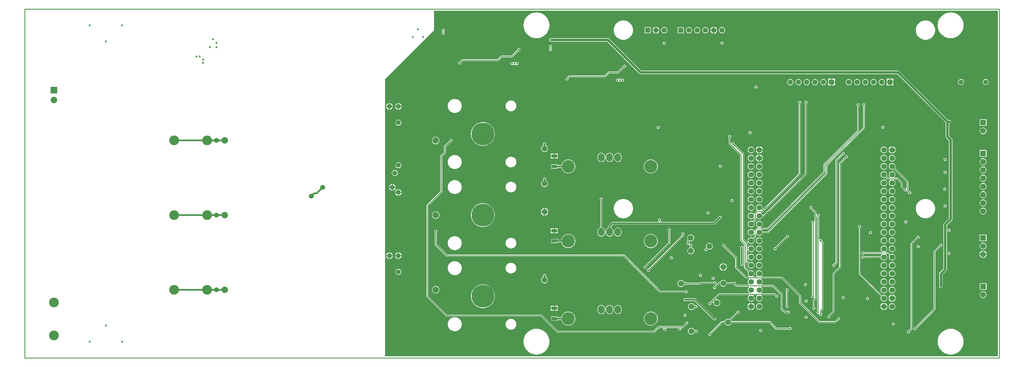
<source format=gbl>
G04 Layer_Physical_Order=4*
G04 Layer_Color=11796480*
%FSLAX43Y43*%
%MOMM*%
G71*
G01*
G75*
%ADD23C,2.000*%
%ADD26R,1.700X1.000*%
%ADD34C,0.250*%
%ADD36C,0.150*%
%ADD37C,0.500*%
%ADD42C,0.254*%
%ADD43O,2.000X2.500*%
%ADD44C,7.000*%
%ADD45C,1.524*%
%ADD46C,3.000*%
%ADD47C,1.600*%
%ADD48R,1.600X1.600*%
%ADD49C,1.500*%
%ADD52C,1.700*%
%ADD53C,1.750*%
%ADD54R,1.750X1.750*%
%ADD55C,4.000*%
%ADD56R,2.000X2.000*%
%ADD57R,1.800X1.800*%
%ADD58C,1.800*%
%ADD59C,0.600*%
%ADD78C,0.750*%
G36*
X299500Y500D02*
X110900D01*
Y85900D01*
X126000Y101000D01*
X126000Y107000D01*
X299500D01*
Y500D01*
D02*
G37*
%LPC*%
G36*
X210700Y35459D02*
X210426Y35423D01*
X210170Y35317D01*
X209951Y35149D01*
X209783Y34930D01*
X209677Y34674D01*
X209641Y34400D01*
X209677Y34126D01*
X209744Y33965D01*
X209701Y33893D01*
X209625Y33804D01*
X209474Y33774D01*
X209326Y33674D01*
X209226Y33526D01*
X209191Y33350D01*
X209226Y33174D01*
X209326Y33026D01*
X209474Y32926D01*
X209650Y32891D01*
X209826Y32926D01*
X209974Y33026D01*
X210074Y33174D01*
X210104Y33325D01*
X210193Y33401D01*
X210265Y33444D01*
X210426Y33377D01*
X210700Y33341D01*
X210974Y33377D01*
X211230Y33483D01*
X211449Y33651D01*
X211617Y33870D01*
X211723Y34126D01*
X211759Y34400D01*
X211723Y34674D01*
X211617Y34930D01*
X211449Y35149D01*
X211230Y35317D01*
X210974Y35423D01*
X210700Y35459D01*
D02*
G37*
G36*
X132350Y37510D02*
X131929Y37469D01*
X131523Y37346D01*
X131150Y37146D01*
X130822Y36878D01*
X130554Y36550D01*
X130354Y36177D01*
X130231Y35771D01*
X130190Y35350D01*
X130231Y34929D01*
X130354Y34523D01*
X130554Y34150D01*
X130822Y33822D01*
X131150Y33554D01*
X131523Y33354D01*
X131929Y33231D01*
X132350Y33190D01*
X132771Y33231D01*
X133177Y33354D01*
X133550Y33554D01*
X133878Y33822D01*
X134146Y34150D01*
X134346Y34523D01*
X134469Y34929D01*
X134510Y35350D01*
X134469Y35771D01*
X134346Y36177D01*
X134146Y36550D01*
X133878Y36878D01*
X133550Y37146D01*
X133177Y37346D01*
X132771Y37469D01*
X132350Y37510D01*
D02*
G37*
G36*
X149650Y37008D02*
X149327Y36976D01*
X149016Y36882D01*
X148729Y36729D01*
X148478Y36522D01*
X148271Y36271D01*
X148118Y35984D01*
X148024Y35673D01*
X147992Y35350D01*
X148024Y35027D01*
X148118Y34716D01*
X148271Y34429D01*
X148478Y34178D01*
X148729Y33971D01*
X149016Y33818D01*
X149327Y33724D01*
X149650Y33692D01*
X149973Y33724D01*
X150284Y33818D01*
X150571Y33971D01*
X150822Y34178D01*
X151029Y34429D01*
X151182Y34716D01*
X151276Y35027D01*
X151308Y35350D01*
X151276Y35673D01*
X151182Y35984D01*
X151029Y36271D01*
X150822Y36522D01*
X150571Y36729D01*
X150284Y36882D01*
X149973Y36976D01*
X149650Y37008D01*
D02*
G37*
G36*
X295000Y35494D02*
X294732Y35459D01*
X294483Y35355D01*
X294269Y35191D01*
X294105Y34977D01*
X294001Y34728D01*
X293966Y34460D01*
X294001Y34192D01*
X294105Y33943D01*
X294269Y33729D01*
X294483Y33565D01*
X294732Y33461D01*
X295000Y33426D01*
X295268Y33461D01*
X295517Y33565D01*
X295731Y33729D01*
X295895Y33943D01*
X295999Y34192D01*
X296034Y34460D01*
X295999Y34728D01*
X295895Y34977D01*
X295731Y35191D01*
X295517Y35355D01*
X295268Y35459D01*
X295000Y35494D01*
D02*
G37*
G36*
X264460Y34629D02*
X264199Y34594D01*
X263956Y34493D01*
X263747Y34333D01*
X263586Y34124D01*
X263486Y33881D01*
X263451Y33620D01*
X263486Y33359D01*
X263586Y33116D01*
X263747Y32907D01*
X263956Y32746D01*
X264057Y32704D01*
X264023Y32529D01*
X258388D01*
X258324Y32624D01*
X258176Y32724D01*
X258000Y32759D01*
X257824Y32724D01*
X257676Y32624D01*
X257576Y32476D01*
X257541Y32300D01*
X257576Y32124D01*
X257676Y31976D01*
X257824Y31876D01*
X258000Y31841D01*
X258176Y31876D01*
X258324Y31976D01*
X258388Y32071D01*
X263821D01*
X263880Y31896D01*
X263747Y31793D01*
X263586Y31584D01*
X263486Y31341D01*
X263482Y31309D01*
X258408D01*
X258344Y31404D01*
X258196Y31504D01*
X258020Y31539D01*
X257844Y31504D01*
X257696Y31404D01*
X257596Y31256D01*
X257561Y31080D01*
X257596Y30904D01*
X257696Y30756D01*
X257844Y30656D01*
X258020Y30621D01*
X258196Y30656D01*
X258344Y30756D01*
X258408Y30851D01*
X263482D01*
X263486Y30819D01*
X263586Y30576D01*
X263747Y30367D01*
X263956Y30206D01*
X264199Y30106D01*
X264460Y30071D01*
X264721Y30106D01*
X264964Y30206D01*
X265173Y30367D01*
X265333Y30576D01*
X265434Y30819D01*
X265469Y31080D01*
X265434Y31341D01*
X265333Y31584D01*
X265173Y31793D01*
X265040Y31896D01*
X265099Y32071D01*
X265685D01*
X266146Y31610D01*
X266126Y31584D01*
X266026Y31341D01*
X265991Y31080D01*
X266026Y30819D01*
X266126Y30576D01*
X266287Y30367D01*
X266496Y30206D01*
X266739Y30106D01*
X267000Y30071D01*
X267261Y30106D01*
X267504Y30206D01*
X267713Y30367D01*
X267874Y30576D01*
X267974Y30819D01*
X268009Y31080D01*
X267974Y31341D01*
X267874Y31584D01*
X267713Y31793D01*
X267504Y31953D01*
X267261Y32054D01*
X267000Y32089D01*
X266739Y32054D01*
X266496Y31953D01*
X266470Y31934D01*
X265942Y32462D01*
X265868Y32512D01*
X265780Y32529D01*
X264897D01*
X264863Y32704D01*
X264964Y32746D01*
X265173Y32907D01*
X265333Y33116D01*
X265434Y33359D01*
X265469Y33620D01*
X265434Y33881D01*
X265333Y34124D01*
X265173Y34333D01*
X264964Y34493D01*
X264721Y34594D01*
X264460Y34629D01*
D02*
G37*
G36*
X295127Y33042D02*
Y32047D01*
X296122D01*
X296100Y32215D01*
X295986Y32489D01*
X295805Y32725D01*
X295569Y32906D01*
X295295Y33020D01*
X295127Y33042D01*
D02*
G37*
G36*
X267000Y34629D02*
X266739Y34594D01*
X266496Y34493D01*
X266287Y34333D01*
X266126Y34124D01*
X266026Y33881D01*
X265991Y33620D01*
X266026Y33359D01*
X266126Y33116D01*
X266287Y32907D01*
X266496Y32746D01*
X266739Y32646D01*
X267000Y32611D01*
X267261Y32646D01*
X267504Y32746D01*
X267713Y32907D01*
X267874Y33116D01*
X267974Y33359D01*
X268009Y33620D01*
X267974Y33881D01*
X267874Y34124D01*
X267713Y34333D01*
X267504Y34493D01*
X267261Y34594D01*
X267000Y34629D01*
D02*
G37*
G36*
X226100D02*
X225839Y34594D01*
X225596Y34493D01*
X225387Y34333D01*
X225227Y34124D01*
X225126Y33881D01*
X225091Y33620D01*
X225126Y33359D01*
X225227Y33116D01*
X225387Y32907D01*
X225596Y32746D01*
X225839Y32646D01*
X226100Y32611D01*
X226361Y32646D01*
X226604Y32746D01*
X226813Y32907D01*
X226973Y33116D01*
X227074Y33359D01*
X227109Y33620D01*
X227074Y33881D01*
X226973Y34124D01*
X226813Y34333D01*
X226604Y34493D01*
X226361Y34594D01*
X226100Y34629D01*
D02*
G37*
G36*
X192700Y38160D02*
X192279Y38119D01*
X191873Y37996D01*
X191500Y37796D01*
X191172Y37528D01*
X190904Y37200D01*
X190704Y36827D01*
X190581Y36421D01*
X190540Y36000D01*
X190581Y35579D01*
X190704Y35173D01*
X190904Y34800D01*
X191172Y34472D01*
X191500Y34204D01*
X191873Y34004D01*
X192279Y33881D01*
X192700Y33840D01*
X193121Y33881D01*
X193527Y34004D01*
X193900Y34204D01*
X194228Y34472D01*
X194496Y34800D01*
X194696Y35173D01*
X194819Y35579D01*
X194860Y36000D01*
X194819Y36421D01*
X194696Y36827D01*
X194496Y37200D01*
X194228Y37528D01*
X193900Y37796D01*
X193527Y37996D01*
X193121Y38119D01*
X192700Y38160D01*
D02*
G37*
G36*
X205000Y38059D02*
X204726Y38023D01*
X204470Y37917D01*
X204251Y37749D01*
X204083Y37530D01*
X203977Y37274D01*
X203941Y37000D01*
X203977Y36726D01*
X204080Y36477D01*
X204002Y36398D01*
X203941Y36307D01*
X203920Y36200D01*
Y35654D01*
X203876Y35624D01*
X203776Y35476D01*
X203741Y35300D01*
X203776Y35124D01*
X203876Y34976D01*
X204024Y34876D01*
X204200Y34841D01*
X204376Y34876D01*
X204428Y34911D01*
X204499Y34870D01*
X204570Y34796D01*
X204541Y34650D01*
X204576Y34474D01*
X204676Y34326D01*
X204720Y34296D01*
Y34020D01*
X204470Y33917D01*
X204251Y33749D01*
X204083Y33530D01*
X203977Y33274D01*
X203941Y33000D01*
X203977Y32726D01*
X204083Y32470D01*
X204251Y32251D01*
X204470Y32083D01*
X204726Y31977D01*
X205000Y31941D01*
X205274Y31977D01*
X205530Y32083D01*
X205749Y32251D01*
X205917Y32470D01*
X206023Y32726D01*
X206059Y33000D01*
X206023Y33274D01*
X205917Y33530D01*
X205749Y33749D01*
X205530Y33917D01*
X205280Y34020D01*
Y34296D01*
X205324Y34326D01*
X205424Y34474D01*
X205459Y34650D01*
X205424Y34826D01*
X205324Y34974D01*
X205176Y35074D01*
X205000Y35109D01*
X204824Y35074D01*
X204772Y35039D01*
X204701Y35080D01*
X204630Y35154D01*
X204659Y35300D01*
X204624Y35476D01*
X204524Y35624D01*
X204480Y35654D01*
Y35921D01*
X204626Y36018D01*
X204726Y35977D01*
X205000Y35941D01*
X205274Y35977D01*
X205530Y36083D01*
X205749Y36251D01*
X205917Y36470D01*
X206023Y36726D01*
X206059Y37000D01*
X206023Y37274D01*
X205917Y37530D01*
X205749Y37749D01*
X205530Y37917D01*
X205274Y38023D01*
X205000Y38059D01*
D02*
G37*
G36*
X267000Y37169D02*
X266739Y37134D01*
X266496Y37033D01*
X266287Y36873D01*
X266126Y36664D01*
X266026Y36421D01*
X265991Y36160D01*
X266026Y35899D01*
X266126Y35656D01*
X266287Y35447D01*
X266496Y35286D01*
X266739Y35186D01*
X267000Y35151D01*
X267261Y35186D01*
X267504Y35286D01*
X267713Y35447D01*
X267874Y35656D01*
X267974Y35899D01*
X268009Y36160D01*
X267974Y36421D01*
X267874Y36664D01*
X267713Y36873D01*
X267504Y37033D01*
X267261Y37134D01*
X267000Y37169D01*
D02*
G37*
G36*
X167300Y38160D02*
X166879Y38119D01*
X166473Y37996D01*
X166100Y37796D01*
X165772Y37528D01*
X165504Y37200D01*
X165304Y36827D01*
X165181Y36421D01*
X165180Y36408D01*
X164000D01*
Y36650D01*
X162000D01*
Y35350D01*
X164000D01*
Y35592D01*
X165180D01*
X165181Y35579D01*
X165304Y35173D01*
X165504Y34800D01*
X165772Y34472D01*
X166100Y34204D01*
X166473Y34004D01*
X166879Y33881D01*
X167300Y33840D01*
X167721Y33881D01*
X168127Y34004D01*
X168500Y34204D01*
X168828Y34472D01*
X169096Y34800D01*
X169296Y35173D01*
X169419Y35579D01*
X169460Y36000D01*
X169419Y36421D01*
X169296Y36827D01*
X169096Y37200D01*
X168828Y37528D01*
X168500Y37796D01*
X168127Y37996D01*
X167721Y38119D01*
X167300Y38160D01*
D02*
G37*
G36*
X296025Y38025D02*
X293975D01*
Y35975D01*
X296025D01*
Y38025D01*
D02*
G37*
G36*
X282000Y35159D02*
X281824Y35124D01*
X281676Y35024D01*
X281576Y34876D01*
X281541Y34700D01*
X281552Y34648D01*
X279802Y32898D01*
X279741Y32807D01*
X279720Y32700D01*
Y15116D01*
X274052Y9448D01*
X274000Y9459D01*
X273824Y9424D01*
X273676Y9324D01*
X273576Y9176D01*
X273541Y9000D01*
X273576Y8824D01*
X273676Y8676D01*
X273824Y8576D01*
X274000Y8541D01*
X274176Y8576D01*
X274324Y8676D01*
X274424Y8824D01*
X274459Y9000D01*
X274448Y9052D01*
X280198Y14802D01*
X280259Y14893D01*
X280280Y15000D01*
Y32584D01*
X281948Y34252D01*
X282000Y34241D01*
X282176Y34276D01*
X282324Y34376D01*
X282424Y34524D01*
X282459Y34700D01*
X282424Y34876D01*
X282324Y35024D01*
X282176Y35124D01*
X282000Y35159D01*
D02*
G37*
G36*
X275000Y34759D02*
X274824Y34724D01*
X274676Y34624D01*
X274576Y34476D01*
X274541Y34300D01*
X274576Y34124D01*
X274676Y33976D01*
X274824Y33876D01*
X275000Y33841D01*
X275176Y33876D01*
X275324Y33976D01*
X275424Y34124D01*
X275459Y34300D01*
X275424Y34476D01*
X275324Y34624D01*
X275176Y34724D01*
X275000Y34759D01*
D02*
G37*
G36*
X264460Y37169D02*
X264199Y37134D01*
X263956Y37033D01*
X263747Y36873D01*
X263586Y36664D01*
X263486Y36421D01*
X263451Y36160D01*
X263486Y35899D01*
X263586Y35656D01*
X263747Y35447D01*
X263956Y35286D01*
X264199Y35186D01*
X264460Y35151D01*
X264721Y35186D01*
X264964Y35286D01*
X265173Y35447D01*
X265333Y35656D01*
X265434Y35899D01*
X265469Y36160D01*
X265434Y36421D01*
X265333Y36664D01*
X265173Y36873D01*
X264964Y37033D01*
X264721Y37134D01*
X264460Y37169D01*
D02*
G37*
G36*
X226100D02*
X225839Y37134D01*
X225596Y37033D01*
X225387Y36873D01*
X225227Y36664D01*
X225126Y36421D01*
X225091Y36160D01*
X225126Y35899D01*
X225227Y35656D01*
X225387Y35447D01*
X225596Y35286D01*
X225839Y35186D01*
X226100Y35151D01*
X226361Y35186D01*
X226604Y35286D01*
X226813Y35447D01*
X226973Y35656D01*
X227074Y35899D01*
X227109Y36160D01*
X227074Y36421D01*
X226973Y36664D01*
X226813Y36873D01*
X226604Y37033D01*
X226361Y37134D01*
X226100Y37169D01*
D02*
G37*
G36*
X112123Y31373D02*
X111242D01*
X111260Y31235D01*
X111363Y30988D01*
X111525Y30775D01*
X111738Y30613D01*
X111985Y30510D01*
X112123Y30492D01*
Y31373D01*
D02*
G37*
G36*
X199000Y31359D02*
X198824Y31324D01*
X198676Y31224D01*
X198576Y31076D01*
X198541Y30900D01*
X198576Y30724D01*
X198676Y30576D01*
X198824Y30476D01*
X199000Y30441D01*
X199176Y30476D01*
X199324Y30576D01*
X199424Y30724D01*
X199459Y30900D01*
X199424Y31076D01*
X199324Y31224D01*
X199176Y31324D01*
X199000Y31359D01*
D02*
G37*
G36*
X114873Y31373D02*
X113992D01*
X114010Y31235D01*
X114113Y30988D01*
X114275Y30775D01*
X114488Y30613D01*
X114735Y30510D01*
X114873Y30492D01*
Y31373D01*
D02*
G37*
G36*
X116008D02*
X115127D01*
Y30492D01*
X115265Y30510D01*
X115512Y30613D01*
X115725Y30775D01*
X115887Y30988D01*
X115990Y31235D01*
X116008Y31373D01*
D02*
G37*
G36*
X220730Y34489D02*
X220554Y34454D01*
X220406Y34354D01*
X220306Y34206D01*
X220271Y34030D01*
X220306Y33854D01*
X220322Y33830D01*
Y28970D01*
X220306Y28946D01*
X220271Y28770D01*
X220306Y28594D01*
X220406Y28446D01*
X220554Y28346D01*
X220730Y28311D01*
X220906Y28346D01*
X221054Y28446D01*
X221154Y28594D01*
X221189Y28770D01*
X221154Y28946D01*
X221138Y28970D01*
Y33830D01*
X221154Y33854D01*
X221189Y34030D01*
X221154Y34206D01*
X221054Y34354D01*
X220906Y34454D01*
X220730Y34489D01*
D02*
G37*
G36*
X215127Y29147D02*
Y28127D01*
X216147D01*
X216124Y28301D01*
X216008Y28582D01*
X215823Y28823D01*
X215582Y29008D01*
X215301Y29124D01*
X215127Y29147D01*
D02*
G37*
G36*
X226100Y32089D02*
X225839Y32054D01*
X225596Y31953D01*
X225387Y31793D01*
X225227Y31584D01*
X225126Y31341D01*
X225091Y31080D01*
X225126Y30819D01*
X225227Y30576D01*
X225387Y30367D01*
X225596Y30206D01*
X225839Y30106D01*
X226100Y30071D01*
X226361Y30106D01*
X226604Y30206D01*
X226813Y30367D01*
X226973Y30576D01*
X227074Y30819D01*
X227109Y31080D01*
X227074Y31341D01*
X226973Y31584D01*
X226813Y31793D01*
X226604Y31953D01*
X226361Y32054D01*
X226100Y32089D01*
D02*
G37*
G36*
X198400Y39959D02*
X198224Y39924D01*
X198076Y39824D01*
X197976Y39676D01*
X197941Y39500D01*
X197976Y39324D01*
X198076Y39176D01*
X198120Y39146D01*
Y35516D01*
X191052Y28448D01*
X191000Y28459D01*
X190824Y28424D01*
X190676Y28324D01*
X190576Y28176D01*
X190541Y28000D01*
X190576Y27824D01*
X190676Y27676D01*
X190824Y27576D01*
X191000Y27541D01*
X191176Y27576D01*
X191324Y27676D01*
X191424Y27824D01*
X191459Y28000D01*
X191448Y28052D01*
X198598Y35202D01*
X198659Y35293D01*
X198680Y35400D01*
Y39146D01*
X198724Y39176D01*
X198824Y39324D01*
X198859Y39500D01*
X198824Y39676D01*
X198724Y39824D01*
X198576Y39924D01*
X198400Y39959D01*
D02*
G37*
G36*
X113258Y31373D02*
X112377D01*
Y30492D01*
X112515Y30510D01*
X112762Y30613D01*
X112975Y30775D01*
X113137Y30988D01*
X113240Y31235D01*
X113258Y31373D01*
D02*
G37*
G36*
X112377Y32508D02*
Y31627D01*
X113258D01*
X113240Y31765D01*
X113137Y32012D01*
X112975Y32225D01*
X112762Y32387D01*
X112515Y32490D01*
X112377Y32508D01*
D02*
G37*
G36*
X115127Y32508D02*
Y31627D01*
X116008D01*
X115990Y31765D01*
X115887Y32012D01*
X115725Y32225D01*
X115512Y32387D01*
X115265Y32490D01*
X115127Y32508D01*
D02*
G37*
G36*
X294873Y33042D02*
X294705Y33020D01*
X294431Y32906D01*
X294195Y32725D01*
X294014Y32489D01*
X293900Y32215D01*
X293878Y32047D01*
X294873D01*
Y33042D01*
D02*
G37*
G36*
X284500Y32659D02*
X284324Y32624D01*
X284176Y32524D01*
X284076Y32376D01*
X284041Y32200D01*
X284076Y32024D01*
X284176Y31876D01*
X284324Y31776D01*
X284500Y31741D01*
X284676Y31776D01*
X284824Y31876D01*
X284924Y32024D01*
X284959Y32200D01*
X284924Y32376D01*
X284824Y32524D01*
X284676Y32624D01*
X284500Y32659D01*
D02*
G37*
G36*
X296122Y31793D02*
X295127D01*
Y30798D01*
X295295Y30820D01*
X295569Y30934D01*
X295805Y31115D01*
X295986Y31351D01*
X296100Y31625D01*
X296122Y31793D01*
D02*
G37*
G36*
X294873D02*
X293878D01*
X293900Y31625D01*
X294014Y31351D01*
X294195Y31115D01*
X294431Y30934D01*
X294705Y30820D01*
X294873Y30798D01*
Y31793D01*
D02*
G37*
G36*
X114873Y32508D02*
X114735Y32490D01*
X114488Y32387D01*
X114275Y32225D01*
X114113Y32012D01*
X114010Y31765D01*
X113992Y31627D01*
X114873D01*
Y32508D01*
D02*
G37*
G36*
X112123Y32508D02*
X111985Y32490D01*
X111738Y32387D01*
X111525Y32225D01*
X111363Y32012D01*
X111260Y31765D01*
X111242Y31627D01*
X112123D01*
Y32508D01*
D02*
G37*
G36*
X274950Y37609D02*
X274774Y37574D01*
X274626Y37474D01*
X274526Y37326D01*
X274491Y37150D01*
X274502Y37098D01*
X272802Y35398D01*
X272741Y35307D01*
X272720Y35200D01*
Y9116D01*
X272052Y8448D01*
X272000Y8459D01*
X271824Y8424D01*
X271676Y8324D01*
X271576Y8176D01*
X271541Y8000D01*
X271576Y7824D01*
X271676Y7676D01*
X271824Y7576D01*
X272000Y7541D01*
X272176Y7576D01*
X272324Y7676D01*
X272424Y7824D01*
X272459Y8000D01*
X272448Y8052D01*
X273198Y8802D01*
X273259Y8893D01*
X273280Y9000D01*
Y35084D01*
X274898Y36702D01*
X274950Y36691D01*
X275126Y36726D01*
X275274Y36826D01*
X275374Y36974D01*
X275409Y37150D01*
X275374Y37326D01*
X275274Y37474D01*
X275126Y37574D01*
X274950Y37609D01*
D02*
G37*
G36*
X159873Y44873D02*
X158853D01*
X158876Y44699D01*
X158992Y44418D01*
X159177Y44177D01*
X159418Y43992D01*
X159699Y43876D01*
X159873Y43853D01*
Y44873D01*
D02*
G37*
G36*
X277250Y48986D02*
X276783Y48949D01*
X276327Y48840D01*
X275894Y48661D01*
X275495Y48416D01*
X275138Y48112D01*
X274834Y47755D01*
X274589Y47356D01*
X274410Y46923D01*
X274301Y46467D01*
X274264Y46000D01*
X274301Y45533D01*
X274410Y45077D01*
X274589Y44644D01*
X274834Y44245D01*
X275138Y43888D01*
X275495Y43584D01*
X275894Y43339D01*
X276327Y43160D01*
X276783Y43051D01*
X277250Y43014D01*
X277717Y43051D01*
X278173Y43160D01*
X278606Y43339D01*
X279005Y43584D01*
X279362Y43888D01*
X279666Y44245D01*
X279911Y44644D01*
X280090Y45077D01*
X280199Y45533D01*
X280236Y46000D01*
X280199Y46467D01*
X280090Y46923D01*
X279911Y47356D01*
X279666Y47755D01*
X279362Y48112D01*
X279005Y48416D01*
X278606Y48661D01*
X278173Y48840D01*
X277717Y48949D01*
X277250Y48986D01*
D02*
G37*
G36*
X240450Y79209D02*
X240274Y79174D01*
X240126Y79074D01*
X240026Y78926D01*
X239991Y78750D01*
X240026Y78574D01*
X240126Y78426D01*
X240170Y78396D01*
Y56866D01*
X227364Y44060D01*
X227066D01*
X226973Y44284D01*
X226813Y44493D01*
X226616Y44645D01*
X226615Y44663D01*
X226712Y44820D01*
X227000D01*
X227107Y44841D01*
X227198Y44902D01*
X238748Y56452D01*
X238809Y56543D01*
X238830Y56650D01*
Y78396D01*
X238874Y78426D01*
X238974Y78574D01*
X239009Y78750D01*
X238974Y78926D01*
X238874Y79074D01*
X238726Y79174D01*
X238550Y79209D01*
X238374Y79174D01*
X238226Y79074D01*
X238126Y78926D01*
X238091Y78750D01*
X238126Y78574D01*
X238226Y78426D01*
X238270Y78396D01*
Y56766D01*
X226963Y45460D01*
X226921Y45470D01*
X226900Y45497D01*
X226857Y45664D01*
X226973Y45816D01*
X227074Y46059D01*
X227109Y46320D01*
X227074Y46581D01*
X226973Y46824D01*
X226813Y47033D01*
X226604Y47193D01*
X226361Y47294D01*
X226100Y47329D01*
X225839Y47294D01*
X225596Y47193D01*
X225387Y47033D01*
X225227Y46824D01*
X225126Y46581D01*
X225091Y46320D01*
X225126Y46059D01*
X225227Y45816D01*
X225387Y45607D01*
X225454Y45555D01*
X225404Y45392D01*
X225396Y45380D01*
X225293Y45359D01*
X225202Y45298D01*
X224602Y44698D01*
X224541Y44607D01*
X224520Y44500D01*
Y44460D01*
X224345Y44400D01*
X224273Y44493D01*
X224064Y44653D01*
X223821Y44754D01*
X223560Y44789D01*
X223299Y44754D01*
X223056Y44653D01*
X222847Y44493D01*
X222686Y44284D01*
X222586Y44041D01*
X222551Y43780D01*
X222586Y43519D01*
X222686Y43276D01*
X222847Y43067D01*
X223056Y42907D01*
X223299Y42806D01*
X223560Y42771D01*
X223821Y42806D01*
X224064Y42907D01*
X224273Y43067D01*
X224345Y43160D01*
X224520Y43100D01*
Y42596D01*
X224045Y42121D01*
X223821Y42214D01*
X223560Y42249D01*
X223299Y42214D01*
X223056Y42113D01*
X222847Y41953D01*
X222686Y41744D01*
X222586Y41501D01*
X222551Y41240D01*
X222586Y40979D01*
X222686Y40736D01*
X222847Y40527D01*
X223056Y40367D01*
X223299Y40266D01*
X223560Y40231D01*
X223821Y40266D01*
X224064Y40367D01*
X224273Y40527D01*
X224433Y40736D01*
X224534Y40979D01*
X224569Y41240D01*
X224534Y41501D01*
X224441Y41725D01*
X224998Y42282D01*
X225059Y42373D01*
X225080Y42480D01*
Y43193D01*
X225090Y43199D01*
X225255Y43238D01*
X225387Y43067D01*
X225596Y42907D01*
X225839Y42806D01*
X226100Y42771D01*
X226361Y42806D01*
X226604Y42907D01*
X226813Y43067D01*
X226973Y43276D01*
X227066Y43500D01*
X227480D01*
X227587Y43521D01*
X227678Y43582D01*
X240648Y56552D01*
X240709Y56643D01*
X240730Y56750D01*
Y78396D01*
X240774Y78426D01*
X240874Y78574D01*
X240909Y78750D01*
X240874Y78926D01*
X240774Y79074D01*
X240626Y79174D01*
X240450Y79209D01*
D02*
G37*
G36*
X161147Y44873D02*
X160127D01*
Y43853D01*
X160301Y43876D01*
X160582Y43992D01*
X160823Y44177D01*
X161008Y44418D01*
X161124Y44699D01*
X161147Y44873D01*
D02*
G37*
G36*
X267000Y44789D02*
X266739Y44754D01*
X266496Y44653D01*
X266287Y44493D01*
X266126Y44284D01*
X266026Y44041D01*
X265991Y43780D01*
X266026Y43519D01*
X266126Y43276D01*
X266287Y43067D01*
X266496Y42907D01*
X266739Y42806D01*
X267000Y42771D01*
X267261Y42806D01*
X267504Y42907D01*
X267713Y43067D01*
X267874Y43276D01*
X267974Y43519D01*
X268009Y43780D01*
X267974Y44041D01*
X267874Y44284D01*
X267713Y44493D01*
X267504Y44653D01*
X267261Y44754D01*
X267000Y44789D01*
D02*
G37*
G36*
X264460D02*
X264199Y44754D01*
X263956Y44653D01*
X263747Y44493D01*
X263586Y44284D01*
X263486Y44041D01*
X263451Y43780D01*
X263486Y43519D01*
X263586Y43276D01*
X263747Y43067D01*
X263956Y42907D01*
X264199Y42806D01*
X264460Y42771D01*
X264721Y42806D01*
X264964Y42907D01*
X265173Y43067D01*
X265333Y43276D01*
X265434Y43519D01*
X265469Y43780D01*
X265434Y44041D01*
X265333Y44284D01*
X265173Y44493D01*
X264964Y44653D01*
X264721Y44754D01*
X264460Y44789D01*
D02*
G37*
G36*
X184250Y48986D02*
X183783Y48949D01*
X183327Y48840D01*
X182894Y48661D01*
X182495Y48416D01*
X182138Y48112D01*
X181834Y47755D01*
X181589Y47356D01*
X181410Y46923D01*
X181301Y46467D01*
X181264Y46000D01*
X181301Y45533D01*
X181410Y45077D01*
X181589Y44644D01*
X181834Y44245D01*
X182138Y43888D01*
X182495Y43584D01*
X182894Y43339D01*
X183327Y43160D01*
X183783Y43051D01*
X184250Y43014D01*
X184717Y43051D01*
X185173Y43160D01*
X185606Y43339D01*
X186005Y43584D01*
X186362Y43888D01*
X186666Y44245D01*
X186911Y44644D01*
X187090Y45077D01*
X187199Y45533D01*
X187236Y46000D01*
X187199Y46467D01*
X187090Y46923D01*
X186911Y47356D01*
X186666Y47755D01*
X186362Y48112D01*
X186005Y48416D01*
X185606Y48661D01*
X185173Y48840D01*
X184717Y48949D01*
X184250Y48986D01*
D02*
G37*
G36*
X126500Y45160D02*
X126200Y45120D01*
X125920Y45005D01*
X125680Y44820D01*
X125495Y44580D01*
X125380Y44300D01*
X125340Y44000D01*
X125380Y43700D01*
X125495Y43420D01*
X125680Y43180D01*
X125920Y42995D01*
X126200Y42880D01*
X126500Y42840D01*
X126800Y42880D01*
X127080Y42995D01*
X127320Y43180D01*
X127505Y43420D01*
X127620Y43700D01*
X127660Y44000D01*
X127620Y44300D01*
X127505Y44580D01*
X127320Y44820D01*
X127080Y45005D01*
X126800Y45120D01*
X126500Y45160D01*
D02*
G37*
G36*
X295000Y46279D02*
X294726Y46243D01*
X294470Y46137D01*
X294251Y45969D01*
X294083Y45750D01*
X293977Y45494D01*
X293941Y45220D01*
X293977Y44946D01*
X294083Y44690D01*
X294251Y44471D01*
X294470Y44303D01*
X294726Y44197D01*
X295000Y44161D01*
X295274Y44197D01*
X295530Y44303D01*
X295749Y44471D01*
X295917Y44690D01*
X296023Y44946D01*
X296059Y45220D01*
X296023Y45494D01*
X295917Y45750D01*
X295749Y45969D01*
X295530Y46137D01*
X295274Y46243D01*
X295000Y46279D01*
D02*
G37*
G36*
X267000Y47329D02*
X266739Y47294D01*
X266496Y47193D01*
X266287Y47033D01*
X266126Y46824D01*
X266026Y46581D01*
X265991Y46320D01*
X266026Y46059D01*
X266126Y45816D01*
X266287Y45607D01*
X266496Y45446D01*
X266739Y45346D01*
X267000Y45311D01*
X267261Y45346D01*
X267504Y45446D01*
X267713Y45607D01*
X267874Y45816D01*
X267974Y46059D01*
X268009Y46320D01*
X267974Y46581D01*
X267874Y46824D01*
X267713Y47033D01*
X267504Y47193D01*
X267261Y47294D01*
X267000Y47329D01*
D02*
G37*
G36*
X264460D02*
X264199Y47294D01*
X263956Y47193D01*
X263747Y47033D01*
X263586Y46824D01*
X263486Y46581D01*
X263451Y46320D01*
X263486Y46059D01*
X263586Y45816D01*
X263747Y45607D01*
X263956Y45446D01*
X264199Y45346D01*
X264460Y45311D01*
X264721Y45346D01*
X264964Y45446D01*
X265173Y45607D01*
X265333Y45816D01*
X265434Y46059D01*
X265469Y46320D01*
X265434Y46581D01*
X265333Y46824D01*
X265173Y47033D01*
X264964Y47193D01*
X264721Y47294D01*
X264460Y47329D01*
D02*
G37*
G36*
X295000Y48819D02*
X294726Y48783D01*
X294470Y48677D01*
X294251Y48509D01*
X294083Y48290D01*
X293977Y48034D01*
X293941Y47760D01*
X293977Y47486D01*
X294083Y47230D01*
X294251Y47011D01*
X294470Y46843D01*
X294726Y46737D01*
X295000Y46701D01*
X295274Y46737D01*
X295530Y46843D01*
X295749Y47011D01*
X295917Y47230D01*
X296023Y47486D01*
X296059Y47760D01*
X296023Y48034D01*
X295917Y48290D01*
X295749Y48509D01*
X295530Y48677D01*
X295274Y48783D01*
X295000Y48819D01*
D02*
G37*
G36*
X283300Y47259D02*
X283124Y47224D01*
X282976Y47124D01*
X282876Y46976D01*
X282841Y46800D01*
X282876Y46624D01*
X282976Y46476D01*
X283124Y46376D01*
X283300Y46341D01*
X283476Y46376D01*
X283624Y46476D01*
X283724Y46624D01*
X283759Y46800D01*
X283724Y46976D01*
X283624Y47124D01*
X283476Y47224D01*
X283300Y47259D01*
D02*
G37*
G36*
X159873Y46147D02*
X159699Y46124D01*
X159418Y46008D01*
X159177Y45823D01*
X158992Y45582D01*
X158876Y45301D01*
X158853Y45127D01*
X159873D01*
Y46147D01*
D02*
G37*
G36*
X210270Y45189D02*
X210094Y45154D01*
X209946Y45054D01*
X209846Y44906D01*
X209811Y44730D01*
X209846Y44554D01*
X209946Y44406D01*
X210094Y44306D01*
X210270Y44271D01*
X210446Y44306D01*
X210594Y44406D01*
X210694Y44554D01*
X210729Y44730D01*
X210694Y44906D01*
X210594Y45054D01*
X210446Y45154D01*
X210270Y45189D01*
D02*
G37*
G36*
X223560Y47329D02*
X223299Y47294D01*
X223056Y47193D01*
X222847Y47033D01*
X222686Y46824D01*
X222586Y46581D01*
X222551Y46320D01*
X222586Y46059D01*
X222686Y45816D01*
X222847Y45607D01*
X223056Y45446D01*
X223299Y45346D01*
X223560Y45311D01*
X223821Y45346D01*
X224064Y45446D01*
X224273Y45607D01*
X224433Y45816D01*
X224534Y46059D01*
X224569Y46320D01*
X224534Y46581D01*
X224433Y46824D01*
X224273Y47033D01*
X224064Y47193D01*
X223821Y47294D01*
X223560Y47329D01*
D02*
G37*
G36*
X160127Y46147D02*
Y45127D01*
X161147D01*
X161124Y45301D01*
X161008Y45582D01*
X160823Y45823D01*
X160582Y46008D01*
X160301Y46124D01*
X160127Y46147D01*
D02*
G37*
G36*
X260300Y39059D02*
X260124Y39024D01*
X259976Y38924D01*
X259876Y38776D01*
X259841Y38600D01*
X259876Y38424D01*
X259976Y38276D01*
X260124Y38176D01*
X260300Y38141D01*
X260476Y38176D01*
X260624Y38276D01*
X260724Y38424D01*
X260759Y38600D01*
X260724Y38776D01*
X260624Y38924D01*
X260476Y39024D01*
X260300Y39059D01*
D02*
G37*
G36*
X267000Y39709D02*
X266739Y39674D01*
X266496Y39573D01*
X266287Y39413D01*
X266126Y39204D01*
X266026Y38961D01*
X265991Y38700D01*
X266026Y38439D01*
X266126Y38196D01*
X266287Y37987D01*
X266496Y37826D01*
X266739Y37726D01*
X267000Y37691D01*
X267261Y37726D01*
X267504Y37826D01*
X267713Y37987D01*
X267874Y38196D01*
X267974Y38439D01*
X268009Y38700D01*
X267974Y38961D01*
X267874Y39204D01*
X267713Y39413D01*
X267504Y39573D01*
X267261Y39674D01*
X267000Y39709D01*
D02*
G37*
G36*
X164104Y39073D02*
X163127D01*
Y38446D01*
X164104D01*
Y39073D01*
D02*
G37*
G36*
X162873D02*
X161896D01*
Y38446D01*
X162873D01*
Y39073D01*
D02*
G37*
G36*
X177450Y49409D02*
X177274Y49374D01*
X177126Y49274D01*
X177026Y49126D01*
X176991Y48950D01*
X177026Y48774D01*
X177126Y48626D01*
X177170Y48596D01*
Y40173D01*
X177150Y40170D01*
X176870Y40055D01*
X176630Y39870D01*
X176445Y39630D01*
X176330Y39350D01*
X176290Y39050D01*
Y38550D01*
X176330Y38250D01*
X176445Y37970D01*
X176630Y37730D01*
X176870Y37545D01*
X177150Y37430D01*
X177450Y37390D01*
X177750Y37430D01*
X178030Y37545D01*
X178270Y37730D01*
X178455Y37970D01*
X178570Y38250D01*
X178610Y38550D01*
Y39050D01*
X178570Y39350D01*
X178455Y39630D01*
X178270Y39870D01*
X178030Y40055D01*
X177750Y40170D01*
X177730Y40173D01*
Y48596D01*
X177774Y48626D01*
X177874Y48774D01*
X177909Y48950D01*
X177874Y49126D01*
X177774Y49274D01*
X177626Y49374D01*
X177450Y49409D01*
D02*
G37*
G36*
X234760Y37859D02*
X234584Y37824D01*
X234436Y37724D01*
X234336Y37576D01*
X234301Y37400D01*
X234312Y37348D01*
X231032Y34068D01*
X230980Y34079D01*
X230804Y34044D01*
X230656Y33944D01*
X230556Y33796D01*
X230521Y33620D01*
X230556Y33444D01*
X230656Y33296D01*
X230804Y33196D01*
X230980Y33161D01*
X231156Y33196D01*
X231304Y33296D01*
X231404Y33444D01*
X231439Y33620D01*
X231428Y33672D01*
X234708Y36952D01*
X234760Y36941D01*
X234936Y36976D01*
X235084Y37076D01*
X235184Y37224D01*
X235219Y37400D01*
X235184Y37576D01*
X235084Y37724D01*
X234936Y37824D01*
X234760Y37859D01*
D02*
G37*
G36*
X264460Y39709D02*
X264199Y39674D01*
X263956Y39573D01*
X263747Y39413D01*
X263586Y39204D01*
X263486Y38961D01*
X263451Y38700D01*
X263486Y38439D01*
X263586Y38196D01*
X263747Y37987D01*
X263956Y37826D01*
X264199Y37726D01*
X264460Y37691D01*
X264721Y37726D01*
X264964Y37826D01*
X265173Y37987D01*
X265333Y38196D01*
X265434Y38439D01*
X265469Y38700D01*
X265434Y38961D01*
X265333Y39204D01*
X265173Y39413D01*
X264964Y39573D01*
X264721Y39674D01*
X264460Y39709D01*
D02*
G37*
G36*
X182550Y40210D02*
X182250Y40170D01*
X181970Y40055D01*
X181730Y39870D01*
X181545Y39630D01*
X181430Y39350D01*
X181390Y39050D01*
Y38550D01*
X181430Y38250D01*
X181545Y37970D01*
X181730Y37730D01*
X181970Y37545D01*
X182250Y37430D01*
X182550Y37390D01*
X182850Y37430D01*
X183130Y37545D01*
X183370Y37730D01*
X183555Y37970D01*
X183670Y38250D01*
X183710Y38550D01*
Y39050D01*
X183670Y39350D01*
X183555Y39630D01*
X183370Y39870D01*
X183130Y40055D01*
X182850Y40170D01*
X182550Y40210D01*
D02*
G37*
G36*
X284500Y39759D02*
X284324Y39724D01*
X284176Y39624D01*
X284076Y39476D01*
X284041Y39300D01*
X284076Y39124D01*
X284176Y38976D01*
X284324Y38876D01*
X284500Y38841D01*
X284676Y38876D01*
X284824Y38976D01*
X284924Y39124D01*
X284959Y39300D01*
X284924Y39476D01*
X284824Y39624D01*
X284676Y39724D01*
X284500Y39759D01*
D02*
G37*
G36*
X141000Y47661D02*
X140427Y47616D01*
X139869Y47482D01*
X139338Y47262D01*
X138848Y46962D01*
X138411Y46589D01*
X138038Y46152D01*
X137738Y45662D01*
X137518Y45131D01*
X137384Y44573D01*
X137339Y44000D01*
X137384Y43427D01*
X137518Y42869D01*
X137738Y42338D01*
X138038Y41848D01*
X138411Y41411D01*
X138848Y41038D01*
X139338Y40738D01*
X139869Y40518D01*
X140427Y40384D01*
X141000Y40339D01*
X141573Y40384D01*
X142131Y40518D01*
X142662Y40738D01*
X143152Y41038D01*
X143589Y41411D01*
X143962Y41848D01*
X144262Y42338D01*
X144482Y42869D01*
X144616Y43427D01*
X144661Y44000D01*
X144616Y44573D01*
X144482Y45131D01*
X144262Y45662D01*
X143962Y46152D01*
X143589Y46589D01*
X143152Y46962D01*
X142662Y47262D01*
X142131Y47482D01*
X141573Y47616D01*
X141000Y47661D01*
D02*
G37*
G36*
X267000Y42249D02*
X266739Y42214D01*
X266496Y42113D01*
X266287Y41953D01*
X266126Y41744D01*
X266026Y41501D01*
X265991Y41240D01*
X266026Y40979D01*
X266126Y40736D01*
X266287Y40527D01*
X266496Y40367D01*
X266739Y40266D01*
X267000Y40231D01*
X267261Y40266D01*
X267504Y40367D01*
X267713Y40527D01*
X267874Y40736D01*
X267974Y40979D01*
X268009Y41240D01*
X267974Y41501D01*
X267874Y41744D01*
X267713Y41953D01*
X267504Y42113D01*
X267261Y42214D01*
X267000Y42249D01*
D02*
G37*
G36*
X214000Y43759D02*
X213824Y43724D01*
X213676Y43624D01*
X213576Y43476D01*
X213570Y43447D01*
X212031Y41908D01*
X195669D01*
X195584Y42070D01*
X195586Y42083D01*
X195724Y42176D01*
X195824Y42324D01*
X195859Y42500D01*
X195824Y42676D01*
X195724Y42824D01*
X195576Y42924D01*
X195400Y42959D01*
X195224Y42924D01*
X195076Y42824D01*
X194976Y42676D01*
X194941Y42500D01*
X194976Y42324D01*
X195076Y42176D01*
X195214Y42083D01*
X195216Y42070D01*
X195131Y41908D01*
X181000D01*
X181000Y41908D01*
X180844Y41877D01*
X180712Y41788D01*
X179712Y40788D01*
X179623Y40656D01*
X179592Y40500D01*
X179592Y40500D01*
Y40126D01*
X179420Y40055D01*
X179180Y39870D01*
X178995Y39630D01*
X178880Y39350D01*
X178840Y39050D01*
Y38550D01*
X178880Y38250D01*
X178995Y37970D01*
X179180Y37730D01*
X179420Y37545D01*
X179700Y37430D01*
X180000Y37390D01*
X180300Y37430D01*
X180580Y37545D01*
X180820Y37730D01*
X181005Y37970D01*
X181120Y38250D01*
X181160Y38550D01*
Y39050D01*
X181120Y39350D01*
X181005Y39630D01*
X180820Y39870D01*
X180580Y40055D01*
X180408Y40126D01*
Y40331D01*
X181169Y41092D01*
X212200D01*
X212200Y41092D01*
X212356Y41123D01*
X212488Y41212D01*
X214147Y42870D01*
X214176Y42876D01*
X214324Y42976D01*
X214424Y43124D01*
X214459Y43300D01*
X214424Y43476D01*
X214324Y43624D01*
X214176Y43724D01*
X214000Y43759D01*
D02*
G37*
G36*
X271200Y42359D02*
X271024Y42324D01*
X270876Y42224D01*
X270776Y42076D01*
X270741Y41900D01*
X270776Y41724D01*
X270876Y41576D01*
X271024Y41476D01*
X271200Y41441D01*
X271376Y41476D01*
X271524Y41576D01*
X271624Y41724D01*
X271659Y41900D01*
X271624Y42076D01*
X271524Y42224D01*
X271376Y42324D01*
X271200Y42359D01*
D02*
G37*
G36*
X162873Y39954D02*
X161896D01*
Y39327D01*
X162873D01*
Y39954D01*
D02*
G37*
G36*
X258300Y78459D02*
X258125Y78424D01*
X257976Y78324D01*
X257876Y78176D01*
X257841Y78000D01*
X257876Y77824D01*
X257976Y77675D01*
X258071Y77612D01*
Y70995D01*
X248038Y60962D01*
X246638Y59562D01*
X246588Y59488D01*
X246571Y59400D01*
Y56995D01*
X228505Y38929D01*
X227078D01*
X227074Y38961D01*
X226973Y39204D01*
X226813Y39413D01*
X226706Y39496D01*
X226765Y39671D01*
X228600D01*
X228688Y39688D01*
X228762Y39738D01*
X246262Y57238D01*
X246312Y57312D01*
X246329Y57400D01*
X246329Y57400D01*
Y59605D01*
X256662Y69938D01*
X256712Y70012D01*
X256730Y70100D01*
Y77612D01*
X256825Y77675D01*
X256924Y77824D01*
X256959Y78000D01*
X256924Y78176D01*
X256825Y78324D01*
X256676Y78424D01*
X256500Y78459D01*
X256325Y78424D01*
X256176Y78324D01*
X256076Y78176D01*
X256041Y78000D01*
X256076Y77824D01*
X256176Y77675D01*
X256271Y77612D01*
Y70195D01*
X245938Y59862D01*
X245888Y59788D01*
X245871Y59700D01*
Y57495D01*
X228505Y40129D01*
X226489D01*
X226454Y40304D01*
X226604Y40367D01*
X226813Y40527D01*
X226973Y40736D01*
X227074Y40979D01*
X227109Y41240D01*
X227074Y41501D01*
X226973Y41744D01*
X226813Y41953D01*
X226604Y42113D01*
X226361Y42214D01*
X226100Y42249D01*
X225839Y42214D01*
X225596Y42113D01*
X225387Y41953D01*
X225227Y41744D01*
X225126Y41501D01*
X225091Y41240D01*
X225126Y40979D01*
X225227Y40736D01*
X225387Y40527D01*
X225596Y40367D01*
X225746Y40304D01*
X225711Y40129D01*
X225500D01*
X225412Y40112D01*
X225338Y40062D01*
X224638Y39362D01*
X224588Y39288D01*
X224587Y39280D01*
X224554Y39264D01*
X224401Y39246D01*
X224273Y39413D01*
X224064Y39573D01*
X223821Y39674D01*
X223560Y39709D01*
X223299Y39674D01*
X223056Y39573D01*
X222847Y39413D01*
X222686Y39204D01*
X222586Y38961D01*
X222551Y38700D01*
X222586Y38439D01*
X222686Y38196D01*
X222847Y37987D01*
X223056Y37826D01*
X223299Y37726D01*
X223560Y37691D01*
X223821Y37726D01*
X224064Y37826D01*
X224273Y37987D01*
X224396Y38146D01*
X224571Y38087D01*
Y37495D01*
X224090Y37014D01*
X224064Y37033D01*
X223821Y37134D01*
X223560Y37169D01*
X223299Y37134D01*
X223056Y37033D01*
X222847Y36873D01*
X222686Y36664D01*
X222586Y36421D01*
X222551Y36160D01*
X222586Y35899D01*
X222686Y35656D01*
X222847Y35447D01*
X223056Y35286D01*
X223299Y35186D01*
X223560Y35151D01*
X223821Y35186D01*
X224064Y35286D01*
X224273Y35447D01*
X224433Y35656D01*
X224534Y35899D01*
X224569Y36160D01*
X224534Y36421D01*
X224433Y36664D01*
X224414Y36690D01*
X224962Y37238D01*
X224962Y37238D01*
X225012Y37312D01*
X225029Y37400D01*
X225029Y37400D01*
Y38214D01*
X225204Y38249D01*
X225227Y38196D01*
X225387Y37987D01*
X225596Y37826D01*
X225839Y37726D01*
X226100Y37691D01*
X226361Y37726D01*
X226604Y37826D01*
X226813Y37987D01*
X226973Y38196D01*
X227074Y38439D01*
X227078Y38471D01*
X228600D01*
X228688Y38488D01*
X228762Y38538D01*
X246962Y56738D01*
X247012Y56812D01*
X247029Y56900D01*
Y59305D01*
X248362Y60638D01*
X258462Y70738D01*
X258512Y70812D01*
X258530Y70900D01*
Y77612D01*
X258625Y77675D01*
X258724Y77824D01*
X258759Y78000D01*
X258724Y78176D01*
X258625Y78324D01*
X258476Y78424D01*
X258300Y78459D01*
D02*
G37*
G36*
X264460Y42249D02*
X264199Y42214D01*
X263956Y42113D01*
X263747Y41953D01*
X263586Y41744D01*
X263486Y41501D01*
X263451Y41240D01*
X263486Y40979D01*
X263586Y40736D01*
X263747Y40527D01*
X263956Y40367D01*
X264199Y40266D01*
X264460Y40231D01*
X264721Y40266D01*
X264964Y40367D01*
X265173Y40527D01*
X265333Y40736D01*
X265434Y40979D01*
X265469Y41240D01*
X265434Y41501D01*
X265333Y41744D01*
X265173Y41953D01*
X264964Y42113D01*
X264721Y42214D01*
X264460Y42249D01*
D02*
G37*
G36*
X164104Y39954D02*
X163127D01*
Y39327D01*
X164104D01*
Y39954D01*
D02*
G37*
G36*
X223433Y15713D02*
X222463D01*
X222484Y15552D01*
X222596Y15283D01*
X222773Y15053D01*
X223003Y14876D01*
X223272Y14764D01*
X223433Y14743D01*
Y15713D01*
D02*
G37*
G36*
X265557Y15713D02*
X264587D01*
Y14743D01*
X264748Y14764D01*
X265017Y14876D01*
X265247Y15053D01*
X265424Y15283D01*
X265536Y15552D01*
X265557Y15713D01*
D02*
G37*
G36*
X267000Y16849D02*
X266739Y16814D01*
X266496Y16713D01*
X266287Y16553D01*
X266126Y16344D01*
X266026Y16101D01*
X265991Y15840D01*
X266026Y15579D01*
X266126Y15336D01*
X266287Y15127D01*
X266496Y14967D01*
X266739Y14866D01*
X267000Y14831D01*
X267261Y14866D01*
X267504Y14967D01*
X267713Y15127D01*
X267874Y15336D01*
X267974Y15579D01*
X268009Y15840D01*
X267974Y16101D01*
X267874Y16344D01*
X267713Y16553D01*
X267504Y16713D01*
X267261Y16814D01*
X267000Y16849D01*
D02*
G37*
G36*
X226100D02*
X225839Y16814D01*
X225596Y16713D01*
X225387Y16553D01*
X225227Y16344D01*
X225126Y16101D01*
X225091Y15840D01*
X225126Y15579D01*
X225227Y15336D01*
X225387Y15127D01*
X225596Y14967D01*
X225839Y14866D01*
X226100Y14831D01*
X226361Y14866D01*
X226604Y14967D01*
X226813Y15127D01*
X226973Y15336D01*
X227074Y15579D01*
X227109Y15840D01*
X227074Y16101D01*
X226973Y16344D01*
X226813Y16553D01*
X226604Y16713D01*
X226361Y16814D01*
X226100Y16849D01*
D02*
G37*
G36*
X164104Y15173D02*
X163127D01*
Y14546D01*
X164104D01*
Y15173D01*
D02*
G37*
G36*
X162873D02*
X161896D01*
Y14546D01*
X162873D01*
Y15173D01*
D02*
G37*
G36*
X264333Y15713D02*
X263363D01*
X263384Y15552D01*
X263496Y15283D01*
X263673Y15053D01*
X263903Y14876D01*
X264172Y14764D01*
X264333Y14743D01*
Y15713D01*
D02*
G37*
G36*
X224657Y15713D02*
X223687D01*
Y14743D01*
X223848Y14764D01*
X224117Y14876D01*
X224347Y15053D01*
X224524Y15283D01*
X224636Y15552D01*
X224657Y15713D01*
D02*
G37*
G36*
X141000Y22661D02*
X140427Y22616D01*
X139869Y22482D01*
X139338Y22262D01*
X138848Y21962D01*
X138411Y21589D01*
X138038Y21152D01*
X137738Y20662D01*
X137518Y20131D01*
X137384Y19573D01*
X137339Y19000D01*
X137384Y18427D01*
X137518Y17869D01*
X137738Y17338D01*
X138038Y16848D01*
X138411Y16411D01*
X138848Y16038D01*
X139338Y15738D01*
X139869Y15518D01*
X140427Y15384D01*
X141000Y15339D01*
X141573Y15384D01*
X142131Y15518D01*
X142662Y15738D01*
X143152Y16038D01*
X143589Y16411D01*
X143962Y16848D01*
X144262Y17338D01*
X144482Y17869D01*
X144616Y18427D01*
X144661Y19000D01*
X144616Y19573D01*
X144482Y20131D01*
X144262Y20662D01*
X143962Y21152D01*
X143589Y21589D01*
X143152Y21962D01*
X142662Y22262D01*
X142131Y22482D01*
X141573Y22616D01*
X141000Y22661D01*
D02*
G37*
G36*
X264587Y16937D02*
Y15967D01*
X265557D01*
X265536Y16128D01*
X265424Y16397D01*
X265247Y16627D01*
X265017Y16804D01*
X264748Y16916D01*
X264587Y16937D01*
D02*
G37*
G36*
X264333Y16937D02*
X264172Y16916D01*
X263903Y16804D01*
X263673Y16627D01*
X263496Y16397D01*
X263384Y16128D01*
X263363Y15967D01*
X264333D01*
Y16937D01*
D02*
G37*
G36*
X223687D02*
Y15967D01*
X224657D01*
X224636Y16128D01*
X224524Y16397D01*
X224347Y16627D01*
X224117Y16804D01*
X223848Y16916D01*
X223687Y16937D01*
D02*
G37*
G36*
X223433Y16937D02*
X223272Y16916D01*
X223003Y16804D01*
X222773Y16627D01*
X222596Y16397D01*
X222484Y16128D01*
X222463Y15967D01*
X223433D01*
Y16937D01*
D02*
G37*
G36*
X162873Y16054D02*
X161896D01*
Y15427D01*
X162873D01*
Y16054D01*
D02*
G37*
G36*
X205200Y16859D02*
X204926Y16823D01*
X204670Y16717D01*
X204451Y16549D01*
X204283Y16330D01*
X204177Y16074D01*
X204141Y15800D01*
X204177Y15526D01*
X204283Y15270D01*
X204451Y15051D01*
X204670Y14883D01*
X204926Y14777D01*
X205200Y14741D01*
X205474Y14777D01*
X205730Y14883D01*
X205949Y15051D01*
X206117Y15270D01*
X206152Y15355D01*
X206364Y15410D01*
X206414Y15376D01*
X206590Y15341D01*
X206766Y15376D01*
X206914Y15476D01*
X207014Y15624D01*
X207049Y15800D01*
X207014Y15976D01*
X206914Y16124D01*
X206766Y16224D01*
X206590Y16259D01*
X206414Y16224D01*
X206364Y16190D01*
X206152Y16245D01*
X206117Y16330D01*
X205949Y16549D01*
X205730Y16717D01*
X205474Y16823D01*
X205200Y16859D01*
D02*
G37*
G36*
X234650Y21409D02*
X234474Y21374D01*
X234326Y21274D01*
X234226Y21126D01*
X234191Y20950D01*
X234226Y20774D01*
X234326Y20626D01*
X234370Y20596D01*
Y16304D01*
X234326Y16274D01*
X234226Y16126D01*
X234191Y15950D01*
X234226Y15774D01*
X234326Y15626D01*
X234474Y15526D01*
X234650Y15491D01*
X234826Y15526D01*
X234974Y15626D01*
X235074Y15774D01*
X235109Y15950D01*
X235074Y16126D01*
X234974Y16274D01*
X234930Y16304D01*
Y20596D01*
X234974Y20626D01*
X235074Y20774D01*
X235109Y20950D01*
X235074Y21126D01*
X234974Y21274D01*
X234826Y21374D01*
X234650Y21409D01*
D02*
G37*
G36*
X164104Y16054D02*
X163127D01*
Y15427D01*
X164104D01*
Y16054D01*
D02*
G37*
G36*
X149650Y12008D02*
X149327Y11976D01*
X149016Y11882D01*
X148729Y11729D01*
X148478Y11522D01*
X148271Y11271D01*
X148118Y10984D01*
X148024Y10673D01*
X147992Y10350D01*
X148024Y10027D01*
X148118Y9716D01*
X148271Y9429D01*
X148478Y9178D01*
X148729Y8971D01*
X149016Y8818D01*
X149327Y8724D01*
X149650Y8692D01*
X149973Y8724D01*
X150284Y8818D01*
X150571Y8971D01*
X150822Y9178D01*
X151029Y9429D01*
X151182Y9716D01*
X151276Y10027D01*
X151308Y10350D01*
X151276Y10673D01*
X151182Y10984D01*
X151029Y11271D01*
X150822Y11522D01*
X150571Y11729D01*
X150284Y11882D01*
X149973Y11976D01*
X149650Y12008D01*
D02*
G37*
G36*
X132350Y12510D02*
X131929Y12469D01*
X131523Y12346D01*
X131150Y12146D01*
X130822Y11878D01*
X130554Y11550D01*
X130354Y11177D01*
X130231Y10771D01*
X130190Y10350D01*
X130231Y9929D01*
X130354Y9523D01*
X130554Y9150D01*
X130822Y8822D01*
X131150Y8554D01*
X131523Y8354D01*
X131929Y8231D01*
X132350Y8190D01*
X132771Y8231D01*
X133177Y8354D01*
X133550Y8554D01*
X133878Y8822D01*
X134146Y9150D01*
X134346Y9523D01*
X134469Y9929D01*
X134510Y10350D01*
X134469Y10771D01*
X134346Y11177D01*
X134146Y11550D01*
X133878Y11878D01*
X133550Y12146D01*
X133177Y12346D01*
X132771Y12469D01*
X132350Y12510D01*
D02*
G37*
G36*
X267330Y10889D02*
X267154Y10854D01*
X267006Y10754D01*
X266906Y10606D01*
X266871Y10430D01*
X266906Y10254D01*
X267006Y10106D01*
X267154Y10006D01*
X267330Y9971D01*
X267506Y10006D01*
X267654Y10106D01*
X267754Y10254D01*
X267789Y10430D01*
X267754Y10606D01*
X267654Y10754D01*
X267506Y10854D01*
X267330Y10889D01*
D02*
G37*
G36*
X192700Y14260D02*
X192279Y14219D01*
X191873Y14096D01*
X191500Y13896D01*
X191172Y13628D01*
X190904Y13300D01*
X190704Y12927D01*
X190581Y12521D01*
X190540Y12100D01*
X190581Y11679D01*
X190704Y11273D01*
X190904Y10900D01*
X191172Y10572D01*
X191500Y10304D01*
X191873Y10104D01*
X192279Y9981D01*
X192700Y9940D01*
X193121Y9981D01*
X193527Y10104D01*
X193900Y10304D01*
X194228Y10572D01*
X194496Y10900D01*
X194696Y11273D01*
X194819Y11679D01*
X194860Y12100D01*
X194819Y12521D01*
X194696Y12927D01*
X194496Y13300D01*
X194228Y13628D01*
X193900Y13896D01*
X193527Y14096D01*
X193121Y14219D01*
X192700Y14260D01*
D02*
G37*
G36*
X157500Y8989D02*
X156876Y8940D01*
X156267Y8794D01*
X155689Y8554D01*
X155155Y8227D01*
X154679Y7821D01*
X154273Y7345D01*
X153946Y6811D01*
X153706Y6233D01*
X153560Y5624D01*
X153511Y5000D01*
X153560Y4376D01*
X153706Y3767D01*
X153946Y3189D01*
X154273Y2655D01*
X154679Y2179D01*
X155155Y1773D01*
X155689Y1446D01*
X156267Y1206D01*
X156876Y1060D01*
X157500Y1011D01*
X158124Y1060D01*
X158733Y1206D01*
X159311Y1446D01*
X159845Y1773D01*
X160321Y2179D01*
X160727Y2655D01*
X161054Y3189D01*
X161294Y3767D01*
X161440Y4376D01*
X161489Y5000D01*
X161440Y5624D01*
X161294Y6233D01*
X161054Y6811D01*
X160727Y7345D01*
X160321Y7821D01*
X159845Y8227D01*
X159311Y8554D01*
X158733Y8794D01*
X158124Y8940D01*
X157500Y8989D01*
D02*
G37*
G36*
X285000Y8989D02*
X284376Y8940D01*
X283767Y8794D01*
X283189Y8554D01*
X282655Y8227D01*
X282179Y7821D01*
X281773Y7345D01*
X281445Y6811D01*
X281206Y6233D01*
X281060Y5624D01*
X281011Y5000D01*
X281060Y4376D01*
X281206Y3767D01*
X281445Y3189D01*
X281773Y2655D01*
X282179Y2179D01*
X282655Y1773D01*
X283189Y1445D01*
X283767Y1206D01*
X284376Y1060D01*
X285000Y1011D01*
X285624Y1060D01*
X286233Y1206D01*
X286811Y1445D01*
X287345Y1773D01*
X287821Y2179D01*
X288227Y2655D01*
X288555Y3189D01*
X288794Y3767D01*
X288940Y4376D01*
X288989Y5000D01*
X288940Y5624D01*
X288794Y6233D01*
X288555Y6811D01*
X288227Y7345D01*
X287821Y7821D01*
X287345Y8227D01*
X286811Y8554D01*
X286233Y8794D01*
X285624Y8940D01*
X285000Y8989D01*
D02*
G37*
G36*
X226530Y8889D02*
X226354Y8854D01*
X226206Y8754D01*
X226106Y8606D01*
X226071Y8430D01*
X226106Y8254D01*
X226206Y8106D01*
X226354Y8006D01*
X226530Y7971D01*
X226706Y8006D01*
X226854Y8106D01*
X226954Y8254D01*
X226989Y8430D01*
X226954Y8606D01*
X226854Y8754D01*
X226706Y8854D01*
X226530Y8889D01*
D02*
G37*
G36*
X205200Y9259D02*
X204926Y9223D01*
X204670Y9117D01*
X204451Y8949D01*
X204283Y8730D01*
X204177Y8474D01*
X204141Y8200D01*
X204177Y7926D01*
X204283Y7670D01*
X204451Y7451D01*
X204670Y7283D01*
X204926Y7177D01*
X205200Y7141D01*
X205474Y7177D01*
X205730Y7283D01*
X205949Y7451D01*
X206117Y7670D01*
X206189Y7845D01*
X206376Y7866D01*
X206524Y7766D01*
X206700Y7731D01*
X206876Y7766D01*
X207024Y7866D01*
X207124Y8014D01*
X207159Y8190D01*
X207124Y8366D01*
X207024Y8514D01*
X206876Y8614D01*
X206700Y8649D01*
X206524Y8614D01*
X206382Y8519D01*
X206362Y8516D01*
X206198Y8533D01*
X206117Y8730D01*
X205949Y8949D01*
X205730Y9117D01*
X205474Y9223D01*
X205200Y9259D01*
D02*
G37*
G36*
X203200Y18359D02*
X203024Y18324D01*
X202876Y18224D01*
X202776Y18076D01*
X202741Y17900D01*
X202776Y17724D01*
X202876Y17576D01*
X203024Y17476D01*
X203200Y17441D01*
X203376Y17476D01*
X203400Y17492D01*
X206231D01*
X211870Y11853D01*
X211876Y11824D01*
X211976Y11676D01*
X212124Y11576D01*
X212300Y11541D01*
X212476Y11576D01*
X212624Y11676D01*
X212724Y11824D01*
X212759Y12000D01*
X212724Y12176D01*
X212624Y12324D01*
X212476Y12424D01*
X212447Y12430D01*
X206688Y18188D01*
X206556Y18277D01*
X206400Y18308D01*
X206400Y18308D01*
X203400D01*
X203376Y18324D01*
X203200Y18359D01*
D02*
G37*
G36*
X180000Y16310D02*
X179700Y16270D01*
X179420Y16155D01*
X179180Y15970D01*
X178995Y15730D01*
X178880Y15450D01*
X178840Y15150D01*
Y14650D01*
X178880Y14350D01*
X178995Y14070D01*
X179180Y13830D01*
X179420Y13645D01*
X179700Y13530D01*
X180000Y13490D01*
X180300Y13530D01*
X180580Y13645D01*
X180820Y13830D01*
X181005Y14070D01*
X181120Y14350D01*
X181160Y14650D01*
Y15150D01*
X181120Y15450D01*
X181005Y15730D01*
X180820Y15970D01*
X180580Y16155D01*
X180300Y16270D01*
X180000Y16310D01*
D02*
G37*
G36*
X177450D02*
X177150Y16270D01*
X176870Y16155D01*
X176630Y15970D01*
X176445Y15730D01*
X176330Y15450D01*
X176290Y15150D01*
Y14650D01*
X176330Y14350D01*
X176445Y14070D01*
X176630Y13830D01*
X176870Y13645D01*
X177150Y13530D01*
X177450Y13490D01*
X177750Y13530D01*
X178030Y13645D01*
X178270Y13830D01*
X178455Y14070D01*
X178570Y14350D01*
X178610Y14650D01*
Y15150D01*
X178570Y15450D01*
X178455Y15730D01*
X178270Y15970D01*
X178030Y16155D01*
X177750Y16270D01*
X177450Y16310D01*
D02*
G37*
G36*
X219600Y14559D02*
X219424Y14524D01*
X219276Y14424D01*
X219176Y14276D01*
X219141Y14100D01*
X219152Y14048D01*
X217023Y11920D01*
X216774Y12023D01*
X216500Y12059D01*
X216226Y12023D01*
X215970Y11917D01*
X215751Y11749D01*
X215583Y11530D01*
X215480Y11280D01*
X214600D01*
X214493Y11259D01*
X214402Y11198D01*
X210877Y7673D01*
X210825Y7684D01*
X210649Y7649D01*
X210501Y7549D01*
X210401Y7401D01*
X210366Y7225D01*
X210401Y7049D01*
X210501Y6901D01*
X210649Y6801D01*
X210825Y6766D01*
X211001Y6801D01*
X211149Y6901D01*
X211249Y7049D01*
X211284Y7225D01*
X211273Y7277D01*
X214716Y10720D01*
X215480D01*
X215583Y10470D01*
X215751Y10251D01*
X215970Y10083D01*
X216226Y9977D01*
X216500Y9941D01*
X216774Y9977D01*
X217030Y10083D01*
X217249Y10251D01*
X217417Y10470D01*
X217520Y10720D01*
X229184D01*
X231102Y8802D01*
X231193Y8741D01*
X231300Y8720D01*
X235234D01*
X235374Y8626D01*
X235550Y8591D01*
X235726Y8626D01*
X235874Y8726D01*
X235974Y8874D01*
X236009Y9050D01*
X235974Y9226D01*
X235874Y9374D01*
X235726Y9474D01*
X235550Y9509D01*
X235374Y9474D01*
X235226Y9374D01*
X235163Y9280D01*
X231416D01*
X229498Y11198D01*
X229407Y11259D01*
X229300Y11280D01*
X217520D01*
X217420Y11523D01*
X219548Y13652D01*
X219600Y13641D01*
X219776Y13676D01*
X219924Y13776D01*
X220024Y13924D01*
X220059Y14100D01*
X220024Y14276D01*
X219924Y14424D01*
X219776Y14524D01*
X219600Y14559D01*
D02*
G37*
G36*
X182550Y16310D02*
X182250Y16270D01*
X181970Y16155D01*
X181730Y15970D01*
X181545Y15730D01*
X181430Y15450D01*
X181390Y15150D01*
Y14650D01*
X181430Y14350D01*
X181545Y14070D01*
X181730Y13830D01*
X181970Y13645D01*
X182250Y13530D01*
X182550Y13490D01*
X182850Y13530D01*
X183130Y13645D01*
X183370Y13830D01*
X183555Y14070D01*
X183670Y14350D01*
X183710Y14650D01*
Y15150D01*
X183670Y15450D01*
X183555Y15730D01*
X183370Y15970D01*
X183130Y16155D01*
X182850Y16270D01*
X182550Y16310D01*
D02*
G37*
G36*
X167300Y14260D02*
X166879Y14219D01*
X166473Y14096D01*
X166100Y13896D01*
X165772Y13628D01*
X165504Y13300D01*
X165304Y12927D01*
X165181Y12521D01*
X165180Y12508D01*
X164000D01*
Y12750D01*
X162000D01*
Y11450D01*
X164000D01*
Y11692D01*
X165180D01*
X165181Y11679D01*
X165304Y11273D01*
X165504Y10900D01*
X165772Y10572D01*
X166100Y10304D01*
X166473Y10104D01*
X166879Y9981D01*
X167300Y9940D01*
X167721Y9981D01*
X168127Y10104D01*
X168500Y10304D01*
X168828Y10572D01*
X169096Y10900D01*
X169296Y11273D01*
X169419Y11679D01*
X169460Y12100D01*
X169419Y12521D01*
X169296Y12927D01*
X169096Y13300D01*
X168828Y13628D01*
X168500Y13896D01*
X168127Y14096D01*
X167721Y14219D01*
X167300Y14260D01*
D02*
G37*
G36*
X240500Y12959D02*
X240324Y12924D01*
X240176Y12824D01*
X240076Y12676D01*
X240041Y12500D01*
X240076Y12324D01*
X240176Y12176D01*
X240324Y12076D01*
X240500Y12041D01*
X240676Y12076D01*
X240824Y12176D01*
X240924Y12324D01*
X240959Y12500D01*
X240924Y12676D01*
X240824Y12824D01*
X240676Y12924D01*
X240500Y12959D01*
D02*
G37*
G36*
X241980Y46779D02*
X241804Y46744D01*
X241656Y46644D01*
X241556Y46496D01*
X241521Y46320D01*
X241556Y46144D01*
X241656Y45996D01*
X241804Y45896D01*
X241980Y45861D01*
X242032Y45872D01*
X243120Y44784D01*
Y42147D01*
X242945Y42094D01*
X242924Y42124D01*
X242776Y42224D01*
X242600Y42259D01*
X242424Y42224D01*
X242276Y42124D01*
X242176Y41976D01*
X242141Y41800D01*
X242176Y41624D01*
X242276Y41476D01*
X242320Y41446D01*
Y40100D01*
X242320Y40100D01*
Y19254D01*
X242276Y19224D01*
X242176Y19076D01*
X242141Y18900D01*
X242176Y18724D01*
X242276Y18576D01*
X242424Y18476D01*
X242600Y18441D01*
X242776Y18476D01*
X242924Y18576D01*
X242945Y18606D01*
X243120Y18553D01*
Y18216D01*
X242702Y17798D01*
X242641Y17707D01*
X242620Y17600D01*
Y15654D01*
X242576Y15624D01*
X242476Y15476D01*
X242441Y15300D01*
X242476Y15124D01*
X242576Y14976D01*
X242724Y14876D01*
X242900Y14841D01*
X243076Y14876D01*
X243224Y14976D01*
X243324Y15124D01*
X243359Y15300D01*
X243324Y15476D01*
X243224Y15624D01*
X243180Y15654D01*
Y17484D01*
X243598Y17902D01*
X243659Y17993D01*
X243680Y18100D01*
Y43514D01*
X243855Y43599D01*
X243920Y43549D01*
Y14354D01*
X243876Y14324D01*
X243776Y14176D01*
X243741Y14000D01*
X243776Y13824D01*
X243876Y13676D01*
X244024Y13576D01*
X244200Y13541D01*
X244364Y13574D01*
X244420Y13538D01*
X244512Y13457D01*
X244491Y13350D01*
X244526Y13174D01*
X244626Y13026D01*
X244774Y12926D01*
X244950Y12891D01*
X245126Y12926D01*
X245274Y13026D01*
X245374Y13174D01*
X245409Y13350D01*
X245374Y13526D01*
X245274Y13674D01*
X245230Y13704D01*
Y14434D01*
X245698Y14902D01*
X245759Y14993D01*
X245780Y15100D01*
Y35620D01*
X245759Y35727D01*
X245698Y35818D01*
X245408Y36108D01*
X245419Y36160D01*
X245384Y36336D01*
X245284Y36484D01*
X245136Y36584D01*
X244960Y36619D01*
X244784Y36584D01*
X244655Y36498D01*
X244568Y36520D01*
X244480Y36567D01*
Y43646D01*
X244524Y43676D01*
X244624Y43824D01*
X244659Y44000D01*
X244624Y44176D01*
X244524Y44324D01*
X244376Y44424D01*
X244200Y44459D01*
X244024Y44424D01*
X243876Y44324D01*
X243855Y44294D01*
X243680Y44347D01*
Y44900D01*
X243659Y45007D01*
X243598Y45098D01*
X242428Y46268D01*
X242439Y46320D01*
X242404Y46496D01*
X242304Y46644D01*
X242156Y46744D01*
X241980Y46779D01*
D02*
G37*
G36*
X203200Y13559D02*
X203024Y13524D01*
X202876Y13424D01*
X202776Y13276D01*
X202741Y13100D01*
X202776Y12924D01*
X202876Y12776D01*
X203024Y12676D01*
X203200Y12641D01*
X203376Y12676D01*
X203524Y12776D01*
X203624Y12924D01*
X203659Y13100D01*
X203624Y13276D01*
X203524Y13424D01*
X203376Y13524D01*
X203200Y13559D01*
D02*
G37*
G36*
X240500Y17959D02*
X240324Y17924D01*
X240176Y17824D01*
X240076Y17676D01*
X240041Y17500D01*
X240076Y17324D01*
X240176Y17176D01*
X240324Y17076D01*
X240500Y17041D01*
X240676Y17076D01*
X240824Y17176D01*
X240924Y17324D01*
X240959Y17500D01*
X240924Y17676D01*
X240824Y17824D01*
X240676Y17924D01*
X240500Y17959D01*
D02*
G37*
G36*
X267000Y27009D02*
X266739Y26974D01*
X266496Y26873D01*
X266287Y26713D01*
X266126Y26504D01*
X266026Y26261D01*
X265991Y26000D01*
X266026Y25739D01*
X266126Y25496D01*
X266287Y25287D01*
X266496Y25126D01*
X266739Y25026D01*
X267000Y24991D01*
X267261Y25026D01*
X267504Y25126D01*
X267713Y25287D01*
X267874Y25496D01*
X267974Y25739D01*
X268009Y26000D01*
X267974Y26261D01*
X267874Y26504D01*
X267713Y26713D01*
X267504Y26873D01*
X267261Y26974D01*
X267000Y27009D01*
D02*
G37*
G36*
X264460D02*
X264199Y26974D01*
X263956Y26873D01*
X263747Y26713D01*
X263586Y26504D01*
X263486Y26261D01*
X263451Y26000D01*
X263486Y25739D01*
X263586Y25496D01*
X263747Y25287D01*
X263956Y25126D01*
X264199Y25026D01*
X264460Y24991D01*
X264721Y25026D01*
X264964Y25126D01*
X265173Y25287D01*
X265333Y25496D01*
X265434Y25739D01*
X265469Y26000D01*
X265434Y26261D01*
X265333Y26504D01*
X265173Y26713D01*
X264964Y26873D01*
X264721Y26974D01*
X264460Y27009D01*
D02*
G37*
G36*
X132350Y29810D02*
X131929Y29769D01*
X131523Y29646D01*
X131150Y29446D01*
X130822Y29178D01*
X130554Y28850D01*
X130354Y28477D01*
X130231Y28071D01*
X130190Y27650D01*
X130231Y27229D01*
X130354Y26823D01*
X130554Y26450D01*
X130822Y26122D01*
X131150Y25854D01*
X131523Y25654D01*
X131929Y25531D01*
X132350Y25490D01*
X132771Y25531D01*
X133177Y25654D01*
X133550Y25854D01*
X133878Y26122D01*
X134146Y26450D01*
X134346Y26823D01*
X134469Y27229D01*
X134510Y27650D01*
X134469Y28071D01*
X134346Y28477D01*
X134146Y28850D01*
X133878Y29178D01*
X133550Y29446D01*
X133177Y29646D01*
X132771Y29769D01*
X132350Y29810D01*
D02*
G37*
G36*
X208000Y25959D02*
X207824Y25924D01*
X207676Y25824D01*
X207576Y25676D01*
X207541Y25500D01*
X207576Y25324D01*
X207676Y25176D01*
X207824Y25076D01*
X208000Y25041D01*
X208176Y25076D01*
X208324Y25176D01*
X208424Y25324D01*
X208459Y25500D01*
X208424Y25676D01*
X208324Y25824D01*
X208176Y25924D01*
X208000Y25959D01*
D02*
G37*
G36*
X160000Y25859D02*
X159824Y25824D01*
X159676Y25724D01*
X159576Y25576D01*
X159541Y25400D01*
X159576Y25224D01*
X159592Y25200D01*
Y24968D01*
X159470Y24917D01*
X159251Y24749D01*
X159083Y24530D01*
X158977Y24274D01*
X158941Y24000D01*
X158977Y23726D01*
X159083Y23470D01*
X159251Y23251D01*
X159470Y23083D01*
X159726Y22977D01*
X160000Y22941D01*
X160274Y22977D01*
X160530Y23083D01*
X160749Y23251D01*
X160917Y23470D01*
X161023Y23726D01*
X161059Y24000D01*
X161023Y24274D01*
X160917Y24530D01*
X160749Y24749D01*
X160530Y24917D01*
X160408Y24968D01*
Y25200D01*
X160424Y25224D01*
X160459Y25400D01*
X160424Y25576D01*
X160324Y25724D01*
X160176Y25824D01*
X160000Y25859D01*
D02*
G37*
G36*
X202000Y23959D02*
X201726Y23923D01*
X201470Y23817D01*
X201251Y23649D01*
X201083Y23430D01*
X200977Y23174D01*
X200941Y22900D01*
X200977Y22626D01*
X201083Y22370D01*
X201251Y22151D01*
X201470Y21983D01*
X201726Y21877D01*
X202000Y21841D01*
X202274Y21877D01*
X202530Y21983D01*
X202749Y22151D01*
X202917Y22370D01*
X203020Y22620D01*
X203246D01*
X203276Y22576D01*
X203424Y22476D01*
X203600Y22441D01*
X203776Y22476D01*
X203924Y22576D01*
X203954Y22620D01*
X207900D01*
X208007Y22641D01*
X208098Y22702D01*
X208216Y22820D01*
X212046D01*
X212076Y22776D01*
X212224Y22676D01*
X212400Y22641D01*
X212576Y22676D01*
X212724Y22776D01*
X212824Y22924D01*
X212859Y23100D01*
X212824Y23276D01*
X212724Y23424D01*
X212576Y23524D01*
X212400Y23559D01*
X212224Y23524D01*
X212076Y23424D01*
X212046Y23380D01*
X208100D01*
X207993Y23359D01*
X207902Y23298D01*
X207784Y23180D01*
X203954D01*
X203924Y23224D01*
X203776Y23324D01*
X203600Y23359D01*
X203424Y23324D01*
X203276Y23224D01*
X203246Y23180D01*
X203020D01*
X202917Y23430D01*
X202749Y23649D01*
X202530Y23817D01*
X202274Y23923D01*
X202000Y23959D01*
D02*
G37*
G36*
X217000Y68659D02*
X216824Y68624D01*
X216676Y68524D01*
X216576Y68376D01*
X216541Y68200D01*
X216576Y68024D01*
X216676Y67876D01*
X216720Y67846D01*
Y66000D01*
X216741Y65893D01*
X216802Y65802D01*
X220220Y62384D01*
Y36237D01*
X220241Y36129D01*
X220302Y36039D01*
X221420Y34921D01*
Y27860D01*
X221441Y27753D01*
X221502Y27662D01*
X222678Y26485D01*
X222586Y26261D01*
X222551Y26000D01*
X222586Y25739D01*
X222686Y25496D01*
X222847Y25287D01*
X223018Y25155D01*
X222979Y24990D01*
X222973Y24980D01*
X222216D01*
X219280Y27916D01*
Y30800D01*
X219259Y30907D01*
X219198Y30998D01*
X215598Y34598D01*
X215609Y34650D01*
X215574Y34826D01*
X215474Y34974D01*
X215326Y35074D01*
X215150Y35109D01*
X214974Y35074D01*
X214826Y34974D01*
X214726Y34826D01*
X214691Y34650D01*
X214726Y34474D01*
X214826Y34326D01*
X214974Y34226D01*
X215150Y34191D01*
X215202Y34202D01*
X218720Y30684D01*
Y27800D01*
X218741Y27693D01*
X218802Y27602D01*
X221902Y24502D01*
X221993Y24441D01*
X222100Y24420D01*
X222880D01*
X222940Y24245D01*
X222847Y24173D01*
X222686Y23964D01*
X222586Y23721D01*
X222551Y23460D01*
X222586Y23199D01*
X222686Y22956D01*
X222847Y22747D01*
X222966Y22655D01*
X222907Y22480D01*
X219316D01*
X218848Y22948D01*
X218859Y23000D01*
X218824Y23176D01*
X218724Y23324D01*
X218576Y23424D01*
X218400Y23459D01*
X218224Y23424D01*
X218076Y23324D01*
X218046Y23280D01*
X216020D01*
X215917Y23530D01*
X215749Y23749D01*
X215530Y23917D01*
X215274Y24023D01*
X215000Y24059D01*
X214726Y24023D01*
X214470Y23917D01*
X214251Y23749D01*
X214083Y23530D01*
X213980Y23280D01*
X213665D01*
X213558Y23259D01*
X213467Y23198D01*
X212352Y22083D01*
X212300Y22094D01*
X212124Y22059D01*
X211976Y21959D01*
X211876Y21811D01*
X211841Y21635D01*
X211876Y21459D01*
X211976Y21311D01*
X212124Y21211D01*
X212300Y21176D01*
X212476Y21211D01*
X212624Y21311D01*
X212724Y21459D01*
X212759Y21635D01*
X212748Y21687D01*
X213781Y22720D01*
X213980D01*
X214083Y22470D01*
X214251Y22251D01*
X214470Y22083D01*
X214726Y21977D01*
X215000Y21941D01*
X215274Y21977D01*
X215530Y22083D01*
X215749Y22251D01*
X215917Y22470D01*
X216020Y22720D01*
X218046D01*
X218076Y22676D01*
X218224Y22576D01*
X218400Y22541D01*
X218452Y22552D01*
X219002Y22002D01*
X219093Y21941D01*
X219200Y21920D01*
X222933D01*
X222992Y21745D01*
X222847Y21633D01*
X222686Y21424D01*
X222586Y21181D01*
X222551Y20920D01*
X222586Y20659D01*
X222686Y20416D01*
X222847Y20207D01*
X223044Y20055D01*
X223045Y20037D01*
X222948Y19880D01*
X213750D01*
X213643Y19859D01*
X213552Y19798D01*
X211902Y18148D01*
X210877Y17123D01*
X210825Y17134D01*
X210649Y17099D01*
X210501Y16999D01*
X210401Y16851D01*
X210366Y16675D01*
X210401Y16499D01*
X210501Y16351D01*
X210649Y16251D01*
X210825Y16216D01*
X211001Y16251D01*
X211149Y16351D01*
X211249Y16499D01*
X211284Y16675D01*
X211273Y16727D01*
X211797Y17251D01*
X211963Y17169D01*
X211941Y17000D01*
X211977Y16726D01*
X212083Y16470D01*
X212251Y16251D01*
X212470Y16083D01*
X212726Y15977D01*
X213000Y15941D01*
X213274Y15977D01*
X213530Y16083D01*
X213749Y16251D01*
X213917Y16470D01*
X214023Y16726D01*
X214059Y17000D01*
X214023Y17274D01*
X213917Y17530D01*
X213749Y17749D01*
X213530Y17917D01*
X213274Y18023D01*
X213000Y18059D01*
X212831Y18037D01*
X212749Y18203D01*
X213866Y19320D01*
X222854D01*
X222914Y19145D01*
X222847Y19093D01*
X222686Y18884D01*
X222586Y18641D01*
X222551Y18380D01*
X222586Y18119D01*
X222686Y17876D01*
X222847Y17667D01*
X223056Y17507D01*
X223299Y17406D01*
X223560Y17371D01*
X223821Y17406D01*
X224064Y17507D01*
X224273Y17667D01*
X224433Y17876D01*
X224534Y18119D01*
X224569Y18380D01*
X224534Y18641D01*
X224433Y18884D01*
X224273Y19093D01*
X224206Y19145D01*
X224266Y19320D01*
X225394D01*
X225454Y19145D01*
X225387Y19093D01*
X225227Y18884D01*
X225126Y18641D01*
X225091Y18380D01*
X225126Y18119D01*
X225227Y17876D01*
X225387Y17667D01*
X225596Y17507D01*
X225839Y17406D01*
X226100Y17371D01*
X226361Y17406D01*
X226604Y17507D01*
X226813Y17667D01*
X226973Y17876D01*
X227074Y18119D01*
X227109Y18380D01*
X227074Y18641D01*
X226973Y18884D01*
X226813Y19093D01*
X226746Y19145D01*
X226806Y19320D01*
X230784D01*
X231052Y19052D01*
X231041Y19000D01*
X231076Y18824D01*
X231176Y18676D01*
X231324Y18576D01*
X231500Y18541D01*
X231676Y18576D01*
X231824Y18676D01*
X231924Y18824D01*
X231959Y19000D01*
X231924Y19176D01*
X231824Y19324D01*
X231676Y19424D01*
X231500Y19459D01*
X231448Y19448D01*
X231098Y19798D01*
X231007Y19859D01*
X230900Y19880D01*
X226712D01*
X226615Y20037D01*
X226616Y20055D01*
X226813Y20207D01*
X226973Y20416D01*
X227074Y20659D01*
X227109Y20920D01*
X227074Y21181D01*
X226973Y21424D01*
X226813Y21633D01*
X226668Y21745D01*
X226727Y21920D01*
X230284D01*
X232720Y19484D01*
Y15100D01*
X232741Y14993D01*
X232802Y14902D01*
X233852Y13852D01*
X233943Y13791D01*
X234050Y13770D01*
X234696D01*
X234726Y13726D01*
X234874Y13626D01*
X235050Y13591D01*
X235226Y13626D01*
X235374Y13726D01*
X235474Y13874D01*
X235509Y14050D01*
X235474Y14226D01*
X235374Y14374D01*
X235226Y14474D01*
X235050Y14509D01*
X234874Y14474D01*
X234726Y14374D01*
X234696Y14330D01*
X234166D01*
X233280Y15216D01*
Y19600D01*
X233259Y19707D01*
X233198Y19798D01*
X230598Y22398D01*
X230507Y22459D01*
X230400Y22480D01*
X226753D01*
X226694Y22655D01*
X226813Y22747D01*
X226973Y22956D01*
X227074Y23199D01*
X227109Y23460D01*
X227074Y23721D01*
X226973Y23964D01*
X226813Y24173D01*
X226720Y24245D01*
X226780Y24420D01*
X232984D01*
X238320Y19084D01*
Y17000D01*
X238341Y16893D01*
X238402Y16802D01*
X244402Y10802D01*
X244493Y10741D01*
X244600Y10720D01*
X249500D01*
X249607Y10741D01*
X249698Y10802D01*
X250498Y11602D01*
X250550Y11591D01*
X250726Y11626D01*
X250874Y11726D01*
X250974Y11874D01*
X251009Y12050D01*
X250974Y12226D01*
X250874Y12374D01*
X250726Y12474D01*
X250550Y12509D01*
X250374Y12474D01*
X250226Y12374D01*
X250126Y12226D01*
X250091Y12050D01*
X250102Y11998D01*
X249384Y11280D01*
X244716D01*
X238880Y17116D01*
Y19200D01*
X238859Y19307D01*
X238798Y19398D01*
X233298Y24898D01*
X233207Y24959D01*
X233100Y24980D01*
X226687D01*
X226681Y24990D01*
X226642Y25155D01*
X226813Y25287D01*
X226973Y25496D01*
X227074Y25739D01*
X227109Y26000D01*
X227074Y26261D01*
X226973Y26504D01*
X226813Y26713D01*
X226604Y26873D01*
X226361Y26974D01*
X226100Y27009D01*
X225839Y26974D01*
X225596Y26873D01*
X225387Y26713D01*
X225227Y26504D01*
X225126Y26261D01*
X225091Y26000D01*
X225126Y25739D01*
X225227Y25496D01*
X225387Y25287D01*
X225558Y25155D01*
X225519Y24990D01*
X225513Y24980D01*
X224147D01*
X224141Y24990D01*
X224102Y25155D01*
X224273Y25287D01*
X224433Y25496D01*
X224534Y25739D01*
X224569Y26000D01*
X224534Y26261D01*
X224433Y26504D01*
X224273Y26713D01*
X224064Y26873D01*
X223821Y26974D01*
X223560Y27009D01*
X223299Y26974D01*
X223075Y26882D01*
X221980Y27976D01*
Y29476D01*
X222155Y29548D01*
X222678Y29025D01*
X222586Y28801D01*
X222551Y28540D01*
X222586Y28279D01*
X222686Y28036D01*
X222847Y27827D01*
X223056Y27667D01*
X223299Y27566D01*
X223560Y27531D01*
X223821Y27566D01*
X224064Y27667D01*
X224273Y27827D01*
X224433Y28036D01*
X224534Y28279D01*
X224569Y28540D01*
X224534Y28801D01*
X224433Y29044D01*
X224273Y29253D01*
X224064Y29413D01*
X223821Y29514D01*
X223560Y29549D01*
X223299Y29514D01*
X223075Y29421D01*
X222580Y29916D01*
Y30427D01*
X222755Y30486D01*
X222847Y30367D01*
X223056Y30206D01*
X223299Y30106D01*
X223560Y30071D01*
X223821Y30106D01*
X224064Y30206D01*
X224273Y30367D01*
X224433Y30576D01*
X224534Y30819D01*
X224569Y31080D01*
X224534Y31341D01*
X224433Y31584D01*
X224273Y31793D01*
X224064Y31953D01*
X223821Y32054D01*
X223560Y32089D01*
X223299Y32054D01*
X223056Y31953D01*
X222847Y31793D01*
X222755Y31674D01*
X222580Y31733D01*
Y32967D01*
X222755Y33026D01*
X222847Y32907D01*
X223056Y32746D01*
X223299Y32646D01*
X223560Y32611D01*
X223821Y32646D01*
X224064Y32746D01*
X224273Y32907D01*
X224433Y33116D01*
X224534Y33359D01*
X224569Y33620D01*
X224534Y33881D01*
X224433Y34124D01*
X224273Y34333D01*
X224064Y34493D01*
X223821Y34594D01*
X223560Y34629D01*
X223299Y34594D01*
X223056Y34493D01*
X222847Y34333D01*
X222755Y34214D01*
X222580Y34273D01*
Y35300D01*
X222559Y35407D01*
X222498Y35498D01*
X221380Y36616D01*
Y62900D01*
X221359Y63007D01*
X221298Y63098D01*
X218448Y65948D01*
X218459Y66000D01*
X218424Y66176D01*
X218324Y66324D01*
X218176Y66424D01*
X218000Y66459D01*
X217824Y66424D01*
X217676Y66324D01*
X217576Y66176D01*
X217566Y66122D01*
X217398Y66065D01*
X217280Y66160D01*
Y67846D01*
X217324Y67876D01*
X217424Y68024D01*
X217459Y68200D01*
X217424Y68376D01*
X217324Y68524D01*
X217176Y68624D01*
X217000Y68659D01*
D02*
G37*
G36*
X211900Y24959D02*
X211724Y24924D01*
X211576Y24824D01*
X211476Y24676D01*
X211441Y24500D01*
X211476Y24324D01*
X211576Y24176D01*
X211724Y24076D01*
X211900Y24041D01*
X212076Y24076D01*
X212224Y24176D01*
X212324Y24324D01*
X212359Y24500D01*
X212324Y24676D01*
X212224Y24824D01*
X212076Y24924D01*
X211900Y24959D01*
D02*
G37*
G36*
X115000Y27420D02*
X114762Y27389D01*
X114540Y27297D01*
X114350Y27150D01*
X114203Y26960D01*
X114111Y26738D01*
X114080Y26500D01*
X114111Y26262D01*
X114203Y26040D01*
X114350Y25850D01*
X114540Y25703D01*
X114762Y25611D01*
X115000Y25580D01*
X115238Y25611D01*
X115460Y25703D01*
X115650Y25850D01*
X115797Y26040D01*
X115889Y26262D01*
X115920Y26500D01*
X115889Y26738D01*
X115797Y26960D01*
X115650Y27150D01*
X115460Y27297D01*
X115238Y27389D01*
X115000Y27420D01*
D02*
G37*
G36*
X264460Y29549D02*
X264199Y29514D01*
X263956Y29413D01*
X263747Y29253D01*
X263586Y29044D01*
X263486Y28801D01*
X263451Y28540D01*
X263486Y28279D01*
X263586Y28036D01*
X263747Y27827D01*
X263956Y27667D01*
X264199Y27566D01*
X264460Y27531D01*
X264721Y27566D01*
X264964Y27667D01*
X265173Y27827D01*
X265333Y28036D01*
X265434Y28279D01*
X265469Y28540D01*
X265434Y28801D01*
X265333Y29044D01*
X265173Y29253D01*
X264964Y29413D01*
X264721Y29514D01*
X264460Y29549D01*
D02*
G37*
G36*
X226100D02*
X225839Y29514D01*
X225596Y29413D01*
X225387Y29253D01*
X225227Y29044D01*
X225126Y28801D01*
X225091Y28540D01*
X225126Y28279D01*
X225227Y28036D01*
X225387Y27827D01*
X225596Y27667D01*
X225839Y27566D01*
X226100Y27531D01*
X226361Y27566D01*
X226604Y27667D01*
X226813Y27827D01*
X226973Y28036D01*
X227074Y28279D01*
X227109Y28540D01*
X227074Y28801D01*
X226973Y29044D01*
X226813Y29253D01*
X226604Y29413D01*
X226361Y29514D01*
X226100Y29549D01*
D02*
G37*
G36*
X214873Y29147D02*
X214699Y29124D01*
X214418Y29008D01*
X214177Y28823D01*
X213992Y28582D01*
X213876Y28301D01*
X213853Y28127D01*
X214873D01*
Y29147D01*
D02*
G37*
G36*
X267000Y29549D02*
X266739Y29514D01*
X266496Y29413D01*
X266287Y29253D01*
X266126Y29044D01*
X266026Y28801D01*
X265991Y28540D01*
X266026Y28279D01*
X266126Y28036D01*
X266287Y27827D01*
X266496Y27667D01*
X266739Y27566D01*
X267000Y27531D01*
X267261Y27566D01*
X267504Y27667D01*
X267713Y27827D01*
X267874Y28036D01*
X267974Y28279D01*
X268009Y28540D01*
X267974Y28801D01*
X267874Y29044D01*
X267713Y29253D01*
X267504Y29413D01*
X267261Y29514D01*
X267000Y29549D01*
D02*
G37*
G36*
X214873Y27873D02*
X213853D01*
X213876Y27699D01*
X213992Y27418D01*
X214177Y27177D01*
X214418Y26992D01*
X214699Y26876D01*
X214873Y26853D01*
Y27873D01*
D02*
G37*
G36*
X149650Y29308D02*
X149327Y29276D01*
X149016Y29182D01*
X148729Y29029D01*
X148478Y28822D01*
X148271Y28571D01*
X148118Y28284D01*
X148024Y27973D01*
X147992Y27650D01*
X148024Y27327D01*
X148118Y27016D01*
X148271Y26729D01*
X148478Y26478D01*
X148729Y26271D01*
X149016Y26118D01*
X149327Y26024D01*
X149650Y25992D01*
X149973Y26024D01*
X150284Y26118D01*
X150571Y26271D01*
X150822Y26478D01*
X151029Y26729D01*
X151182Y27016D01*
X151276Y27327D01*
X151308Y27650D01*
X151276Y27973D01*
X151182Y28284D01*
X151029Y28571D01*
X150822Y28822D01*
X150571Y29029D01*
X150284Y29182D01*
X149973Y29276D01*
X149650Y29308D01*
D02*
G37*
G36*
X202600Y38659D02*
X202424Y38624D01*
X202276Y38524D01*
X202176Y38376D01*
X202141Y38200D01*
X202176Y38024D01*
X202276Y37876D01*
X202278Y37874D01*
X202291Y37687D01*
X192052Y27448D01*
X192000Y27459D01*
X191824Y27424D01*
X191676Y27324D01*
X191576Y27176D01*
X191541Y27000D01*
X191576Y26824D01*
X191676Y26676D01*
X191824Y26576D01*
X192000Y26541D01*
X192176Y26576D01*
X192324Y26676D01*
X192424Y26824D01*
X192459Y27000D01*
X192448Y27052D01*
X202798Y37402D01*
X202859Y37493D01*
X202880Y37600D01*
Y37846D01*
X202924Y37876D01*
X203024Y38024D01*
X203059Y38200D01*
X203024Y38376D01*
X202924Y38524D01*
X202776Y38624D01*
X202600Y38659D01*
D02*
G37*
G36*
X216147Y27873D02*
X215127D01*
Y26853D01*
X215301Y26876D01*
X215582Y26992D01*
X215823Y27177D01*
X216008Y27418D01*
X216124Y27699D01*
X216147Y27873D01*
D02*
G37*
G36*
X295000Y20494D02*
X294732Y20459D01*
X294483Y20355D01*
X294269Y20191D01*
X294105Y19977D01*
X294001Y19728D01*
X293966Y19460D01*
X294001Y19192D01*
X294105Y18943D01*
X294269Y18729D01*
X294483Y18565D01*
X294732Y18461D01*
X295000Y18426D01*
X295268Y18461D01*
X295517Y18565D01*
X295731Y18729D01*
X295895Y18943D01*
X295999Y19192D01*
X296034Y19460D01*
X295999Y19728D01*
X295895Y19977D01*
X295731Y20191D01*
X295517Y20355D01*
X295268Y20459D01*
X295000Y20494D01*
D02*
G37*
G36*
X251900Y19059D02*
X251724Y19024D01*
X251576Y18924D01*
X251476Y18776D01*
X251441Y18600D01*
X251476Y18424D01*
X251576Y18276D01*
X251724Y18176D01*
X251900Y18141D01*
X252076Y18176D01*
X252224Y18276D01*
X252324Y18424D01*
X252359Y18600D01*
X252324Y18776D01*
X252224Y18924D01*
X252076Y19024D01*
X251900Y19059D01*
D02*
G37*
G36*
X267127Y19477D02*
Y18507D01*
X268097D01*
X268076Y18668D01*
X267964Y18937D01*
X267787Y19167D01*
X267557Y19344D01*
X267288Y19456D01*
X267127Y19477D01*
D02*
G37*
G36*
X266873Y19477D02*
X266712Y19456D01*
X266443Y19344D01*
X266213Y19167D01*
X266036Y18937D01*
X265924Y18668D01*
X265903Y18507D01*
X266873D01*
Y19477D01*
D02*
G37*
G36*
X268097Y18253D02*
X267127D01*
Y17283D01*
X267288Y17304D01*
X267557Y17416D01*
X267787Y17593D01*
X267964Y17823D01*
X268076Y18092D01*
X268097Y18253D01*
D02*
G37*
G36*
X266873D02*
X265903D01*
X265924Y18092D01*
X266036Y17823D01*
X266213Y17593D01*
X266443Y17416D01*
X266712Y17304D01*
X266873Y17283D01*
Y18253D01*
D02*
G37*
G36*
X259400Y18759D02*
X259224Y18724D01*
X259076Y18624D01*
X258976Y18476D01*
X258941Y18300D01*
X258976Y18124D01*
X259076Y17976D01*
X259224Y17876D01*
X259400Y17841D01*
X259576Y17876D01*
X259724Y17976D01*
X259824Y18124D01*
X259859Y18300D01*
X259824Y18476D01*
X259724Y18624D01*
X259576Y18724D01*
X259400Y18759D01*
D02*
G37*
G36*
X257000Y40959D02*
X256824Y40924D01*
X256676Y40824D01*
X256576Y40676D01*
X256541Y40500D01*
X256576Y40324D01*
X256676Y40176D01*
X256771Y40112D01*
Y25840D01*
X256788Y25752D01*
X256838Y25678D01*
X263606Y18910D01*
X263586Y18884D01*
X263486Y18641D01*
X263451Y18380D01*
X263486Y18119D01*
X263586Y17876D01*
X263747Y17667D01*
X263956Y17507D01*
X264199Y17406D01*
X264460Y17371D01*
X264721Y17406D01*
X264964Y17507D01*
X265173Y17667D01*
X265333Y17876D01*
X265434Y18119D01*
X265469Y18380D01*
X265434Y18641D01*
X265333Y18884D01*
X265173Y19093D01*
X264964Y19253D01*
X264721Y19354D01*
X264460Y19389D01*
X264199Y19354D01*
X263956Y19253D01*
X263930Y19234D01*
X257229Y25935D01*
Y40112D01*
X257324Y40176D01*
X257424Y40324D01*
X257459Y40500D01*
X257424Y40676D01*
X257324Y40824D01*
X257176Y40924D01*
X257000Y40959D01*
D02*
G37*
G36*
X126500Y22160D02*
X126200Y22120D01*
X125920Y22005D01*
X125680Y21820D01*
X125495Y21580D01*
X125380Y21300D01*
X125340Y21000D01*
X125380Y20700D01*
X125495Y20420D01*
X125680Y20180D01*
X125920Y19995D01*
X126200Y19880D01*
X126500Y19840D01*
X126800Y19880D01*
X127080Y19995D01*
X127320Y20180D01*
X127505Y20420D01*
X127620Y20700D01*
X127660Y21000D01*
X127620Y21300D01*
X127505Y21580D01*
X127320Y21820D01*
X127080Y22005D01*
X126800Y22120D01*
X126500Y22160D01*
D02*
G37*
G36*
X240300Y23059D02*
X240124Y23024D01*
X239976Y22924D01*
X239876Y22776D01*
X239841Y22600D01*
X239876Y22424D01*
X239976Y22276D01*
X240124Y22176D01*
X240300Y22141D01*
X240476Y22176D01*
X240624Y22276D01*
X240724Y22424D01*
X240759Y22600D01*
X240724Y22776D01*
X240624Y22924D01*
X240476Y23024D01*
X240300Y23059D01*
D02*
G37*
G36*
X179500Y98535D02*
X162000D01*
X161795Y98495D01*
X161622Y98379D01*
X161505Y98205D01*
X161465Y98000D01*
X161505Y97795D01*
X161622Y97621D01*
X161795Y97505D01*
X162000Y97465D01*
X179278D01*
X189122Y87621D01*
X189295Y87505D01*
X189500Y87465D01*
X268578D01*
X283465Y72578D01*
Y68200D01*
X283505Y67995D01*
X283621Y67822D01*
X284465Y66978D01*
Y43022D01*
X282922Y41479D01*
X282805Y41305D01*
X282765Y41100D01*
Y27422D01*
X281621Y26278D01*
X281505Y26105D01*
X281465Y25900D01*
Y22000D01*
X281505Y21795D01*
X281621Y21622D01*
X281795Y21505D01*
X282000Y21465D01*
X282205Y21505D01*
X282379Y21622D01*
X282495Y21795D01*
X282535Y22000D01*
Y25678D01*
X283678Y26822D01*
X283795Y26995D01*
X283835Y27200D01*
Y40878D01*
X285379Y42422D01*
X285495Y42595D01*
X285535Y42800D01*
Y67200D01*
X285495Y67405D01*
X285379Y67578D01*
X284535Y68422D01*
Y72265D01*
X284600D01*
X284805Y72305D01*
X284978Y72422D01*
X285095Y72595D01*
X285135Y72800D01*
X285095Y73005D01*
X284978Y73178D01*
X284805Y73295D01*
X284600Y73335D01*
X284222D01*
X269178Y88379D01*
X269005Y88495D01*
X268800Y88535D01*
X189722D01*
X179878Y98379D01*
X179705Y98495D01*
X179500Y98535D01*
D02*
G37*
G36*
X267000Y24469D02*
X266739Y24434D01*
X266496Y24333D01*
X266287Y24173D01*
X266126Y23964D01*
X266026Y23721D01*
X265991Y23460D01*
X266026Y23199D01*
X266126Y22956D01*
X266287Y22747D01*
X266496Y22587D01*
X266739Y22486D01*
X267000Y22451D01*
X267261Y22486D01*
X267504Y22587D01*
X267713Y22747D01*
X267874Y22956D01*
X267974Y23199D01*
X268009Y23460D01*
X267974Y23721D01*
X267874Y23964D01*
X267713Y24173D01*
X267504Y24333D01*
X267261Y24434D01*
X267000Y24469D01*
D02*
G37*
G36*
X264460D02*
X264199Y24434D01*
X263956Y24333D01*
X263747Y24173D01*
X263586Y23964D01*
X263486Y23721D01*
X263451Y23460D01*
X263486Y23199D01*
X263586Y22956D01*
X263747Y22747D01*
X263956Y22587D01*
X264199Y22486D01*
X264460Y22451D01*
X264721Y22486D01*
X264964Y22587D01*
X265173Y22747D01*
X265333Y22956D01*
X265434Y23199D01*
X265469Y23460D01*
X265434Y23721D01*
X265333Y23964D01*
X265173Y24173D01*
X264964Y24333D01*
X264721Y24434D01*
X264460Y24469D01*
D02*
G37*
G36*
Y21929D02*
X264199Y21894D01*
X263956Y21793D01*
X263747Y21633D01*
X263586Y21424D01*
X263486Y21181D01*
X263451Y20920D01*
X263486Y20659D01*
X263586Y20416D01*
X263747Y20207D01*
X263956Y20046D01*
X264199Y19946D01*
X264460Y19911D01*
X264721Y19946D01*
X264964Y20046D01*
X265173Y20207D01*
X265333Y20416D01*
X265434Y20659D01*
X265469Y20920D01*
X265434Y21181D01*
X265333Y21424D01*
X265173Y21633D01*
X264964Y21793D01*
X264721Y21894D01*
X264460Y21929D01*
D02*
G37*
G36*
X126500Y39459D02*
X126324Y39424D01*
X126176Y39324D01*
X126076Y39176D01*
X126041Y39000D01*
X126076Y38824D01*
X126176Y38676D01*
X126220Y38646D01*
Y35000D01*
X126241Y34893D01*
X126302Y34802D01*
X129802Y31302D01*
X129893Y31241D01*
X130000Y31220D01*
X184384D01*
X195437Y20167D01*
X195528Y20106D01*
X195635Y20085D01*
X203181D01*
X203211Y20041D01*
X203359Y19941D01*
X203535Y19906D01*
X203711Y19941D01*
X203859Y20041D01*
X203959Y20189D01*
X203994Y20365D01*
X203959Y20541D01*
X203859Y20689D01*
X203711Y20789D01*
X203535Y20824D01*
X203359Y20789D01*
X203211Y20689D01*
X203181Y20645D01*
X195751D01*
X184698Y31698D01*
X184607Y31759D01*
X184500Y31780D01*
X130116D01*
X126780Y35116D01*
Y38646D01*
X126824Y38676D01*
X126924Y38824D01*
X126959Y39000D01*
X126924Y39176D01*
X126824Y39324D01*
X126676Y39424D01*
X126500Y39459D01*
D02*
G37*
G36*
X296025Y23025D02*
X293975D01*
Y20975D01*
X296025D01*
Y23025D01*
D02*
G37*
G36*
X267000Y21929D02*
X266739Y21894D01*
X266496Y21793D01*
X266287Y21633D01*
X266126Y21424D01*
X266026Y21181D01*
X265991Y20920D01*
X266026Y20659D01*
X266126Y20416D01*
X266287Y20207D01*
X266496Y20046D01*
X266739Y19946D01*
X267000Y19911D01*
X267261Y19946D01*
X267504Y20046D01*
X267713Y20207D01*
X267874Y20416D01*
X267974Y20659D01*
X268009Y20920D01*
X267974Y21181D01*
X267874Y21424D01*
X267713Y21633D01*
X267504Y21793D01*
X267261Y21894D01*
X267000Y21929D01*
D02*
G37*
G36*
X248223Y84873D02*
X247296D01*
Y83946D01*
X248223D01*
Y84873D01*
D02*
G37*
G36*
X225100Y83959D02*
X224924Y83924D01*
X224776Y83824D01*
X224676Y83676D01*
X224641Y83500D01*
X224676Y83324D01*
X224776Y83176D01*
X224924Y83076D01*
X225100Y83041D01*
X225276Y83076D01*
X225424Y83176D01*
X225524Y83324D01*
X225559Y83500D01*
X225524Y83676D01*
X225424Y83824D01*
X225276Y83924D01*
X225100Y83959D01*
D02*
G37*
G36*
X266223Y84873D02*
X265296D01*
Y83946D01*
X266223D01*
Y84873D01*
D02*
G37*
G36*
X249404D02*
X248477D01*
Y83946D01*
X249404D01*
Y84873D01*
D02*
G37*
G36*
X114873Y78508D02*
X114735Y78490D01*
X114488Y78387D01*
X114275Y78225D01*
X114113Y78012D01*
X114010Y77765D01*
X113992Y77627D01*
X114873D01*
Y78508D01*
D02*
G37*
G36*
X112123Y78508D02*
X111985Y78490D01*
X111738Y78387D01*
X111525Y78225D01*
X111363Y78012D01*
X111260Y77765D01*
X111242Y77627D01*
X112123D01*
Y78508D01*
D02*
G37*
G36*
X112377Y78508D02*
Y77627D01*
X113258D01*
X113240Y77765D01*
X113137Y78012D01*
X112975Y78225D01*
X112762Y78387D01*
X112515Y78490D01*
X112377Y78508D01*
D02*
G37*
G36*
X115127Y78508D02*
Y77627D01*
X116008D01*
X115990Y77765D01*
X115887Y78012D01*
X115725Y78225D01*
X115512Y78387D01*
X115265Y78490D01*
X115127Y78508D01*
D02*
G37*
G36*
X267404Y84873D02*
X266477D01*
Y83946D01*
X267404D01*
Y84873D01*
D02*
G37*
G36*
X253650Y85958D02*
X253402Y85926D01*
X253171Y85830D01*
X252972Y85678D01*
X252820Y85479D01*
X252724Y85248D01*
X252692Y85000D01*
X252724Y84752D01*
X252820Y84521D01*
X252972Y84322D01*
X253171Y84170D01*
X253402Y84074D01*
X253650Y84042D01*
X253898Y84074D01*
X254129Y84170D01*
X254328Y84322D01*
X254480Y84521D01*
X254576Y84752D01*
X254608Y85000D01*
X254576Y85248D01*
X254480Y85479D01*
X254328Y85678D01*
X254129Y85830D01*
X253898Y85926D01*
X253650Y85958D01*
D02*
G37*
G36*
X245810D02*
X245562Y85926D01*
X245331Y85830D01*
X245132Y85678D01*
X244980Y85479D01*
X244884Y85248D01*
X244852Y85000D01*
X244884Y84752D01*
X244980Y84521D01*
X245132Y84322D01*
X245331Y84170D01*
X245562Y84074D01*
X245810Y84042D01*
X246058Y84074D01*
X246289Y84170D01*
X246488Y84322D01*
X246640Y84521D01*
X246736Y84752D01*
X246768Y85000D01*
X246736Y85248D01*
X246640Y85479D01*
X246488Y85678D01*
X246289Y85830D01*
X246058Y85926D01*
X245810Y85958D01*
D02*
G37*
G36*
X258730D02*
X258482Y85926D01*
X258251Y85830D01*
X258052Y85678D01*
X257900Y85479D01*
X257804Y85248D01*
X257772Y85000D01*
X257804Y84752D01*
X257900Y84521D01*
X258052Y84322D01*
X258251Y84170D01*
X258482Y84074D01*
X258730Y84042D01*
X258978Y84074D01*
X259209Y84170D01*
X259408Y84322D01*
X259560Y84521D01*
X259656Y84752D01*
X259688Y85000D01*
X259656Y85248D01*
X259560Y85479D01*
X259408Y85678D01*
X259209Y85830D01*
X258978Y85926D01*
X258730Y85958D01*
D02*
G37*
G36*
X256190D02*
X255942Y85926D01*
X255711Y85830D01*
X255512Y85678D01*
X255360Y85479D01*
X255264Y85248D01*
X255232Y85000D01*
X255264Y84752D01*
X255360Y84521D01*
X255512Y84322D01*
X255711Y84170D01*
X255942Y84074D01*
X256190Y84042D01*
X256438Y84074D01*
X256669Y84170D01*
X256868Y84322D01*
X257020Y84521D01*
X257116Y84752D01*
X257148Y85000D01*
X257116Y85248D01*
X257020Y85479D01*
X256868Y85678D01*
X256669Y85830D01*
X256438Y85926D01*
X256190Y85958D01*
D02*
G37*
G36*
X238190D02*
X237942Y85926D01*
X237711Y85830D01*
X237512Y85678D01*
X237360Y85479D01*
X237264Y85248D01*
X237232Y85000D01*
X237264Y84752D01*
X237360Y84521D01*
X237512Y84322D01*
X237711Y84170D01*
X237942Y84074D01*
X238190Y84042D01*
X238438Y84074D01*
X238669Y84170D01*
X238868Y84322D01*
X239020Y84521D01*
X239116Y84752D01*
X239148Y85000D01*
X239116Y85248D01*
X239020Y85479D01*
X238868Y85678D01*
X238669Y85830D01*
X238438Y85926D01*
X238190Y85958D01*
D02*
G37*
G36*
X235650D02*
X235402Y85926D01*
X235171Y85830D01*
X234972Y85678D01*
X234820Y85479D01*
X234724Y85248D01*
X234692Y85000D01*
X234724Y84752D01*
X234820Y84521D01*
X234972Y84322D01*
X235171Y84170D01*
X235402Y84074D01*
X235650Y84042D01*
X235898Y84074D01*
X236129Y84170D01*
X236328Y84322D01*
X236480Y84521D01*
X236576Y84752D01*
X236608Y85000D01*
X236576Y85248D01*
X236480Y85479D01*
X236328Y85678D01*
X236129Y85830D01*
X235898Y85926D01*
X235650Y85958D01*
D02*
G37*
G36*
X243270D02*
X243022Y85926D01*
X242791Y85830D01*
X242592Y85678D01*
X242440Y85479D01*
X242344Y85248D01*
X242312Y85000D01*
X242344Y84752D01*
X242440Y84521D01*
X242592Y84322D01*
X242791Y84170D01*
X243022Y84074D01*
X243270Y84042D01*
X243518Y84074D01*
X243749Y84170D01*
X243948Y84322D01*
X244100Y84521D01*
X244196Y84752D01*
X244228Y85000D01*
X244196Y85248D01*
X244100Y85479D01*
X243948Y85678D01*
X243749Y85830D01*
X243518Y85926D01*
X243270Y85958D01*
D02*
G37*
G36*
X240730D02*
X240482Y85926D01*
X240251Y85830D01*
X240052Y85678D01*
X239900Y85479D01*
X239804Y85248D01*
X239772Y85000D01*
X239804Y84752D01*
X239900Y84521D01*
X240052Y84322D01*
X240251Y84170D01*
X240482Y84074D01*
X240730Y84042D01*
X240978Y84074D01*
X241209Y84170D01*
X241408Y84322D01*
X241560Y84521D01*
X241656Y84752D01*
X241688Y85000D01*
X241656Y85248D01*
X241560Y85479D01*
X241408Y85678D01*
X241209Y85830D01*
X240978Y85926D01*
X240730Y85958D01*
D02*
G37*
G36*
X295000Y70994D02*
X294732Y70959D01*
X294483Y70855D01*
X294269Y70691D01*
X294105Y70477D01*
X294001Y70228D01*
X293966Y69960D01*
X294001Y69692D01*
X294105Y69443D01*
X294269Y69229D01*
X294483Y69065D01*
X294732Y68961D01*
X295000Y68926D01*
X295268Y68961D01*
X295517Y69065D01*
X295731Y69229D01*
X295895Y69443D01*
X295999Y69692D01*
X296034Y69960D01*
X295999Y70228D01*
X295895Y70477D01*
X295731Y70691D01*
X295517Y70855D01*
X295268Y70959D01*
X295000Y70994D01*
D02*
G37*
G36*
X131200Y67459D02*
X131024Y67424D01*
X130876Y67324D01*
X130776Y67176D01*
X130741Y67000D01*
X130752Y66948D01*
X129102Y65298D01*
X129041Y65207D01*
X129020Y65100D01*
Y63466D01*
X128002Y62448D01*
X127941Y62357D01*
X127920Y62250D01*
Y51316D01*
X123802Y47198D01*
X123741Y47107D01*
X123720Y47000D01*
Y19000D01*
X123741Y18893D01*
X123802Y18802D01*
X129802Y12802D01*
X129893Y12741D01*
X130000Y12720D01*
X158884D01*
X163802Y7802D01*
X163893Y7741D01*
X164000Y7720D01*
X193600D01*
X193707Y7741D01*
X193798Y7802D01*
X195216Y9220D01*
X196529D01*
X196622Y9045D01*
X196576Y8976D01*
X196541Y8800D01*
X196576Y8624D01*
X196676Y8476D01*
X196824Y8376D01*
X197000Y8341D01*
X197176Y8376D01*
X197324Y8476D01*
X197424Y8624D01*
X197459Y8800D01*
X197424Y8976D01*
X197378Y9045D01*
X197471Y9220D01*
X201078D01*
X201170Y9045D01*
X201141Y8900D01*
X201176Y8724D01*
X201276Y8576D01*
X201424Y8476D01*
X201600Y8441D01*
X201776Y8476D01*
X201924Y8576D01*
X202024Y8724D01*
X202059Y8900D01*
X202030Y9045D01*
X202122Y9220D01*
X202500D01*
X202607Y9241D01*
X202698Y9302D01*
X203678Y10282D01*
X203730Y10271D01*
X203906Y10306D01*
X204054Y10406D01*
X204154Y10554D01*
X204189Y10730D01*
X204154Y10906D01*
X204054Y11054D01*
X203906Y11154D01*
X203730Y11189D01*
X203554Y11154D01*
X203406Y11054D01*
X203306Y10906D01*
X203271Y10730D01*
X203282Y10678D01*
X202384Y9780D01*
X195100D01*
X194993Y9759D01*
X194902Y9698D01*
X193484Y8280D01*
X164116D01*
X159198Y13198D01*
X159107Y13259D01*
X159000Y13280D01*
X130116D01*
X124280Y19116D01*
Y46884D01*
X128398Y51002D01*
X128459Y51093D01*
X128480Y51200D01*
Y62134D01*
X129498Y63152D01*
X129559Y63243D01*
X129580Y63350D01*
Y64984D01*
X131148Y66552D01*
X131200Y66541D01*
X131376Y66576D01*
X131524Y66676D01*
X131624Y66824D01*
X131659Y67000D01*
X131624Y67176D01*
X131524Y67324D01*
X131376Y67424D01*
X131200Y67459D01*
D02*
G37*
G36*
X195000Y71459D02*
X194824Y71424D01*
X194676Y71324D01*
X194576Y71176D01*
X194541Y71000D01*
X194576Y70824D01*
X194676Y70676D01*
X194824Y70576D01*
X195000Y70541D01*
X195176Y70576D01*
X195324Y70676D01*
X195424Y70824D01*
X195459Y71000D01*
X195424Y71176D01*
X195324Y71324D01*
X195176Y71424D01*
X195000Y71459D01*
D02*
G37*
G36*
X223230Y69889D02*
X223054Y69854D01*
X222906Y69754D01*
X222806Y69606D01*
X222771Y69430D01*
X222806Y69254D01*
X222906Y69106D01*
X223054Y69006D01*
X223230Y68971D01*
X223406Y69006D01*
X223554Y69106D01*
X223654Y69254D01*
X223689Y69430D01*
X223654Y69606D01*
X223554Y69754D01*
X223406Y69854D01*
X223230Y69889D01*
D02*
G37*
G36*
X226227Y65197D02*
Y64227D01*
X227197D01*
X227176Y64388D01*
X227064Y64657D01*
X226887Y64887D01*
X226657Y65064D01*
X226388Y65176D01*
X226227Y65197D01*
D02*
G37*
G36*
X225973Y65197D02*
X225812Y65176D01*
X225543Y65064D01*
X225313Y64887D01*
X225136Y64657D01*
X225024Y64388D01*
X225003Y64227D01*
X225973D01*
Y65197D01*
D02*
G37*
G36*
X126500Y68160D02*
X126200Y68120D01*
X125920Y68005D01*
X125680Y67820D01*
X125495Y67580D01*
X125380Y67300D01*
X125340Y67000D01*
X125380Y66700D01*
X125495Y66420D01*
X125680Y66180D01*
X125920Y65995D01*
X126200Y65880D01*
X126500Y65840D01*
X126800Y65880D01*
X127080Y65995D01*
X127320Y66180D01*
X127505Y66420D01*
X127620Y66700D01*
X127660Y67000D01*
X127620Y67300D01*
X127505Y67580D01*
X127320Y67820D01*
X127080Y68005D01*
X126800Y68120D01*
X126500Y68160D01*
D02*
G37*
G36*
X141000Y72661D02*
X140427Y72616D01*
X139869Y72482D01*
X139338Y72262D01*
X138848Y71962D01*
X138411Y71589D01*
X138038Y71152D01*
X137738Y70662D01*
X137518Y70131D01*
X137384Y69573D01*
X137339Y69000D01*
X137384Y68427D01*
X137518Y67869D01*
X137738Y67338D01*
X138038Y66848D01*
X138411Y66411D01*
X138848Y66038D01*
X139338Y65738D01*
X139869Y65518D01*
X140427Y65384D01*
X141000Y65339D01*
X141573Y65384D01*
X142131Y65518D01*
X142662Y65738D01*
X143152Y66038D01*
X143589Y66411D01*
X143962Y66848D01*
X144262Y67338D01*
X144482Y67869D01*
X144616Y68427D01*
X144661Y69000D01*
X144616Y69573D01*
X144482Y70131D01*
X144262Y70662D01*
X143962Y71152D01*
X143589Y71589D01*
X143152Y71962D01*
X142662Y72262D01*
X142131Y72482D01*
X141573Y72616D01*
X141000Y72661D01*
D02*
G37*
G36*
X264130Y71529D02*
X263954Y71494D01*
X263806Y71394D01*
X263706Y71246D01*
X263671Y71070D01*
X263706Y70894D01*
X263806Y70746D01*
X263954Y70646D01*
X264130Y70611D01*
X264306Y70646D01*
X264454Y70746D01*
X264554Y70894D01*
X264589Y71070D01*
X264554Y71246D01*
X264454Y71394D01*
X264306Y71494D01*
X264130Y71529D01*
D02*
G37*
G36*
X116008Y77373D02*
X115127D01*
Y76492D01*
X115265Y76510D01*
X115512Y76613D01*
X115725Y76775D01*
X115887Y76988D01*
X115990Y77235D01*
X116008Y77373D01*
D02*
G37*
G36*
X112123D02*
X111242D01*
X111260Y77235D01*
X111363Y76988D01*
X111525Y76775D01*
X111738Y76613D01*
X111985Y76510D01*
X112123Y76492D01*
Y77373D01*
D02*
G37*
G36*
X113258D02*
X112377D01*
Y76492D01*
X112515Y76510D01*
X112762Y76613D01*
X112975Y76775D01*
X113137Y76988D01*
X113240Y77235D01*
X113258Y77373D01*
D02*
G37*
G36*
X114873D02*
X113992D01*
X114010Y77235D01*
X114113Y76988D01*
X114275Y76775D01*
X114488Y76613D01*
X114735Y76510D01*
X114873Y76492D01*
Y77373D01*
D02*
G37*
G36*
X115000Y73420D02*
X114762Y73389D01*
X114540Y73297D01*
X114350Y73150D01*
X114203Y72960D01*
X114111Y72738D01*
X114080Y72500D01*
X114111Y72262D01*
X114203Y72040D01*
X114350Y71850D01*
X114540Y71703D01*
X114762Y71611D01*
X115000Y71580D01*
X115238Y71611D01*
X115460Y71703D01*
X115650Y71850D01*
X115797Y72040D01*
X115889Y72262D01*
X115920Y72500D01*
X115889Y72738D01*
X115797Y72960D01*
X115650Y73150D01*
X115460Y73297D01*
X115238Y73389D01*
X115000Y73420D01*
D02*
G37*
G36*
X296025Y73525D02*
X293975D01*
Y71475D01*
X296025D01*
Y73525D01*
D02*
G37*
G36*
X149650Y79308D02*
X149327Y79276D01*
X149016Y79182D01*
X148729Y79029D01*
X148478Y78822D01*
X148271Y78571D01*
X148118Y78284D01*
X148024Y77973D01*
X147992Y77650D01*
X148024Y77327D01*
X148118Y77016D01*
X148271Y76729D01*
X148478Y76478D01*
X148729Y76271D01*
X149016Y76118D01*
X149327Y76024D01*
X149650Y75992D01*
X149973Y76024D01*
X150284Y76118D01*
X150571Y76271D01*
X150822Y76478D01*
X151029Y76729D01*
X151182Y77016D01*
X151276Y77327D01*
X151308Y77650D01*
X151276Y77973D01*
X151182Y78284D01*
X151029Y78571D01*
X150822Y78822D01*
X150571Y79029D01*
X150284Y79182D01*
X149973Y79276D01*
X149650Y79308D01*
D02*
G37*
G36*
X132350Y79810D02*
X131929Y79769D01*
X131523Y79646D01*
X131150Y79446D01*
X130822Y79178D01*
X130554Y78850D01*
X130354Y78477D01*
X130231Y78071D01*
X130190Y77650D01*
X130231Y77229D01*
X130354Y76823D01*
X130554Y76450D01*
X130822Y76122D01*
X131150Y75854D01*
X131523Y75654D01*
X131929Y75531D01*
X132350Y75490D01*
X132771Y75531D01*
X133177Y75654D01*
X133550Y75854D01*
X133878Y76122D01*
X134146Y76450D01*
X134346Y76823D01*
X134469Y77229D01*
X134510Y77650D01*
X134469Y78071D01*
X134346Y78477D01*
X134146Y78850D01*
X133878Y79178D01*
X133550Y79446D01*
X133177Y79646D01*
X132771Y79769D01*
X132350Y79810D01*
D02*
G37*
G36*
X261270Y85958D02*
X261022Y85926D01*
X260791Y85830D01*
X260592Y85678D01*
X260440Y85479D01*
X260344Y85248D01*
X260312Y85000D01*
X260344Y84752D01*
X260440Y84521D01*
X260592Y84322D01*
X260791Y84170D01*
X261022Y84074D01*
X261270Y84042D01*
X261518Y84074D01*
X261749Y84170D01*
X261948Y84322D01*
X262100Y84521D01*
X262196Y84752D01*
X262228Y85000D01*
X262196Y85248D01*
X262100Y85479D01*
X261948Y85678D01*
X261749Y85830D01*
X261518Y85926D01*
X261270Y85958D01*
D02*
G37*
G36*
X213116Y100873D02*
X212197D01*
Y99954D01*
X212345Y99973D01*
X212602Y100079D01*
X212822Y100248D01*
X212991Y100468D01*
X213097Y100725D01*
X213116Y100873D01*
D02*
G37*
G36*
X211943D02*
X211024D01*
X211043Y100725D01*
X211149Y100468D01*
X211318Y100248D01*
X211538Y100079D01*
X211795Y99973D01*
X211943Y99954D01*
Y100873D01*
D02*
G37*
G36*
X204450Y101958D02*
X204202Y101926D01*
X203971Y101830D01*
X203772Y101678D01*
X203620Y101479D01*
X203524Y101248D01*
X203492Y101000D01*
X203524Y100752D01*
X203620Y100521D01*
X203772Y100322D01*
X203971Y100170D01*
X204202Y100074D01*
X204450Y100042D01*
X204698Y100074D01*
X204929Y100170D01*
X205128Y100322D01*
X205280Y100521D01*
X205376Y100752D01*
X205408Y101000D01*
X205376Y101248D01*
X205280Y101479D01*
X205128Y101678D01*
X204929Y101830D01*
X204698Y101926D01*
X204450Y101958D01*
D02*
G37*
G36*
X196830D02*
X196582Y101926D01*
X196351Y101830D01*
X196152Y101678D01*
X196000Y101479D01*
X195904Y101248D01*
X195872Y101000D01*
X195904Y100752D01*
X196000Y100521D01*
X196152Y100322D01*
X196351Y100170D01*
X196582Y100074D01*
X196830Y100042D01*
X197078Y100074D01*
X197309Y100170D01*
X197508Y100322D01*
X197660Y100521D01*
X197756Y100752D01*
X197788Y101000D01*
X197756Y101248D01*
X197660Y101479D01*
X197508Y101678D01*
X197309Y101830D01*
X197078Y101926D01*
X196830Y101958D01*
D02*
G37*
G36*
X128800Y101459D02*
X128624Y101424D01*
X128476Y101324D01*
X128376Y101176D01*
X128341Y101000D01*
X128376Y100824D01*
X128476Y100676D01*
X128594Y100596D01*
X128610Y100507D01*
Y100493D01*
X128594Y100404D01*
X128476Y100324D01*
X128376Y100176D01*
X128341Y100000D01*
X128376Y99824D01*
X128476Y99676D01*
X128624Y99576D01*
X128800Y99541D01*
X128976Y99576D01*
X129124Y99676D01*
X129224Y99824D01*
X129259Y100000D01*
X129224Y100176D01*
X129124Y100324D01*
X129006Y100404D01*
X128990Y100493D01*
Y100507D01*
X129006Y100596D01*
X129124Y100676D01*
X129224Y100824D01*
X129259Y101000D01*
X129224Y101176D01*
X129124Y101324D01*
X128976Y101424D01*
X128800Y101459D01*
D02*
G37*
G36*
X285000Y106489D02*
X284376Y106440D01*
X283767Y106294D01*
X283189Y106054D01*
X282655Y105727D01*
X282179Y105321D01*
X281773Y104845D01*
X281445Y104311D01*
X281206Y103733D01*
X281060Y103124D01*
X281011Y102500D01*
X281060Y101876D01*
X281206Y101267D01*
X281445Y100689D01*
X281773Y100155D01*
X282179Y99679D01*
X282655Y99273D01*
X283189Y98946D01*
X283767Y98706D01*
X284376Y98560D01*
X285000Y98511D01*
X285624Y98560D01*
X286233Y98706D01*
X286811Y98946D01*
X287345Y99273D01*
X287821Y99679D01*
X288227Y100155D01*
X288555Y100689D01*
X288794Y101267D01*
X288940Y101876D01*
X288989Y102500D01*
X288940Y103124D01*
X288794Y103733D01*
X288555Y104311D01*
X288227Y104845D01*
X287821Y105321D01*
X287345Y105727D01*
X286811Y106054D01*
X286233Y106294D01*
X285624Y106440D01*
X285000Y106489D01*
D02*
G37*
G36*
X195336Y100873D02*
X194417D01*
Y99954D01*
X194565Y99973D01*
X194822Y100079D01*
X195042Y100248D01*
X195211Y100468D01*
X195317Y100725D01*
X195336Y100873D01*
D02*
G37*
G36*
X194163D02*
X193244D01*
X193263Y100725D01*
X193369Y100468D01*
X193538Y100248D01*
X193758Y100079D01*
X194015Y99973D01*
X194163Y99954D01*
Y100873D01*
D02*
G37*
G36*
X206990Y101958D02*
X206742Y101926D01*
X206511Y101830D01*
X206312Y101678D01*
X206160Y101479D01*
X206064Y101248D01*
X206032Y101000D01*
X206064Y100752D01*
X206160Y100521D01*
X206312Y100322D01*
X206511Y100170D01*
X206742Y100074D01*
X206990Y100042D01*
X207238Y100074D01*
X207469Y100170D01*
X207668Y100322D01*
X207820Y100521D01*
X207916Y100752D01*
X207948Y101000D01*
X207916Y101248D01*
X207820Y101479D01*
X207668Y101678D01*
X207469Y101830D01*
X207238Y101926D01*
X206990Y101958D01*
D02*
G37*
G36*
X194417Y102046D02*
Y101127D01*
X195336D01*
X195317Y101275D01*
X195211Y101532D01*
X195042Y101752D01*
X194822Y101921D01*
X194565Y102027D01*
X194417Y102046D01*
D02*
G37*
G36*
X194163D02*
X194015Y102027D01*
X193758Y101921D01*
X193538Y101752D01*
X193369Y101532D01*
X193263Y101275D01*
X193244Y101127D01*
X194163D01*
Y102046D01*
D02*
G37*
G36*
X212197D02*
Y101127D01*
X213116D01*
X213097Y101275D01*
X212991Y101532D01*
X212822Y101752D01*
X212602Y101921D01*
X212345Y102027D01*
X212197Y102046D01*
D02*
G37*
G36*
X211943D02*
X211795Y102027D01*
X211538Y101921D01*
X211318Y101752D01*
X211149Y101532D01*
X211043Y101275D01*
X211024Y101127D01*
X211943D01*
Y102046D01*
D02*
G37*
G36*
X214610Y101958D02*
X214362Y101926D01*
X214131Y101830D01*
X213932Y101678D01*
X213780Y101479D01*
X213684Y101248D01*
X213652Y101000D01*
X213684Y100752D01*
X213780Y100521D01*
X213932Y100322D01*
X214131Y100170D01*
X214362Y100074D01*
X214610Y100042D01*
X214858Y100074D01*
X215089Y100170D01*
X215288Y100322D01*
X215440Y100521D01*
X215536Y100752D01*
X215568Y101000D01*
X215536Y101248D01*
X215440Y101479D01*
X215288Y101678D01*
X215089Y101830D01*
X214858Y101926D01*
X214610Y101958D01*
D02*
G37*
G36*
X209530D02*
X209282Y101926D01*
X209051Y101830D01*
X208852Y101678D01*
X208700Y101479D01*
X208604Y101248D01*
X208572Y101000D01*
X208604Y100752D01*
X208700Y100521D01*
X208852Y100322D01*
X209051Y100170D01*
X209282Y100074D01*
X209530Y100042D01*
X209778Y100074D01*
X210009Y100170D01*
X210208Y100322D01*
X210360Y100521D01*
X210456Y100752D01*
X210488Y101000D01*
X210456Y101248D01*
X210360Y101479D01*
X210208Y101678D01*
X210009Y101830D01*
X209778Y101926D01*
X209530Y101958D01*
D02*
G37*
G36*
X202860Y101950D02*
X200960D01*
Y100050D01*
X202860D01*
Y101950D01*
D02*
G37*
G36*
X192700D02*
X190800D01*
Y100050D01*
X192700D01*
Y101950D01*
D02*
G37*
G36*
X249404Y86054D02*
X248477D01*
Y85127D01*
X249404D01*
Y86054D01*
D02*
G37*
G36*
X248223D02*
X247296D01*
Y85127D01*
X248223D01*
Y86054D01*
D02*
G37*
G36*
X184000Y86059D02*
X183824Y86024D01*
X183717Y85952D01*
X183600Y85935D01*
X183483Y85952D01*
X183376Y86024D01*
X183200Y86059D01*
X183024Y86024D01*
X182917Y85952D01*
X182800Y85935D01*
X182683Y85952D01*
X182576Y86024D01*
X182400Y86059D01*
X182224Y86024D01*
X182076Y85924D01*
X181976Y85776D01*
X181941Y85600D01*
X181976Y85424D01*
X182076Y85276D01*
X182224Y85176D01*
X182400Y85141D01*
X182576Y85176D01*
X182683Y85248D01*
X182800Y85265D01*
X182917Y85248D01*
X183024Y85176D01*
X183200Y85141D01*
X183376Y85176D01*
X183483Y85248D01*
X183600Y85265D01*
X183717Y85248D01*
X183824Y85176D01*
X184000Y85141D01*
X184176Y85176D01*
X184324Y85276D01*
X184424Y85424D01*
X184459Y85600D01*
X184424Y85776D01*
X184324Y85924D01*
X184176Y86024D01*
X184000Y86059D01*
D02*
G37*
G36*
X267404Y86054D02*
X266477D01*
Y85127D01*
X267404D01*
Y86054D01*
D02*
G37*
G36*
X288200Y85908D02*
X287965Y85877D01*
X287746Y85786D01*
X287558Y85642D01*
X287414Y85454D01*
X287323Y85235D01*
X287292Y85000D01*
X287323Y84765D01*
X287414Y84546D01*
X287558Y84358D01*
X287746Y84214D01*
X287965Y84123D01*
X288200Y84092D01*
X288435Y84123D01*
X288654Y84214D01*
X288842Y84358D01*
X288986Y84546D01*
X289077Y84765D01*
X289108Y85000D01*
X289077Y85235D01*
X288986Y85454D01*
X288842Y85642D01*
X288654Y85786D01*
X288435Y85877D01*
X288200Y85908D01*
D02*
G37*
G36*
X263810Y85958D02*
X263562Y85926D01*
X263331Y85830D01*
X263132Y85678D01*
X262980Y85479D01*
X262884Y85248D01*
X262852Y85000D01*
X262884Y84752D01*
X262980Y84521D01*
X263132Y84322D01*
X263331Y84170D01*
X263562Y84074D01*
X263810Y84042D01*
X264058Y84074D01*
X264289Y84170D01*
X264488Y84322D01*
X264640Y84521D01*
X264736Y84752D01*
X264768Y85000D01*
X264736Y85248D01*
X264640Y85479D01*
X264488Y85678D01*
X264289Y85830D01*
X264058Y85926D01*
X263810Y85958D01*
D02*
G37*
G36*
X266223Y86054D02*
X265296D01*
Y85127D01*
X266223D01*
Y86054D01*
D02*
G37*
G36*
X295800Y85908D02*
X295565Y85877D01*
X295346Y85786D01*
X295158Y85642D01*
X295014Y85454D01*
X294923Y85235D01*
X294892Y85000D01*
X294923Y84765D01*
X295014Y84546D01*
X295158Y84358D01*
X295346Y84214D01*
X295565Y84123D01*
X295800Y84092D01*
X296035Y84123D01*
X296254Y84214D01*
X296442Y84358D01*
X296586Y84546D01*
X296677Y84765D01*
X296708Y85000D01*
X296677Y85235D01*
X296586Y85454D01*
X296442Y85642D01*
X296254Y85786D01*
X296035Y85877D01*
X295800Y85908D01*
D02*
G37*
G36*
X184600Y90359D02*
X184424Y90324D01*
X184276Y90224D01*
X184176Y90076D01*
X184141Y89900D01*
X184152Y89848D01*
X182584Y88280D01*
X179900D01*
X179793Y88259D01*
X179702Y88198D01*
X178484Y86980D01*
X167600D01*
X167493Y86959D01*
X167402Y86898D01*
X166952Y86448D01*
X166900Y86459D01*
X166724Y86424D01*
X166576Y86324D01*
X166476Y86176D01*
X166441Y86000D01*
X166476Y85824D01*
X166576Y85676D01*
X166724Y85576D01*
X166900Y85541D01*
X167076Y85576D01*
X167224Y85676D01*
X167324Y85824D01*
X167359Y86000D01*
X167348Y86052D01*
X167716Y86420D01*
X178600D01*
X178707Y86441D01*
X178798Y86502D01*
X180016Y87720D01*
X182700D01*
X182807Y87741D01*
X182898Y87802D01*
X184548Y89452D01*
X184600Y89441D01*
X184776Y89476D01*
X184924Y89576D01*
X185024Y89724D01*
X185059Y89900D01*
X185024Y90076D01*
X184924Y90224D01*
X184776Y90324D01*
X184600Y90359D01*
D02*
G37*
G36*
X184250Y103986D02*
X183783Y103949D01*
X183327Y103840D01*
X182894Y103661D01*
X182495Y103416D01*
X182138Y103112D01*
X181834Y102755D01*
X181589Y102356D01*
X181410Y101923D01*
X181301Y101467D01*
X181264Y101000D01*
X181301Y100533D01*
X181410Y100077D01*
X181589Y99644D01*
X181834Y99245D01*
X182138Y98888D01*
X182495Y98584D01*
X182894Y98339D01*
X183327Y98160D01*
X183783Y98051D01*
X184250Y98014D01*
X184717Y98051D01*
X185173Y98160D01*
X185606Y98339D01*
X186005Y98584D01*
X186362Y98888D01*
X186666Y99245D01*
X186911Y99644D01*
X187090Y100077D01*
X187199Y100533D01*
X187236Y101000D01*
X187199Y101467D01*
X187090Y101923D01*
X186911Y102356D01*
X186666Y102755D01*
X186362Y103112D01*
X186005Y103416D01*
X185606Y103661D01*
X185173Y103840D01*
X184717Y103949D01*
X184250Y103986D01*
D02*
G37*
G36*
X214600Y97459D02*
X214424Y97424D01*
X214276Y97324D01*
X214176Y97176D01*
X214141Y97000D01*
X214176Y96824D01*
X214276Y96676D01*
X214424Y96576D01*
X214600Y96541D01*
X214776Y96576D01*
X214924Y96676D01*
X215024Y96824D01*
X215059Y97000D01*
X215024Y97176D01*
X214924Y97324D01*
X214776Y97424D01*
X214600Y97459D01*
D02*
G37*
G36*
X157500Y106489D02*
X156876Y106440D01*
X156267Y106294D01*
X155689Y106054D01*
X155155Y105727D01*
X154679Y105321D01*
X154273Y104845D01*
X153946Y104311D01*
X153706Y103733D01*
X153560Y103124D01*
X153511Y102500D01*
X153560Y101876D01*
X153706Y101267D01*
X153946Y100689D01*
X154273Y100155D01*
X154679Y99679D01*
X155155Y99273D01*
X155689Y98946D01*
X156267Y98706D01*
X156876Y98560D01*
X157500Y98511D01*
X158124Y98560D01*
X158733Y98706D01*
X159311Y98946D01*
X159845Y99273D01*
X160321Y99679D01*
X160727Y100155D01*
X161054Y100689D01*
X161294Y101267D01*
X161440Y101876D01*
X161489Y102500D01*
X161440Y103124D01*
X161294Y103733D01*
X161054Y104311D01*
X160727Y104845D01*
X160321Y105321D01*
X159845Y105727D01*
X159311Y106054D01*
X158733Y106294D01*
X158124Y106440D01*
X157500Y106489D01*
D02*
G37*
G36*
X277250Y103986D02*
X276783Y103949D01*
X276327Y103840D01*
X275894Y103661D01*
X275495Y103416D01*
X275138Y103112D01*
X274834Y102755D01*
X274589Y102356D01*
X274410Y101923D01*
X274301Y101467D01*
X274264Y101000D01*
X274301Y100533D01*
X274410Y100077D01*
X274589Y99644D01*
X274834Y99245D01*
X275138Y98888D01*
X275495Y98584D01*
X275894Y98339D01*
X276327Y98160D01*
X276783Y98051D01*
X277250Y98014D01*
X277717Y98051D01*
X278173Y98160D01*
X278606Y98339D01*
X279005Y98584D01*
X279362Y98888D01*
X279666Y99245D01*
X279911Y99644D01*
X280090Y100077D01*
X280199Y100533D01*
X280236Y101000D01*
X280199Y101467D01*
X280090Y101923D01*
X279911Y102356D01*
X279666Y102755D01*
X279362Y103112D01*
X279005Y103416D01*
X278606Y103661D01*
X278173Y103840D01*
X277717Y103949D01*
X277250Y103986D01*
D02*
G37*
G36*
X152100Y95459D02*
X151924Y95424D01*
X151776Y95324D01*
X151676Y95176D01*
X151641Y95000D01*
X151652Y94948D01*
X149884Y93180D01*
X146800D01*
X146693Y93159D01*
X146602Y93098D01*
X145484Y91980D01*
X134700D01*
X134593Y91959D01*
X134502Y91898D01*
X133952Y91348D01*
X133900Y91359D01*
X133724Y91324D01*
X133576Y91224D01*
X133476Y91076D01*
X133441Y90900D01*
X133476Y90724D01*
X133576Y90576D01*
X133724Y90476D01*
X133900Y90441D01*
X134076Y90476D01*
X134224Y90576D01*
X134324Y90724D01*
X134359Y90900D01*
X134348Y90952D01*
X134816Y91420D01*
X145600D01*
X145707Y91441D01*
X145798Y91502D01*
X146916Y92620D01*
X150000D01*
X150107Y92641D01*
X150198Y92702D01*
X152048Y94552D01*
X152100Y94541D01*
X152276Y94576D01*
X152424Y94676D01*
X152524Y94824D01*
X152559Y95000D01*
X152524Y95176D01*
X152424Y95324D01*
X152276Y95424D01*
X152100Y95459D01*
D02*
G37*
G36*
X151500Y91159D02*
X151324Y91124D01*
X151217Y91052D01*
X151100Y91035D01*
X150983Y91052D01*
X150876Y91124D01*
X150700Y91159D01*
X150524Y91124D01*
X150417Y91052D01*
X150300Y91035D01*
X150183Y91052D01*
X150076Y91124D01*
X149900Y91159D01*
X149724Y91124D01*
X149576Y91024D01*
X149476Y90876D01*
X149441Y90700D01*
X149476Y90524D01*
X149576Y90376D01*
X149724Y90276D01*
X149900Y90241D01*
X150076Y90276D01*
X150183Y90348D01*
X150300Y90365D01*
X150417Y90348D01*
X150524Y90276D01*
X150700Y90241D01*
X150876Y90276D01*
X150983Y90348D01*
X151100Y90365D01*
X151217Y90348D01*
X151324Y90276D01*
X151500Y90241D01*
X151676Y90276D01*
X151824Y90376D01*
X151924Y90524D01*
X151959Y90700D01*
X151924Y90876D01*
X151824Y91024D01*
X151676Y91124D01*
X151500Y91159D01*
D02*
G37*
G36*
X196800Y97459D02*
X196624Y97424D01*
X196476Y97324D01*
X196376Y97176D01*
X196341Y97000D01*
X196376Y96824D01*
X196476Y96676D01*
X196624Y96576D01*
X196800Y96541D01*
X196976Y96576D01*
X197124Y96676D01*
X197224Y96824D01*
X197259Y97000D01*
X197224Y97176D01*
X197124Y97324D01*
X196976Y97424D01*
X196800Y97459D01*
D02*
G37*
G36*
X161800Y96459D02*
X161624Y96424D01*
X161476Y96324D01*
X161376Y96176D01*
X161341Y96000D01*
X161376Y95824D01*
X161476Y95676D01*
X161594Y95596D01*
X161610Y95507D01*
Y95493D01*
X161594Y95404D01*
X161476Y95324D01*
X161376Y95176D01*
X161341Y95000D01*
X161376Y94824D01*
X161476Y94676D01*
X161624Y94576D01*
X161800Y94541D01*
X161976Y94576D01*
X162124Y94676D01*
X162224Y94824D01*
X162259Y95000D01*
X162224Y95176D01*
X162124Y95324D01*
X162006Y95404D01*
X161990Y95493D01*
Y95507D01*
X162006Y95596D01*
X162124Y95676D01*
X162224Y95824D01*
X162259Y96000D01*
X162224Y96176D01*
X162124Y96324D01*
X161976Y96424D01*
X161800Y96459D01*
D02*
G37*
G36*
X267127Y65197D02*
Y64227D01*
X268097D01*
X268076Y64388D01*
X267964Y64657D01*
X267787Y64887D01*
X267557Y65064D01*
X267288Y65176D01*
X267127Y65197D01*
D02*
G37*
G36*
X112993Y53578D02*
X112855Y53560D01*
X112608Y53457D01*
X112395Y53295D01*
X112233Y53082D01*
X112130Y52835D01*
X112112Y52697D01*
X112993D01*
Y53578D01*
D02*
G37*
G36*
X160000Y55559D02*
X159824Y55524D01*
X159676Y55424D01*
X159576Y55276D01*
X159541Y55100D01*
X159576Y54924D01*
X159592Y54900D01*
Y54668D01*
X159470Y54617D01*
X159251Y54449D01*
X159083Y54230D01*
X158977Y53974D01*
X158941Y53700D01*
X158977Y53426D01*
X159083Y53170D01*
X159251Y52951D01*
X159470Y52783D01*
X159726Y52677D01*
X160000Y52641D01*
X160274Y52677D01*
X160530Y52783D01*
X160749Y52951D01*
X160917Y53170D01*
X161023Y53426D01*
X161059Y53700D01*
X161023Y53974D01*
X160917Y54230D01*
X160749Y54449D01*
X160530Y54617D01*
X160408Y54668D01*
Y54900D01*
X160424Y54924D01*
X160459Y55100D01*
X160424Y55276D01*
X160324Y55424D01*
X160176Y55524D01*
X160000Y55559D01*
D02*
G37*
G36*
X223560Y54949D02*
X223299Y54914D01*
X223056Y54813D01*
X222847Y54653D01*
X222686Y54444D01*
X222586Y54201D01*
X222551Y53940D01*
X222586Y53679D01*
X222686Y53436D01*
X222847Y53227D01*
X223056Y53067D01*
X223299Y52966D01*
X223560Y52931D01*
X223821Y52966D01*
X224064Y53067D01*
X224273Y53227D01*
X224433Y53436D01*
X224534Y53679D01*
X224569Y53940D01*
X224534Y54201D01*
X224433Y54444D01*
X224273Y54653D01*
X224064Y54813D01*
X223821Y54914D01*
X223560Y54949D01*
D02*
G37*
G36*
X113247Y53578D02*
Y52697D01*
X114128D01*
X114110Y52835D01*
X114007Y53082D01*
X113845Y53295D01*
X113632Y53457D01*
X113385Y53560D01*
X113247Y53578D01*
D02*
G37*
G36*
X114128Y52443D02*
X113247D01*
Y51562D01*
X113385Y51580D01*
X113632Y51683D01*
X113845Y51845D01*
X114007Y52058D01*
X114110Y52305D01*
X114128Y52443D01*
D02*
G37*
G36*
X112993D02*
X112112D01*
X112130Y52305D01*
X112233Y52058D01*
X112395Y51845D01*
X112608Y51683D01*
X112855Y51580D01*
X112993Y51562D01*
Y52443D01*
D02*
G37*
G36*
X267000Y60029D02*
X266739Y59994D01*
X266496Y59893D01*
X266287Y59733D01*
X266126Y59524D01*
X266026Y59281D01*
X265991Y59020D01*
X266026Y58759D01*
X266126Y58516D01*
X266287Y58307D01*
X266496Y58146D01*
X266739Y58046D01*
X267000Y58011D01*
X267261Y58046D01*
X267485Y58138D01*
X271420Y54204D01*
Y52271D01*
X271245Y52178D01*
X271176Y52224D01*
X271000Y52259D01*
X270948Y52248D01*
X270280Y52916D01*
Y53900D01*
X270259Y54007D01*
X270198Y54098D01*
X268898Y55398D01*
X268807Y55459D01*
X268700Y55480D01*
X267627D01*
X267568Y55655D01*
X267713Y55767D01*
X267874Y55976D01*
X267974Y56219D01*
X268009Y56480D01*
X267974Y56741D01*
X267874Y56984D01*
X267713Y57193D01*
X267504Y57353D01*
X267261Y57454D01*
X267000Y57489D01*
X266739Y57454D01*
X266496Y57353D01*
X266287Y57193D01*
X266126Y56984D01*
X266026Y56741D01*
X265991Y56480D01*
X266026Y56219D01*
X266126Y55976D01*
X266287Y55767D01*
X266432Y55655D01*
X266373Y55480D01*
X265856D01*
X265341Y55995D01*
X265434Y56219D01*
X265469Y56480D01*
X265434Y56741D01*
X265333Y56984D01*
X265173Y57193D01*
X264964Y57353D01*
X264721Y57454D01*
X264460Y57489D01*
X264199Y57454D01*
X263956Y57353D01*
X263747Y57193D01*
X263586Y56984D01*
X263486Y56741D01*
X263451Y56480D01*
X263486Y56219D01*
X263586Y55976D01*
X263747Y55767D01*
X263956Y55606D01*
X264199Y55506D01*
X264460Y55471D01*
X264721Y55506D01*
X264945Y55598D01*
X265542Y55002D01*
X265633Y54941D01*
X265740Y54920D01*
X266346D01*
X266406Y54745D01*
X266287Y54653D01*
X266126Y54444D01*
X266026Y54201D01*
X265991Y53940D01*
X266026Y53679D01*
X266126Y53436D01*
X266287Y53227D01*
X266496Y53067D01*
X266739Y52966D01*
X267000Y52931D01*
X267261Y52966D01*
X267504Y53067D01*
X267713Y53227D01*
X267874Y53436D01*
X267974Y53679D01*
X268009Y53940D01*
X267974Y54201D01*
X267874Y54444D01*
X267713Y54653D01*
X267594Y54745D01*
X267654Y54920D01*
X268584D01*
X269720Y53784D01*
Y52800D01*
X269741Y52693D01*
X269802Y52602D01*
X270552Y51852D01*
X270541Y51800D01*
X270576Y51624D01*
X270676Y51476D01*
X270824Y51376D01*
X271000Y51341D01*
X271176Y51376D01*
X271278Y51445D01*
X271350Y51466D01*
X271494Y51414D01*
X271502Y51402D01*
X271952Y50952D01*
X271941Y50900D01*
X271976Y50724D01*
X272076Y50576D01*
X272224Y50476D01*
X272400Y50441D01*
X272576Y50476D01*
X272724Y50576D01*
X272824Y50724D01*
X272859Y50900D01*
X272824Y51076D01*
X272724Y51224D01*
X272576Y51324D01*
X272400Y51359D01*
X272348Y51348D01*
X271980Y51716D01*
Y54320D01*
X271959Y54427D01*
X271898Y54518D01*
X267882Y58535D01*
X267974Y58759D01*
X268009Y59020D01*
X267974Y59281D01*
X267874Y59524D01*
X267713Y59733D01*
X267504Y59893D01*
X267261Y59994D01*
X267000Y60029D01*
D02*
G37*
G36*
X295000Y53899D02*
X294726Y53863D01*
X294470Y53757D01*
X294251Y53589D01*
X294083Y53370D01*
X293977Y53114D01*
X293941Y52840D01*
X293977Y52566D01*
X294083Y52310D01*
X294251Y52091D01*
X294470Y51923D01*
X294726Y51817D01*
X295000Y51781D01*
X295274Y51817D01*
X295530Y51923D01*
X295749Y52091D01*
X295917Y52310D01*
X296023Y52566D01*
X296059Y52840D01*
X296023Y53114D01*
X295917Y53370D01*
X295749Y53589D01*
X295530Y53757D01*
X295274Y53863D01*
X295000Y53899D01*
D02*
G37*
G36*
X226100Y54949D02*
X225839Y54914D01*
X225596Y54813D01*
X225387Y54653D01*
X225227Y54444D01*
X225126Y54201D01*
X225091Y53940D01*
X225126Y53679D01*
X225227Y53436D01*
X225387Y53227D01*
X225596Y53067D01*
X225839Y52966D01*
X226100Y52931D01*
X226361Y52966D01*
X226604Y53067D01*
X226813Y53227D01*
X226973Y53436D01*
X227074Y53679D01*
X227109Y53940D01*
X227074Y54201D01*
X226973Y54444D01*
X226813Y54653D01*
X226604Y54813D01*
X226361Y54914D01*
X226100Y54949D01*
D02*
G37*
G36*
X283300Y57659D02*
X283124Y57624D01*
X282976Y57524D01*
X282876Y57376D01*
X282841Y57200D01*
X282876Y57024D01*
X282976Y56876D01*
X283124Y56776D01*
X283300Y56741D01*
X283476Y56776D01*
X283624Y56876D01*
X283724Y57024D01*
X283759Y57200D01*
X283724Y57376D01*
X283624Y57524D01*
X283476Y57624D01*
X283300Y57659D01*
D02*
G37*
G36*
X113880Y57890D02*
X113642Y57859D01*
X113420Y57767D01*
X113230Y57620D01*
X113083Y57430D01*
X112991Y57208D01*
X112960Y56970D01*
X112991Y56732D01*
X113083Y56510D01*
X113230Y56320D01*
X113420Y56173D01*
X113642Y56081D01*
X113880Y56050D01*
X114118Y56081D01*
X114340Y56173D01*
X114530Y56320D01*
X114677Y56510D01*
X114769Y56732D01*
X114800Y56970D01*
X114769Y57208D01*
X114677Y57430D01*
X114530Y57620D01*
X114340Y57767D01*
X114118Y57859D01*
X113880Y57890D01*
D02*
G37*
G36*
X295000Y58979D02*
X294726Y58943D01*
X294470Y58837D01*
X294251Y58669D01*
X294083Y58450D01*
X293977Y58194D01*
X293941Y57920D01*
X293977Y57646D01*
X294083Y57390D01*
X294251Y57171D01*
X294470Y57003D01*
X294726Y56897D01*
X295000Y56861D01*
X295274Y56897D01*
X295530Y57003D01*
X295749Y57171D01*
X295917Y57390D01*
X296023Y57646D01*
X296059Y57920D01*
X296023Y58194D01*
X295917Y58450D01*
X295749Y58669D01*
X295530Y58837D01*
X295274Y58943D01*
X295000Y58979D01*
D02*
G37*
G36*
X192700Y61160D02*
X192279Y61119D01*
X191873Y60996D01*
X191500Y60796D01*
X191172Y60528D01*
X190904Y60200D01*
X190704Y59827D01*
X190581Y59421D01*
X190540Y59000D01*
X190581Y58579D01*
X190704Y58173D01*
X190904Y57800D01*
X191172Y57472D01*
X191500Y57204D01*
X191873Y57004D01*
X192279Y56881D01*
X192700Y56840D01*
X193121Y56881D01*
X193527Y57004D01*
X193900Y57204D01*
X194228Y57472D01*
X194496Y57800D01*
X194696Y58173D01*
X194819Y58579D01*
X194860Y59000D01*
X194819Y59421D01*
X194696Y59827D01*
X194496Y60200D01*
X194228Y60528D01*
X193900Y60796D01*
X193527Y60996D01*
X193121Y61119D01*
X192700Y61160D01*
D02*
G37*
G36*
X295000Y56439D02*
X294726Y56403D01*
X294470Y56297D01*
X294251Y56129D01*
X294083Y55910D01*
X293977Y55654D01*
X293941Y55380D01*
X293977Y55106D01*
X294083Y54850D01*
X294251Y54631D01*
X294470Y54463D01*
X294726Y54357D01*
X295000Y54321D01*
X295274Y54357D01*
X295530Y54463D01*
X295749Y54631D01*
X295917Y54850D01*
X296023Y55106D01*
X296059Y55380D01*
X296023Y55654D01*
X295917Y55910D01*
X295749Y56129D01*
X295530Y56297D01*
X295274Y56403D01*
X295000Y56439D01*
D02*
G37*
G36*
X264460Y54949D02*
X264199Y54914D01*
X263956Y54813D01*
X263747Y54653D01*
X263586Y54444D01*
X263486Y54201D01*
X263451Y53940D01*
X263486Y53679D01*
X263586Y53436D01*
X263747Y53227D01*
X263956Y53067D01*
X264199Y52966D01*
X264460Y52931D01*
X264721Y52966D01*
X264964Y53067D01*
X265173Y53227D01*
X265333Y53436D01*
X265434Y53679D01*
X265469Y53940D01*
X265434Y54201D01*
X265333Y54444D01*
X265173Y54653D01*
X264964Y54813D01*
X264721Y54914D01*
X264460Y54949D01*
D02*
G37*
G36*
X226100Y57489D02*
X225839Y57454D01*
X225596Y57353D01*
X225387Y57193D01*
X225227Y56984D01*
X225126Y56741D01*
X225091Y56480D01*
X225126Y56219D01*
X225227Y55976D01*
X225387Y55767D01*
X225596Y55606D01*
X225839Y55506D01*
X226100Y55471D01*
X226361Y55506D01*
X226604Y55606D01*
X226813Y55767D01*
X226973Y55976D01*
X227074Y56219D01*
X227109Y56480D01*
X227074Y56741D01*
X226973Y56984D01*
X226813Y57193D01*
X226604Y57353D01*
X226361Y57454D01*
X226100Y57489D01*
D02*
G37*
G36*
X223560D02*
X223299Y57454D01*
X223056Y57353D01*
X222847Y57193D01*
X222686Y56984D01*
X222586Y56741D01*
X222551Y56480D01*
X222586Y56219D01*
X222686Y55976D01*
X222847Y55767D01*
X223056Y55606D01*
X223299Y55506D01*
X223560Y55471D01*
X223821Y55506D01*
X224064Y55606D01*
X224273Y55767D01*
X224433Y55976D01*
X224534Y56219D01*
X224569Y56480D01*
X224534Y56741D01*
X224433Y56984D01*
X224273Y57193D01*
X224064Y57353D01*
X223821Y57454D01*
X223560Y57489D01*
D02*
G37*
G36*
X295000Y51359D02*
X294726Y51323D01*
X294470Y51217D01*
X294251Y51049D01*
X294083Y50830D01*
X293977Y50574D01*
X293941Y50300D01*
X293977Y50026D01*
X294083Y49770D01*
X294251Y49551D01*
X294470Y49383D01*
X294726Y49277D01*
X295000Y49241D01*
X295274Y49277D01*
X295530Y49383D01*
X295749Y49551D01*
X295917Y49770D01*
X296023Y50026D01*
X296059Y50300D01*
X296023Y50574D01*
X295917Y50830D01*
X295749Y51049D01*
X295530Y51217D01*
X295274Y51323D01*
X295000Y51359D01*
D02*
G37*
G36*
X217700Y48959D02*
X217524Y48924D01*
X217376Y48824D01*
X217276Y48676D01*
X217241Y48500D01*
X217276Y48324D01*
X217376Y48176D01*
X217524Y48076D01*
X217700Y48041D01*
X217876Y48076D01*
X218024Y48176D01*
X218124Y48324D01*
X218159Y48500D01*
X218124Y48676D01*
X218024Y48824D01*
X217876Y48924D01*
X217700Y48959D01*
D02*
G37*
G36*
X116008Y50873D02*
X115127D01*
Y49992D01*
X115265Y50010D01*
X115512Y50113D01*
X115725Y50275D01*
X115887Y50488D01*
X115990Y50735D01*
X116008Y50873D01*
D02*
G37*
G36*
X114873D02*
X113992D01*
X114010Y50735D01*
X114113Y50488D01*
X114275Y50275D01*
X114488Y50113D01*
X114735Y50010D01*
X114873Y49992D01*
Y50873D01*
D02*
G37*
G36*
X226100Y49869D02*
X225839Y49834D01*
X225596Y49733D01*
X225387Y49573D01*
X225227Y49364D01*
X225126Y49121D01*
X225091Y48860D01*
X225126Y48599D01*
X225227Y48356D01*
X225387Y48147D01*
X225596Y47986D01*
X225839Y47886D01*
X226100Y47851D01*
X226361Y47886D01*
X226604Y47986D01*
X226813Y48147D01*
X226973Y48356D01*
X227074Y48599D01*
X227109Y48860D01*
X227074Y49121D01*
X226973Y49364D01*
X226813Y49573D01*
X226604Y49733D01*
X226361Y49834D01*
X226100Y49869D01*
D02*
G37*
G36*
X223560D02*
X223299Y49834D01*
X223056Y49733D01*
X222847Y49573D01*
X222686Y49364D01*
X222586Y49121D01*
X222551Y48860D01*
X222586Y48599D01*
X222686Y48356D01*
X222847Y48147D01*
X223056Y47986D01*
X223299Y47886D01*
X223560Y47851D01*
X223821Y47886D01*
X224064Y47986D01*
X224273Y48147D01*
X224433Y48356D01*
X224534Y48599D01*
X224569Y48860D01*
X224534Y49121D01*
X224433Y49364D01*
X224273Y49573D01*
X224064Y49733D01*
X223821Y49834D01*
X223560Y49869D01*
D02*
G37*
G36*
X267000D02*
X266739Y49834D01*
X266496Y49733D01*
X266287Y49573D01*
X266126Y49364D01*
X266026Y49121D01*
X265991Y48860D01*
X266026Y48599D01*
X266126Y48356D01*
X266287Y48147D01*
X266496Y47986D01*
X266739Y47886D01*
X267000Y47851D01*
X267261Y47886D01*
X267504Y47986D01*
X267713Y48147D01*
X267874Y48356D01*
X267974Y48599D01*
X268009Y48860D01*
X267974Y49121D01*
X267874Y49364D01*
X267713Y49573D01*
X267504Y49733D01*
X267261Y49834D01*
X267000Y49869D01*
D02*
G37*
G36*
X264460D02*
X264199Y49834D01*
X263956Y49733D01*
X263747Y49573D01*
X263586Y49364D01*
X263486Y49121D01*
X263451Y48860D01*
X263486Y48599D01*
X263586Y48356D01*
X263747Y48147D01*
X263956Y47986D01*
X264199Y47886D01*
X264460Y47851D01*
X264721Y47886D01*
X264964Y47986D01*
X265173Y48147D01*
X265333Y48356D01*
X265434Y48599D01*
X265469Y48860D01*
X265434Y49121D01*
X265333Y49364D01*
X265173Y49573D01*
X264964Y49733D01*
X264721Y49834D01*
X264460Y49869D01*
D02*
G37*
G36*
X223560Y52409D02*
X223299Y52374D01*
X223056Y52273D01*
X222847Y52113D01*
X222686Y51904D01*
X222586Y51661D01*
X222551Y51400D01*
X222586Y51139D01*
X222686Y50896D01*
X222847Y50687D01*
X223056Y50527D01*
X223299Y50426D01*
X223560Y50391D01*
X223821Y50426D01*
X224064Y50527D01*
X224273Y50687D01*
X224433Y50896D01*
X224534Y51139D01*
X224569Y51400D01*
X224534Y51661D01*
X224433Y51904D01*
X224273Y52113D01*
X224064Y52273D01*
X223821Y52374D01*
X223560Y52409D01*
D02*
G37*
G36*
X114873Y52008D02*
X114735Y51990D01*
X114488Y51887D01*
X114275Y51725D01*
X114113Y51512D01*
X114010Y51265D01*
X113992Y51127D01*
X114873D01*
Y52008D01*
D02*
G37*
G36*
X149650Y54308D02*
X149327Y54276D01*
X149016Y54182D01*
X148729Y54029D01*
X148478Y53822D01*
X148271Y53571D01*
X148118Y53284D01*
X148024Y52973D01*
X147992Y52650D01*
X148024Y52327D01*
X148118Y52016D01*
X148271Y51729D01*
X148478Y51478D01*
X148729Y51271D01*
X149016Y51118D01*
X149327Y51024D01*
X149650Y50992D01*
X149973Y51024D01*
X150284Y51118D01*
X150571Y51271D01*
X150822Y51478D01*
X151029Y51729D01*
X151182Y52016D01*
X151276Y52327D01*
X151308Y52650D01*
X151276Y52973D01*
X151182Y53284D01*
X151029Y53571D01*
X150822Y53822D01*
X150571Y54029D01*
X150284Y54182D01*
X149973Y54276D01*
X149650Y54308D01*
D02*
G37*
G36*
X283200Y52459D02*
X283024Y52424D01*
X282876Y52324D01*
X282776Y52176D01*
X282741Y52000D01*
X282776Y51824D01*
X282876Y51676D01*
X283024Y51576D01*
X283200Y51541D01*
X283376Y51576D01*
X283524Y51676D01*
X283624Y51824D01*
X283659Y52000D01*
X283624Y52176D01*
X283524Y52324D01*
X283376Y52424D01*
X283200Y52459D01*
D02*
G37*
G36*
X115127Y52008D02*
Y51127D01*
X116008D01*
X115990Y51265D01*
X115887Y51512D01*
X115725Y51725D01*
X115512Y51887D01*
X115265Y51990D01*
X115127Y52008D01*
D02*
G37*
G36*
X264460Y52409D02*
X264199Y52374D01*
X263956Y52273D01*
X263747Y52113D01*
X263586Y51904D01*
X263486Y51661D01*
X263451Y51400D01*
X263486Y51139D01*
X263586Y50896D01*
X263747Y50687D01*
X263956Y50527D01*
X264199Y50426D01*
X264460Y50391D01*
X264721Y50426D01*
X264964Y50527D01*
X265173Y50687D01*
X265333Y50896D01*
X265434Y51139D01*
X265469Y51400D01*
X265434Y51661D01*
X265333Y51904D01*
X265173Y52113D01*
X264964Y52273D01*
X264721Y52374D01*
X264460Y52409D01*
D02*
G37*
G36*
X226100D02*
X225839Y52374D01*
X225596Y52273D01*
X225387Y52113D01*
X225227Y51904D01*
X225126Y51661D01*
X225091Y51400D01*
X225126Y51139D01*
X225227Y50896D01*
X225387Y50687D01*
X225596Y50527D01*
X225839Y50426D01*
X226100Y50391D01*
X226361Y50426D01*
X226604Y50527D01*
X226813Y50687D01*
X226973Y50896D01*
X227074Y51139D01*
X227109Y51400D01*
X227074Y51661D01*
X226973Y51904D01*
X226813Y52113D01*
X226604Y52273D01*
X226361Y52374D01*
X226100Y52409D01*
D02*
G37*
G36*
X132350Y54810D02*
X131929Y54769D01*
X131523Y54646D01*
X131150Y54446D01*
X130822Y54178D01*
X130554Y53850D01*
X130354Y53477D01*
X130231Y53071D01*
X130190Y52650D01*
X130231Y52229D01*
X130354Y51823D01*
X130554Y51450D01*
X130822Y51122D01*
X131150Y50854D01*
X131523Y50654D01*
X131929Y50531D01*
X132350Y50490D01*
X132771Y50531D01*
X133177Y50654D01*
X133550Y50854D01*
X133878Y51122D01*
X134146Y51450D01*
X134346Y51823D01*
X134469Y52229D01*
X134510Y52650D01*
X134469Y53071D01*
X134346Y53477D01*
X134146Y53850D01*
X133878Y54178D01*
X133550Y54446D01*
X133177Y54646D01*
X132771Y54769D01*
X132350Y54810D01*
D02*
G37*
G36*
X267000Y52409D02*
X266739Y52374D01*
X266496Y52273D01*
X266287Y52113D01*
X266126Y51904D01*
X266026Y51661D01*
X265991Y51400D01*
X266026Y51139D01*
X266126Y50896D01*
X266287Y50687D01*
X266496Y50527D01*
X266739Y50426D01*
X267000Y50391D01*
X267261Y50426D01*
X267504Y50527D01*
X267713Y50687D01*
X267874Y50896D01*
X267974Y51139D01*
X268009Y51400D01*
X267974Y51661D01*
X267874Y51904D01*
X267713Y52113D01*
X267504Y52273D01*
X267261Y52374D01*
X267000Y52409D01*
D02*
G37*
G36*
X223560Y60029D02*
X223299Y59994D01*
X223056Y59893D01*
X222847Y59733D01*
X222686Y59524D01*
X222586Y59281D01*
X222551Y59020D01*
X222586Y58759D01*
X222686Y58516D01*
X222847Y58307D01*
X223056Y58146D01*
X223299Y58046D01*
X223560Y58011D01*
X223821Y58046D01*
X224064Y58146D01*
X224273Y58307D01*
X224433Y58516D01*
X224534Y58759D01*
X224569Y59020D01*
X224534Y59281D01*
X224433Y59524D01*
X224273Y59733D01*
X224064Y59893D01*
X223821Y59994D01*
X223560Y60029D01*
D02*
G37*
G36*
X296050Y64050D02*
X293950D01*
Y61950D01*
X296050D01*
Y64050D01*
D02*
G37*
G36*
X226227Y62657D02*
Y61687D01*
X227197D01*
X227176Y61848D01*
X227064Y62117D01*
X226887Y62347D01*
X226657Y62524D01*
X226388Y62636D01*
X226227Y62657D01*
D02*
G37*
G36*
X164104Y62954D02*
X163127D01*
Y62327D01*
X164104D01*
Y62954D01*
D02*
G37*
G36*
X162873D02*
X161896D01*
Y62327D01*
X162873D01*
Y62954D01*
D02*
G37*
G36*
X164104Y62073D02*
X163127D01*
Y61446D01*
X164104D01*
Y62073D01*
D02*
G37*
G36*
X162873D02*
X161896D01*
Y61446D01*
X162873D01*
Y62073D01*
D02*
G37*
G36*
X225973Y62657D02*
X225812Y62636D01*
X225543Y62524D01*
X225313Y62347D01*
X225136Y62117D01*
X225024Y61848D01*
X225003Y61687D01*
X225973D01*
Y62657D01*
D02*
G37*
G36*
X253000Y62459D02*
X252824Y62424D01*
X252676Y62324D01*
X252576Y62176D01*
X252541Y62000D01*
X252552Y61948D01*
X250802Y60198D01*
X250741Y60107D01*
X250720Y60000D01*
Y28016D01*
X248802Y26098D01*
X248741Y26007D01*
X248720Y25900D01*
Y14316D01*
X247552Y13148D01*
X247500Y13159D01*
X247324Y13124D01*
X247176Y13024D01*
X247076Y12876D01*
X247041Y12700D01*
X247076Y12524D01*
X247176Y12376D01*
X247324Y12276D01*
X247500Y12241D01*
X247676Y12276D01*
X247824Y12376D01*
X247924Y12524D01*
X247959Y12700D01*
X247948Y12752D01*
X249198Y14002D01*
X249259Y14093D01*
X249280Y14200D01*
Y25784D01*
X251198Y27702D01*
X251259Y27793D01*
X251280Y27900D01*
Y59884D01*
X252948Y61552D01*
X253000Y61541D01*
X253176Y61576D01*
X253324Y61676D01*
X253424Y61824D01*
X253459Y62000D01*
X253424Y62176D01*
X253324Y62324D01*
X253176Y62424D01*
X253000Y62459D01*
D02*
G37*
G36*
X252000Y63459D02*
X251824Y63424D01*
X251676Y63324D01*
X251576Y63176D01*
X251541Y63000D01*
X251552Y62948D01*
X249702Y61098D01*
X249641Y61007D01*
X249620Y60900D01*
Y29516D01*
X249092Y28988D01*
X249040Y28999D01*
X248864Y28964D01*
X248716Y28864D01*
X248616Y28716D01*
X248581Y28540D01*
X248616Y28364D01*
X248716Y28216D01*
X248864Y28116D01*
X249040Y28081D01*
X249216Y28116D01*
X249364Y28216D01*
X249464Y28364D01*
X249499Y28540D01*
X249488Y28592D01*
X250098Y29202D01*
X250159Y29293D01*
X250180Y29400D01*
Y60784D01*
X251948Y62552D01*
X252000Y62541D01*
X252176Y62576D01*
X252324Y62676D01*
X252424Y62824D01*
X252459Y63000D01*
X252424Y63176D01*
X252324Y63324D01*
X252176Y63424D01*
X252000Y63459D01*
D02*
G37*
G36*
X264460Y65109D02*
X264199Y65074D01*
X263956Y64973D01*
X263747Y64813D01*
X263586Y64604D01*
X263486Y64361D01*
X263451Y64100D01*
X263486Y63839D01*
X263586Y63596D01*
X263747Y63387D01*
X263956Y63227D01*
X264199Y63126D01*
X264460Y63091D01*
X264721Y63126D01*
X264964Y63227D01*
X265173Y63387D01*
X265333Y63596D01*
X265434Y63839D01*
X265469Y64100D01*
X265434Y64361D01*
X265333Y64604D01*
X265173Y64813D01*
X264964Y64973D01*
X264721Y65074D01*
X264460Y65109D01*
D02*
G37*
G36*
X223560D02*
X223299Y65074D01*
X223056Y64973D01*
X222847Y64813D01*
X222686Y64604D01*
X222586Y64361D01*
X222551Y64100D01*
X222586Y63839D01*
X222686Y63596D01*
X222847Y63387D01*
X223056Y63227D01*
X223299Y63126D01*
X223560Y63091D01*
X223821Y63126D01*
X224064Y63227D01*
X224273Y63387D01*
X224433Y63596D01*
X224534Y63839D01*
X224569Y64100D01*
X224534Y64361D01*
X224433Y64604D01*
X224273Y64813D01*
X224064Y64973D01*
X223821Y65074D01*
X223560Y65109D01*
D02*
G37*
G36*
X266873Y65197D02*
X266712Y65176D01*
X266443Y65064D01*
X266213Y64887D01*
X266036Y64657D01*
X265924Y64388D01*
X265903Y64227D01*
X266873D01*
Y65197D01*
D02*
G37*
G36*
X160000Y66459D02*
X159824Y66424D01*
X159676Y66324D01*
X159576Y66176D01*
X159541Y66000D01*
X159576Y65824D01*
X159592Y65800D01*
Y65468D01*
X159470Y65417D01*
X159251Y65249D01*
X159083Y65030D01*
X158977Y64774D01*
X158941Y64500D01*
X158977Y64226D01*
X159083Y63970D01*
X159251Y63751D01*
X159470Y63583D01*
X159726Y63477D01*
X160000Y63441D01*
X160274Y63477D01*
X160530Y63583D01*
X160749Y63751D01*
X160917Y63970D01*
X161023Y64226D01*
X161059Y64500D01*
X161023Y64774D01*
X160917Y65030D01*
X160749Y65249D01*
X160530Y65417D01*
X160408Y65468D01*
Y65800D01*
X160424Y65824D01*
X160459Y66000D01*
X160424Y66176D01*
X160324Y66324D01*
X160176Y66424D01*
X160000Y66459D01*
D02*
G37*
G36*
X266873Y63973D02*
X265903D01*
X265924Y63812D01*
X266036Y63543D01*
X266213Y63313D01*
X266443Y63136D01*
X266712Y63024D01*
X266873Y63003D01*
Y63973D01*
D02*
G37*
G36*
X227197Y63973D02*
X226227D01*
Y63003D01*
X226388Y63024D01*
X226657Y63136D01*
X226887Y63313D01*
X227064Y63543D01*
X227176Y63812D01*
X227197Y63973D01*
D02*
G37*
G36*
X225973D02*
X225003D01*
X225024Y63812D01*
X225136Y63543D01*
X225313Y63313D01*
X225543Y63136D01*
X225812Y63024D01*
X225973Y63003D01*
Y63973D01*
D02*
G37*
G36*
X268097Y63973D02*
X267127D01*
Y63003D01*
X267288Y63024D01*
X267557Y63136D01*
X267787Y63313D01*
X267964Y63543D01*
X268076Y63812D01*
X268097Y63973D01*
D02*
G37*
G36*
X149650Y62008D02*
X149327Y61976D01*
X149016Y61882D01*
X148729Y61729D01*
X148478Y61522D01*
X148271Y61271D01*
X148118Y60984D01*
X148024Y60673D01*
X147992Y60350D01*
X148024Y60027D01*
X148118Y59716D01*
X148271Y59429D01*
X148478Y59178D01*
X148729Y58971D01*
X149016Y58818D01*
X149327Y58724D01*
X149650Y58692D01*
X149973Y58724D01*
X150284Y58818D01*
X150571Y58971D01*
X150822Y59178D01*
X151029Y59429D01*
X151182Y59716D01*
X151276Y60027D01*
X151308Y60350D01*
X151276Y60673D01*
X151182Y60984D01*
X151029Y61271D01*
X150822Y61522D01*
X150571Y61729D01*
X150284Y61882D01*
X149973Y61976D01*
X149650Y62008D01*
D02*
G37*
G36*
X214130Y59529D02*
X213954Y59494D01*
X213806Y59394D01*
X213706Y59246D01*
X213671Y59070D01*
X213706Y58894D01*
X213806Y58746D01*
X213954Y58646D01*
X214130Y58611D01*
X214306Y58646D01*
X214454Y58746D01*
X214554Y58894D01*
X214589Y59070D01*
X214554Y59246D01*
X214454Y59394D01*
X214306Y59494D01*
X214130Y59529D01*
D02*
G37*
G36*
X167300Y61160D02*
X166879Y61119D01*
X166473Y60996D01*
X166100Y60796D01*
X165772Y60528D01*
X165504Y60200D01*
X165304Y59827D01*
X165181Y59421D01*
X165180Y59408D01*
X164000D01*
Y59650D01*
X162000D01*
Y58350D01*
X164000D01*
Y58592D01*
X165180D01*
X165181Y58579D01*
X165304Y58173D01*
X165504Y57800D01*
X165772Y57472D01*
X166100Y57204D01*
X166473Y57004D01*
X166879Y56881D01*
X167300Y56840D01*
X167721Y56881D01*
X168127Y57004D01*
X168500Y57204D01*
X168828Y57472D01*
X169096Y57800D01*
X169296Y58173D01*
X169419Y58579D01*
X169460Y59000D01*
X169419Y59421D01*
X169296Y59827D01*
X169096Y60200D01*
X168828Y60528D01*
X168500Y60796D01*
X168127Y60996D01*
X167721Y61119D01*
X167300Y61160D01*
D02*
G37*
G36*
X295000Y61519D02*
X294726Y61483D01*
X294470Y61377D01*
X294251Y61209D01*
X294083Y60990D01*
X293977Y60734D01*
X293941Y60460D01*
X293977Y60186D01*
X294083Y59930D01*
X294251Y59711D01*
X294470Y59543D01*
X294726Y59437D01*
X295000Y59401D01*
X295274Y59437D01*
X295530Y59543D01*
X295749Y59711D01*
X295917Y59930D01*
X296023Y60186D01*
X296059Y60460D01*
X296023Y60734D01*
X295917Y60990D01*
X295749Y61209D01*
X295530Y61377D01*
X295274Y61483D01*
X295000Y61519D01*
D02*
G37*
G36*
X264460Y60029D02*
X264199Y59994D01*
X263956Y59893D01*
X263747Y59733D01*
X263586Y59524D01*
X263486Y59281D01*
X263451Y59020D01*
X263486Y58759D01*
X263586Y58516D01*
X263747Y58307D01*
X263956Y58146D01*
X264199Y58046D01*
X264460Y58011D01*
X264721Y58046D01*
X264964Y58146D01*
X265173Y58307D01*
X265333Y58516D01*
X265434Y58759D01*
X265469Y59020D01*
X265434Y59281D01*
X265333Y59524D01*
X265173Y59733D01*
X264964Y59893D01*
X264721Y59994D01*
X264460Y60029D01*
D02*
G37*
G36*
X226100D02*
X225839Y59994D01*
X225596Y59893D01*
X225387Y59733D01*
X225227Y59524D01*
X225126Y59281D01*
X225091Y59020D01*
X225126Y58759D01*
X225227Y58516D01*
X225387Y58307D01*
X225596Y58146D01*
X225839Y58046D01*
X226100Y58011D01*
X226361Y58046D01*
X226604Y58146D01*
X226813Y58307D01*
X226973Y58516D01*
X227074Y58759D01*
X227109Y59020D01*
X227074Y59281D01*
X226973Y59524D01*
X226813Y59733D01*
X226604Y59893D01*
X226361Y59994D01*
X226100Y60029D01*
D02*
G37*
G36*
X115000Y60300D02*
X114762Y60269D01*
X114540Y60177D01*
X114350Y60030D01*
X114203Y59840D01*
X114111Y59618D01*
X114080Y59380D01*
X114111Y59142D01*
X114203Y58920D01*
X114350Y58730D01*
X114540Y58583D01*
X114762Y58491D01*
X115000Y58460D01*
X115238Y58491D01*
X115460Y58583D01*
X115650Y58730D01*
X115797Y58920D01*
X115889Y59142D01*
X115920Y59380D01*
X115889Y59618D01*
X115797Y59840D01*
X115650Y60030D01*
X115460Y60177D01*
X115238Y60269D01*
X115000Y60300D01*
D02*
G37*
G36*
X132350Y62510D02*
X131929Y62469D01*
X131523Y62346D01*
X131150Y62146D01*
X130822Y61878D01*
X130554Y61550D01*
X130354Y61177D01*
X130231Y60771D01*
X130190Y60350D01*
X130231Y59929D01*
X130354Y59523D01*
X130554Y59150D01*
X130822Y58822D01*
X131150Y58554D01*
X131523Y58354D01*
X131929Y58231D01*
X132350Y58190D01*
X132771Y58231D01*
X133177Y58354D01*
X133550Y58554D01*
X133878Y58822D01*
X134146Y59150D01*
X134346Y59523D01*
X134469Y59929D01*
X134510Y60350D01*
X134469Y60771D01*
X134346Y61177D01*
X134146Y61550D01*
X133878Y61878D01*
X133550Y62146D01*
X133177Y62346D01*
X132771Y62469D01*
X132350Y62510D01*
D02*
G37*
G36*
X177450Y63210D02*
X177150Y63170D01*
X176870Y63055D01*
X176630Y62870D01*
X176445Y62630D01*
X176330Y62350D01*
X176290Y62050D01*
Y61550D01*
X176330Y61250D01*
X176445Y60970D01*
X176630Y60730D01*
X176870Y60545D01*
X177150Y60430D01*
X177450Y60390D01*
X177750Y60430D01*
X178030Y60545D01*
X178270Y60730D01*
X178455Y60970D01*
X178570Y61250D01*
X178610Y61550D01*
Y62050D01*
X178570Y62350D01*
X178455Y62630D01*
X178270Y62870D01*
X178030Y63055D01*
X177750Y63170D01*
X177450Y63210D01*
D02*
G37*
G36*
X264460Y62569D02*
X264199Y62534D01*
X263956Y62433D01*
X263747Y62273D01*
X263586Y62064D01*
X263486Y61821D01*
X263451Y61560D01*
X263486Y61299D01*
X263586Y61056D01*
X263747Y60847D01*
X263956Y60687D01*
X264199Y60586D01*
X264460Y60551D01*
X264721Y60586D01*
X264964Y60687D01*
X265173Y60847D01*
X265333Y61056D01*
X265434Y61299D01*
X265469Y61560D01*
X265434Y61821D01*
X265333Y62064D01*
X265173Y62273D01*
X264964Y62433D01*
X264721Y62534D01*
X264460Y62569D01*
D02*
G37*
G36*
X223560D02*
X223299Y62534D01*
X223056Y62433D01*
X222847Y62273D01*
X222686Y62064D01*
X222586Y61821D01*
X222551Y61560D01*
X222586Y61299D01*
X222686Y61056D01*
X222847Y60847D01*
X223056Y60687D01*
X223299Y60586D01*
X223560Y60551D01*
X223821Y60586D01*
X224064Y60687D01*
X224273Y60847D01*
X224433Y61056D01*
X224534Y61299D01*
X224569Y61560D01*
X224534Y61821D01*
X224433Y62064D01*
X224273Y62273D01*
X224064Y62433D01*
X223821Y62534D01*
X223560Y62569D01*
D02*
G37*
G36*
X283300Y61559D02*
X283124Y61524D01*
X282976Y61424D01*
X282876Y61276D01*
X282841Y61100D01*
X282876Y60924D01*
X282976Y60776D01*
X283124Y60676D01*
X283300Y60641D01*
X283476Y60676D01*
X283624Y60776D01*
X283724Y60924D01*
X283759Y61100D01*
X283724Y61276D01*
X283624Y61424D01*
X283476Y61524D01*
X283300Y61559D01*
D02*
G37*
G36*
X267000Y62569D02*
X266739Y62534D01*
X266496Y62433D01*
X266287Y62273D01*
X266126Y62064D01*
X266026Y61821D01*
X265991Y61560D01*
X266026Y61299D01*
X266126Y61056D01*
X266287Y60847D01*
X266496Y60687D01*
X266739Y60586D01*
X267000Y60551D01*
X267261Y60586D01*
X267504Y60687D01*
X267713Y60847D01*
X267874Y61056D01*
X267974Y61299D01*
X268009Y61560D01*
X267974Y61821D01*
X267874Y62064D01*
X267713Y62273D01*
X267504Y62433D01*
X267261Y62534D01*
X267000Y62569D01*
D02*
G37*
G36*
X182550Y63210D02*
X182250Y63170D01*
X181970Y63055D01*
X181730Y62870D01*
X181545Y62630D01*
X181430Y62350D01*
X181390Y62050D01*
Y61550D01*
X181430Y61250D01*
X181545Y60970D01*
X181730Y60730D01*
X181970Y60545D01*
X182250Y60430D01*
X182550Y60390D01*
X182850Y60430D01*
X183130Y60545D01*
X183370Y60730D01*
X183555Y60970D01*
X183670Y61250D01*
X183710Y61550D01*
Y62050D01*
X183670Y62350D01*
X183555Y62630D01*
X183370Y62870D01*
X183130Y63055D01*
X182850Y63170D01*
X182550Y63210D01*
D02*
G37*
G36*
X180000D02*
X179700Y63170D01*
X179420Y63055D01*
X179180Y62870D01*
X178995Y62630D01*
X178880Y62350D01*
X178840Y62050D01*
Y61550D01*
X178880Y61250D01*
X178995Y60970D01*
X179180Y60730D01*
X179420Y60545D01*
X179700Y60430D01*
X180000Y60390D01*
X180300Y60430D01*
X180580Y60545D01*
X180820Y60730D01*
X181005Y60970D01*
X181120Y61250D01*
X181160Y61550D01*
Y62050D01*
X181120Y62350D01*
X181005Y62630D01*
X180820Y62870D01*
X180580Y63055D01*
X180300Y63170D01*
X180000Y63210D01*
D02*
G37*
G36*
X225973Y61433D02*
X225003D01*
X225024Y61272D01*
X225136Y61003D01*
X225313Y60773D01*
X225543Y60596D01*
X225812Y60484D01*
X225973Y60463D01*
Y61433D01*
D02*
G37*
G36*
X227197D02*
X226227D01*
Y60463D01*
X226388Y60484D01*
X226657Y60596D01*
X226887Y60773D01*
X227064Y61003D01*
X227176Y61272D01*
X227197Y61433D01*
D02*
G37*
%LPD*%
D23*
X126500Y67000D02*
D03*
X61500D02*
D03*
X9000Y79500D02*
D03*
X126500Y21000D02*
D03*
X61500D02*
D03*
X126500Y44000D02*
D03*
X61500D02*
D03*
D26*
X163000Y12100D02*
D03*
Y15300D02*
D03*
Y36000D02*
D03*
Y39200D02*
D03*
Y62200D02*
D03*
Y59000D02*
D03*
D34*
X243400Y18100D02*
Y44900D01*
X238550Y56650D02*
Y78750D01*
X227000Y45100D02*
X238550Y56650D01*
X225400Y45100D02*
X227000D01*
X240450Y56750D02*
Y78750D01*
X227480Y43780D02*
X240450Y56750D01*
X226100Y43780D02*
X227480D01*
X223560Y41240D02*
X224800Y42480D01*
Y44500D01*
X225400Y45100D01*
X251000Y60000D02*
X253000Y62000D01*
X251000Y27900D02*
Y60000D01*
X249000Y25900D02*
X251000Y27900D01*
X249000Y14200D02*
Y25900D01*
X247500Y12700D02*
X249000Y14200D01*
X244950Y13350D02*
Y14550D01*
X245500Y15100D01*
Y35620D01*
X244960Y36160D02*
X245500Y35620D01*
X242600Y40100D02*
X242600Y40100D01*
Y41800D01*
X241980Y46320D02*
X243400Y44900D01*
X244200Y14000D02*
Y44000D01*
X242900Y17600D02*
X243400Y18100D01*
X242900Y15300D02*
Y17600D01*
X249900Y29400D02*
Y60900D01*
X249040Y28540D02*
X249900Y29400D01*
X242600Y18900D02*
Y40100D01*
X249900Y60900D02*
X252000Y63000D01*
X234650Y15950D02*
Y20950D01*
X233000Y15100D02*
X234050Y14050D01*
X235050D01*
X215000Y23000D02*
X218400D01*
X213665D02*
X215000D01*
X233000Y15100D02*
Y19600D01*
X230400Y22200D02*
X233000Y19600D01*
X219200Y22200D02*
X230400D01*
X218400Y23000D02*
X219200Y22200D01*
X231300Y9000D02*
X235500D01*
X235550Y9050D01*
X229300Y11000D02*
X231300Y9000D01*
X216500Y11000D02*
X229300D01*
X202600Y37600D02*
Y38200D01*
X126500Y35000D02*
Y39000D01*
Y35000D02*
X130000Y31500D01*
X129300Y65100D02*
X131200Y67000D01*
X129300Y63350D02*
Y65100D01*
X146800Y92900D02*
X150000D01*
X145600Y91700D02*
X146800Y92900D01*
X150000D02*
X152100Y95000D01*
X134700Y91700D02*
X145600D01*
X202000Y22900D02*
X203600D01*
X206690Y8200D02*
X206700Y8190D01*
X205200Y8200D02*
X206690D01*
X205200Y15800D02*
X206590D01*
X212100Y17950D02*
X213750Y19600D01*
X210825Y16675D02*
X212100Y17950D01*
Y17900D02*
Y17950D01*
Y17900D02*
X213000Y17000D01*
X209650Y33350D02*
X210700Y34400D01*
X204200Y36200D02*
X205000Y37000D01*
X204200Y35300D02*
Y36200D01*
X205000Y33000D02*
Y34650D01*
X124000Y19000D02*
X130000Y13000D01*
X271700Y51600D02*
X272400Y50900D01*
X270000Y52800D02*
X271000Y51800D01*
X270000Y52800D02*
Y53900D01*
X268700Y55200D02*
X270000Y53900D01*
X230980Y33620D02*
X234760Y37400D01*
X195100Y9500D02*
X202500D01*
X193600Y8000D02*
X195100Y9500D01*
X202500D02*
X203730Y10730D01*
X164000Y8000D02*
X193600D01*
X159000Y13000D02*
X164000Y8000D01*
X130000Y13000D02*
X159000D01*
X192000Y27000D02*
X202600Y37600D01*
X191000Y28000D02*
X198400Y35400D01*
Y39500D01*
X177450Y38800D02*
Y48950D01*
X195635Y20365D02*
X203535D01*
X184500Y31500D02*
X195635Y20365D01*
X203600Y22900D02*
X207900D01*
X208100Y23100D01*
X212400D01*
X210825Y7225D02*
X214600Y11000D01*
X124000Y19000D02*
Y47000D01*
X130000Y31500D02*
X184500D01*
X264460Y56480D02*
X265740Y55200D01*
X268700D01*
X213750Y19600D02*
X230900D01*
X231500Y19000D01*
X267000Y59020D02*
X271700Y54320D01*
Y51600D02*
Y54320D01*
X212300Y21635D02*
X213665Y23000D01*
X133900Y90900D02*
X134700Y91700D01*
X182700Y88000D02*
X184600Y89900D01*
X179900Y88000D02*
X182700D01*
X178600Y86700D02*
X179900Y88000D01*
X167600Y86700D02*
X178600D01*
X166900Y86000D02*
X167600Y86700D01*
X214600Y11000D02*
X216500D01*
X219600Y14100D01*
X272000Y8000D02*
X273000Y9000D01*
Y35200D01*
X274950Y37150D01*
X215150Y34650D02*
X219000Y30800D01*
Y27800D02*
Y30800D01*
Y27800D02*
X222100Y24700D01*
X233100D01*
X238600Y19200D01*
Y17000D02*
Y19200D01*
Y17000D02*
X244600Y11000D01*
X249500D02*
X250550Y12050D01*
X244600Y11000D02*
X249500D01*
X222300Y29800D02*
X223560Y28540D01*
X221700Y27860D02*
X223560Y26000D01*
X218000Y66000D02*
X221100Y62900D01*
X217000Y66000D02*
X220500Y62500D01*
X217000Y66000D02*
Y68200D01*
X124000Y47000D02*
X128200Y51200D01*
Y62250D01*
X129300Y63350D01*
X220500Y36237D02*
Y62500D01*
Y36237D02*
X221700Y35037D01*
Y27860D02*
Y35037D01*
X221100Y36500D02*
Y62900D01*
Y36500D02*
X222300Y35300D01*
Y29800D02*
Y35300D01*
X274000Y9000D02*
X280000Y15000D01*
Y32700D01*
X282000Y34700D01*
D36*
X246100Y57400D02*
Y59700D01*
X228600Y39900D02*
X246100Y57400D01*
X225500Y39900D02*
X228600D01*
X226100Y38700D02*
X228600D01*
X246800Y56900D01*
Y59400D01*
X248200Y60800D01*
X224800Y39200D02*
X225500Y39900D01*
X224800Y37400D02*
Y39200D01*
X223560Y36160D02*
X224800Y37400D01*
X257000Y25840D02*
Y40500D01*
X258020Y31080D02*
X264460D01*
X257000Y25840D02*
X264460Y18380D01*
X258000Y32300D02*
X265780D01*
X267000Y31080D01*
X246100Y59700D02*
X256500Y70100D01*
Y78000D01*
X248200Y60800D02*
X258300Y70900D01*
Y78000D01*
D37*
X203200Y17900D02*
X206400D01*
X212300Y12000D01*
X212200Y41500D02*
X214000Y43300D01*
X181000Y41500D02*
X212200D01*
X167300Y12100D02*
X167300Y12100D01*
X163000Y12100D02*
X167300D01*
X160000Y24000D02*
Y25400D01*
X167300Y36000D02*
X167300Y36000D01*
X163000Y36000D02*
X167300D01*
X160000Y53700D02*
Y55100D01*
X167300Y59000D02*
X167300Y59000D01*
X163000Y59000D02*
X167300D01*
X160000Y64500D02*
Y66000D01*
X180000Y40500D02*
X181000Y41500D01*
X180000Y38800D02*
Y40500D01*
X89810Y50700D02*
X91680Y52570D01*
X89000Y50700D02*
X89810D01*
X88000Y49700D02*
X89000Y50700D01*
X45920Y67000D02*
X61500D01*
X45920Y44000D02*
X61500D01*
X45920Y21000D02*
X58580D01*
X61500D01*
X61500D01*
X220730Y28770D02*
Y34030D01*
D42*
X0Y0D02*
Y107500D01*
X300000D01*
Y0D02*
Y107500D01*
X0Y0D02*
X300000D01*
D43*
X177450Y61800D02*
D03*
X180000D02*
D03*
X182550D02*
D03*
X177450Y14900D02*
D03*
X180000D02*
D03*
X182550D02*
D03*
Y38800D02*
D03*
X180000D02*
D03*
X177450D02*
D03*
D44*
X141000Y44000D02*
D03*
Y69000D02*
D03*
Y19000D02*
D03*
D45*
X112250Y77500D02*
D03*
X115000Y72500D02*
D03*
Y77500D02*
D03*
X59000Y67000D02*
D03*
X115000Y51000D02*
D03*
X113880Y56970D02*
D03*
X113120Y52570D02*
D03*
X115000Y59380D02*
D03*
X91680Y52570D02*
D03*
X59000Y44000D02*
D03*
X88200Y49800D02*
D03*
X59000Y21000D02*
D03*
X115000Y31500D02*
D03*
Y26500D02*
D03*
X112250Y31500D02*
D03*
D46*
X56080Y67000D02*
D03*
X45920D02*
D03*
X9000Y17080D02*
D03*
Y6920D02*
D03*
X56080Y21000D02*
D03*
X45920D02*
D03*
X56080Y44000D02*
D03*
X45920D02*
D03*
D47*
X235650Y85000D02*
D03*
X240730D02*
D03*
X245810D02*
D03*
X243270D02*
D03*
X238190D02*
D03*
X196830Y101000D02*
D03*
X194290D02*
D03*
X214610D02*
D03*
X209530D02*
D03*
X204450D02*
D03*
X206990D02*
D03*
X212070D02*
D03*
X256190Y85000D02*
D03*
X261270D02*
D03*
X263810D02*
D03*
X258730D02*
D03*
X253650D02*
D03*
D48*
X248350D02*
D03*
X191750Y101000D02*
D03*
X201910D02*
D03*
X266350Y85000D02*
D03*
D49*
X295800D02*
D03*
X288200D02*
D03*
D52*
X264460Y64100D02*
D03*
Y61560D02*
D03*
Y59020D02*
D03*
Y56480D02*
D03*
Y53940D02*
D03*
Y51400D02*
D03*
Y48860D02*
D03*
Y46320D02*
D03*
Y43780D02*
D03*
Y41240D02*
D03*
Y38700D02*
D03*
Y36160D02*
D03*
Y33620D02*
D03*
Y31080D02*
D03*
Y28540D02*
D03*
Y26000D02*
D03*
Y23460D02*
D03*
Y20920D02*
D03*
Y18380D02*
D03*
Y15840D02*
D03*
X267000Y64100D02*
D03*
Y61560D02*
D03*
Y59020D02*
D03*
Y56480D02*
D03*
Y53940D02*
D03*
Y51400D02*
D03*
Y48860D02*
D03*
Y46320D02*
D03*
Y43780D02*
D03*
Y41240D02*
D03*
Y38700D02*
D03*
Y36160D02*
D03*
Y33620D02*
D03*
Y31080D02*
D03*
Y28540D02*
D03*
Y26000D02*
D03*
Y23460D02*
D03*
Y20920D02*
D03*
Y18380D02*
D03*
Y15840D02*
D03*
X226100D02*
D03*
Y18380D02*
D03*
Y20920D02*
D03*
Y23460D02*
D03*
Y26000D02*
D03*
Y28540D02*
D03*
Y31080D02*
D03*
Y33620D02*
D03*
Y36160D02*
D03*
Y38700D02*
D03*
Y41240D02*
D03*
Y43780D02*
D03*
Y46320D02*
D03*
Y48860D02*
D03*
Y51400D02*
D03*
Y53940D02*
D03*
Y56480D02*
D03*
Y59020D02*
D03*
Y61560D02*
D03*
Y64100D02*
D03*
X223560Y15840D02*
D03*
Y18380D02*
D03*
Y20920D02*
D03*
Y23460D02*
D03*
Y26000D02*
D03*
Y28540D02*
D03*
Y31080D02*
D03*
Y33620D02*
D03*
Y36160D02*
D03*
Y38700D02*
D03*
Y41240D02*
D03*
Y43780D02*
D03*
Y46320D02*
D03*
Y48860D02*
D03*
Y51400D02*
D03*
Y53940D02*
D03*
Y56480D02*
D03*
Y59020D02*
D03*
Y61560D02*
D03*
Y64100D02*
D03*
D53*
X295000Y31920D02*
D03*
Y34460D02*
D03*
Y69960D02*
D03*
Y19460D02*
D03*
D54*
Y37000D02*
D03*
Y72500D02*
D03*
Y22000D02*
D03*
D55*
X192700Y12100D02*
D03*
X167300D02*
D03*
X192700Y59000D02*
D03*
X167300D02*
D03*
Y36000D02*
D03*
X192700D02*
D03*
D56*
X9000Y82500D02*
D03*
D57*
X295000Y63000D02*
D03*
D58*
X205200Y15800D02*
D03*
X160000Y45000D02*
D03*
Y64500D02*
D03*
X210700Y34400D02*
D03*
X160000Y53700D02*
D03*
X205000Y33000D02*
D03*
X160000Y24000D02*
D03*
X205000Y37000D02*
D03*
X215000Y28000D02*
D03*
X216500Y11000D02*
D03*
X205200Y8200D02*
D03*
X215000Y23000D02*
D03*
X202000Y22900D02*
D03*
X213000Y17000D02*
D03*
X295000Y60460D02*
D03*
Y57920D02*
D03*
Y55380D02*
D03*
Y52840D02*
D03*
Y50300D02*
D03*
Y47760D02*
D03*
Y45220D02*
D03*
D59*
X133500Y95500D02*
D03*
X132500D02*
D03*
X133500Y96500D02*
D03*
X132500D02*
D03*
X165500Y91500D02*
D03*
X166500D02*
D03*
X165500Y90500D02*
D03*
X166500D02*
D03*
X195000Y71000D02*
D03*
X240450Y78750D02*
D03*
X238550D02*
D03*
X251900Y18600D02*
D03*
X274950Y37150D02*
D03*
X282000Y34700D02*
D03*
X253000Y62000D02*
D03*
X247500Y12700D02*
D03*
X250500Y18600D02*
D03*
X244850Y12050D02*
D03*
X244950Y13350D02*
D03*
X244960Y36160D02*
D03*
X242600Y41800D02*
D03*
X241980Y46320D02*
D03*
X244200Y44000D02*
D03*
Y14000D02*
D03*
X242900Y15300D02*
D03*
X249040Y28540D02*
D03*
X242600Y18900D02*
D03*
X252000Y63000D02*
D03*
X257000Y40500D02*
D03*
X234650Y20950D02*
D03*
Y15950D02*
D03*
X236900Y22600D02*
D03*
X240300D02*
D03*
X235550Y20050D02*
D03*
X235500Y10000D02*
D03*
X236900Y12500D02*
D03*
X240500D02*
D03*
X236900Y17500D02*
D03*
X240500D02*
D03*
X235500Y15000D02*
D03*
X235050Y14050D02*
D03*
X235550Y9050D02*
D03*
X275000Y34300D02*
D03*
X290500Y24500D02*
D03*
X289000D02*
D03*
X284775Y83025D02*
D03*
X293400Y74200D02*
D03*
X284600Y72800D02*
D03*
X195900Y24000D02*
D03*
X197500Y23700D02*
D03*
X202200Y30900D02*
D03*
X199000D02*
D03*
X203200Y17900D02*
D03*
X212300Y12000D02*
D03*
X215150Y34650D02*
D03*
X202600Y38200D02*
D03*
X129000Y17000D02*
D03*
Y18500D02*
D03*
X128900Y40000D02*
D03*
Y41500D02*
D03*
X126500Y39000D02*
D03*
X131200Y67000D02*
D03*
X130000Y64600D02*
D03*
X128500D02*
D03*
X125600Y62000D02*
D03*
X127000Y52600D02*
D03*
X181400Y87000D02*
D03*
X148700Y92200D02*
D03*
X283300Y46800D02*
D03*
X283200Y52000D02*
D03*
X283300Y57200D02*
D03*
Y61100D02*
D03*
X217100Y79300D02*
D03*
X214600Y97000D02*
D03*
X196800D02*
D03*
X206700Y8190D02*
D03*
X206590Y15800D02*
D03*
X209650Y33350D02*
D03*
X204200Y35300D02*
D03*
X205000Y34650D02*
D03*
X160000Y25400D02*
D03*
Y55100D02*
D03*
Y66000D02*
D03*
X53800Y92900D02*
D03*
X52810Y92890D02*
D03*
X54900Y91900D02*
D03*
X54890Y90890D02*
D03*
X271200Y41900D02*
D03*
X272300Y39500D02*
D03*
X217350Y77050D02*
D03*
X284500Y32200D02*
D03*
Y39300D02*
D03*
X287000Y33300D02*
D03*
X287000Y38200D02*
D03*
X147200Y92200D02*
D03*
X145300Y92800D02*
D03*
Y90600D02*
D03*
X162000Y98000D02*
D03*
X272400Y50900D02*
D03*
X271000Y51800D02*
D03*
X234760Y37400D02*
D03*
X230980Y33620D02*
D03*
X286700Y35700D02*
D03*
X287750Y69050D02*
D03*
X290000Y74200D02*
D03*
X288000D02*
D03*
X192000Y27000D02*
D03*
X191000Y28000D02*
D03*
X177450Y48950D02*
D03*
X257400Y83400D02*
D03*
X267330Y10430D02*
D03*
X226530Y8430D02*
D03*
X264130Y71070D02*
D03*
X226650Y78350D02*
D03*
X226600Y80300D02*
D03*
X217350Y80950D02*
D03*
X223700Y83500D02*
D03*
X225100Y83500D02*
D03*
X223230Y69430D02*
D03*
X221830Y60470D02*
D03*
X218130Y62370D02*
D03*
X214130Y60470D02*
D03*
X214130Y59070D02*
D03*
X161800Y96000D02*
D03*
Y95000D02*
D03*
X128800Y101000D02*
D03*
Y100000D02*
D03*
X121000Y101200D02*
D03*
X122575Y98875D02*
D03*
X119425D02*
D03*
X121000Y90700D02*
D03*
X122475Y93125D02*
D03*
X119525D02*
D03*
X140800Y90600D02*
D03*
Y92800D02*
D03*
X143000Y90600D02*
D03*
Y92800D02*
D03*
X180000Y87000D02*
D03*
X178200Y85500D02*
D03*
Y87700D02*
D03*
X173800Y85500D02*
D03*
Y87700D02*
D03*
X176000Y85500D02*
D03*
Y87700D02*
D03*
X209600Y36800D02*
D03*
X217700Y48500D02*
D03*
X203535Y20365D02*
D03*
X198400Y39500D02*
D03*
X195400Y42500D02*
D03*
X203730Y10730D02*
D03*
X203200Y13100D02*
D03*
X201600Y8900D02*
D03*
X197000Y8800D02*
D03*
X197000Y10200D02*
D03*
X200000Y13200D02*
D03*
X201800Y11000D02*
D03*
X203600Y22900D02*
D03*
X212400Y23100D02*
D03*
X212300Y21635D02*
D03*
X215800Y18900D02*
D03*
X210825Y16675D02*
D03*
Y7225D02*
D03*
X215800Y13300D02*
D03*
X206900Y34000D02*
D03*
X209400Y25500D02*
D03*
X211900Y24500D02*
D03*
X210400Y26600D02*
D03*
X212600Y28600D02*
D03*
X210500Y30500D02*
D03*
X208000Y25500D02*
D03*
X199800Y44500D02*
D03*
X201600Y46000D02*
D03*
X210270Y44730D02*
D03*
X212000Y40300D02*
D03*
X214000Y41900D02*
D03*
X214000Y43300D02*
D03*
X213200Y46000D02*
D03*
X212200Y47500D02*
D03*
X199800Y47500D02*
D03*
X124500Y54500D02*
D03*
X59000Y97100D02*
D03*
X57990Y98190D02*
D03*
X59000Y95700D02*
D03*
X57000D02*
D03*
X258300Y78000D02*
D03*
X256500D02*
D03*
X133900Y90900D02*
D03*
X258020Y31080D02*
D03*
X258000Y32300D02*
D03*
X286800Y61600D02*
D03*
Y56700D02*
D03*
Y51500D02*
D03*
Y46500D02*
D03*
X20000Y5000D02*
D03*
X25000Y10000D02*
D03*
X30000Y5000D02*
D03*
X20000Y102500D02*
D03*
X25000Y97500D02*
D03*
X30000Y102500D02*
D03*
X216700Y20900D02*
D03*
X233200D02*
D03*
X231500Y19000D02*
D03*
X259400Y18300D02*
D03*
X153100Y102500D02*
D03*
X157500Y98100D02*
D03*
X161900Y102500D02*
D03*
X289400D02*
D03*
X285000Y98100D02*
D03*
X280600Y102500D02*
D03*
X277200Y97600D02*
D03*
X273900Y101000D02*
D03*
X277200Y104300D02*
D03*
X289400Y5000D02*
D03*
X285000Y9400D02*
D03*
X280600Y5000D02*
D03*
X280700Y46100D02*
D03*
X277300Y49300D02*
D03*
X273900Y46000D02*
D03*
X277300Y42700D02*
D03*
X187500Y46000D02*
D03*
X184300Y42700D02*
D03*
X181000Y46000D02*
D03*
X184200Y49300D02*
D03*
X161800Y5000D02*
D03*
X157500Y9400D02*
D03*
X153100Y5000D02*
D03*
X187500Y101000D02*
D03*
X184200Y97700D02*
D03*
X180900Y101000D02*
D03*
X184200Y104300D02*
D03*
X218400Y23000D02*
D03*
X287750Y67450D02*
D03*
X260300Y38600D02*
D03*
X259200Y36100D02*
D03*
X150700Y90700D02*
D03*
X151500D02*
D03*
X149900D02*
D03*
X183200Y85600D02*
D03*
X184000D02*
D03*
X182400D02*
D03*
X152100Y95000D02*
D03*
X184600Y89900D02*
D03*
X166900Y86000D02*
D03*
X195400Y97000D02*
D03*
X201000Y99200D02*
D03*
X208300D02*
D03*
X213200Y97000D02*
D03*
X219600Y14100D02*
D03*
X216700Y18400D02*
D03*
X283100Y24500D02*
D03*
X284600D02*
D03*
X282000Y22000D02*
D03*
X274000Y9000D02*
D03*
X272000Y8000D02*
D03*
X220730Y28770D02*
D03*
X250550Y12050D02*
D03*
X218000Y66000D02*
D03*
X217000Y68200D02*
D03*
X220730Y34030D02*
D03*
X117500Y77800D02*
D03*
X120500Y77900D02*
D03*
X117500Y32300D02*
D03*
X120500D02*
D03*
X291500Y38400D02*
D03*
X291400Y33100D02*
D03*
X292800Y48900D02*
D03*
Y44200D02*
D03*
Y54100D02*
D03*
Y59300D02*
D03*
Y64000D02*
D03*
X286750Y18450D02*
D03*
Y15950D02*
D03*
X239500Y83300D02*
D03*
X223000Y12800D02*
D03*
X222200Y10000D02*
D03*
X262800Y12000D02*
D03*
X267500Y67500D02*
D03*
X268500Y69600D02*
D03*
X227600Y68000D02*
D03*
X233200Y25500D02*
D03*
X201800Y17900D02*
D03*
X278400Y34300D02*
D03*
X284500Y74200D02*
D03*
D78*
X179500Y98000D02*
X189500Y88000D01*
X162000Y98000D02*
X179500D01*
X189500Y88000D02*
X268800D01*
X284000Y72800D01*
X284600D01*
X284000Y68200D02*
X285000Y67200D01*
Y42800D02*
Y67200D01*
X283300Y41100D02*
X285000Y42800D01*
X283300Y27200D02*
Y41100D01*
X282000Y25900D02*
X283300Y27200D01*
X282000Y22000D02*
Y25900D01*
X284000Y68200D02*
Y72800D01*
M02*

</source>
